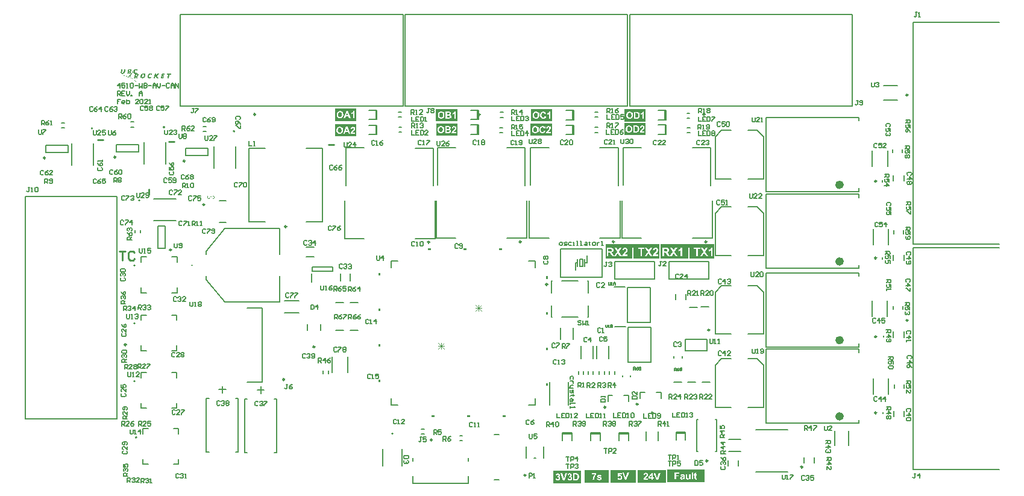
<source format=gto>
G04*
G04 #@! TF.GenerationSoftware,Altium Limited,Altium Designer,21.6.4 (81)*
G04*
G04 Layer_Color=65535*
%FSLAX25Y25*%
%MOIN*%
G70*
G04*
G04 #@! TF.SameCoordinates,21ADAE42-517F-4329-814C-ACF1F8BA2FEA*
G04*
G04*
G04 #@! TF.FilePolarity,Positive*
G04*
G01*
G75*
%ADD10C,0.00984*%
%ADD11C,0.00787*%
%ADD12C,0.02362*%
%ADD13C,0.00500*%
%ADD14C,0.01000*%
%ADD15C,0.00600*%
%ADD16C,0.00300*%
%ADD17R,0.05118X0.00803*%
%ADD18R,0.00803X0.05118*%
%ADD19R,0.05118X0.00803*%
%ADD20R,0.05118X0.00803*%
G36*
X44514Y212604D02*
X44546D01*
Y212573D01*
X44577D01*
Y212604D01*
X44609D01*
Y212573D01*
X44641D01*
Y212541D01*
X44673D01*
Y212573D01*
X44705D01*
Y212541D01*
X44736D01*
Y212509D01*
X44832D01*
Y212477D01*
X44864D01*
Y212445D01*
X44896D01*
Y212414D01*
X44927D01*
Y212382D01*
X45023D01*
Y212350D01*
X44991D01*
Y212318D01*
X45023D01*
Y212286D01*
X45055D01*
Y212254D01*
X45087D01*
Y212223D01*
X45118D01*
Y212191D01*
Y212159D01*
Y212127D01*
X45150D01*
Y212095D01*
Y212063D01*
Y212032D01*
X45182D01*
Y212000D01*
Y211968D01*
Y211936D01*
X45150D01*
Y211968D01*
X45118D01*
Y211936D01*
X45087D01*
Y211904D01*
X45055D01*
Y211936D01*
X45023D01*
Y211904D01*
X44927D01*
Y211873D01*
X44896D01*
Y211904D01*
X44864D01*
Y211873D01*
X44832D01*
Y211841D01*
X44673D01*
Y211809D01*
X44577D01*
Y211777D01*
X44482D01*
Y211809D01*
Y211841D01*
Y211873D01*
X44450D01*
Y211904D01*
X44418D01*
Y211936D01*
X44450D01*
Y211968D01*
X44355D01*
Y212000D01*
X44323D01*
Y212032D01*
X44291D01*
Y212063D01*
X44259D01*
Y212032D01*
X44227D01*
Y212063D01*
X44196D01*
Y212032D01*
X44164D01*
Y212063D01*
X44132D01*
Y212032D01*
X44036D01*
Y212000D01*
X44005D01*
Y211968D01*
X43909D01*
Y211936D01*
X43941D01*
Y211904D01*
X43845D01*
Y211873D01*
X43877D01*
Y211841D01*
X43814D01*
Y211809D01*
Y211777D01*
X43782D01*
Y211745D01*
X43750D01*
Y211713D01*
X43718D01*
Y211682D01*
Y211650D01*
Y211618D01*
X43686D01*
Y211586D01*
X43655D01*
Y211554D01*
X43686D01*
Y211522D01*
X43655D01*
Y211491D01*
X43623D01*
Y211459D01*
Y211427D01*
Y211395D01*
X43591D01*
Y211363D01*
X43623D01*
Y211331D01*
X43591D01*
Y211300D01*
X43559D01*
Y211268D01*
X43591D01*
Y211236D01*
X43559D01*
Y211204D01*
X43527D01*
Y211172D01*
X43559D01*
Y211140D01*
X43527D01*
Y211109D01*
X43559D01*
Y211077D01*
X43527D01*
Y211045D01*
X43559D01*
Y211013D01*
X43527D01*
Y210981D01*
X43559D01*
Y210949D01*
X43527D01*
Y210918D01*
X43559D01*
Y210886D01*
X43527D01*
Y210854D01*
X43559D01*
Y210822D01*
X43527D01*
Y210790D01*
X43559D01*
Y210759D01*
X43527D01*
Y210727D01*
X43559D01*
Y210695D01*
X43527D01*
Y210663D01*
X43559D01*
Y210631D01*
X43591D01*
Y210599D01*
X43623D01*
Y210568D01*
X43655D01*
Y210536D01*
X43750D01*
Y210504D01*
X43782D01*
Y210472D01*
X43814D01*
Y210504D01*
X43782D01*
Y210536D01*
X43814D01*
Y210504D01*
X43845D01*
Y210472D01*
X43877D01*
Y210504D01*
X43909D01*
Y210536D01*
X44005D01*
Y210568D01*
X44036D01*
Y210536D01*
X44068D01*
Y210568D01*
X44036D01*
Y210599D01*
X44132D01*
Y210631D01*
X44100D01*
Y210663D01*
X44196D01*
Y210695D01*
X44164D01*
Y210727D01*
X44196D01*
Y210695D01*
X44227D01*
Y210663D01*
X44259D01*
Y210695D01*
X44227D01*
Y210727D01*
X44259D01*
Y210695D01*
X44291D01*
Y210663D01*
X44323D01*
Y210631D01*
X44355D01*
Y210599D01*
X44387D01*
Y210631D01*
X44355D01*
Y210663D01*
X44387D01*
Y210631D01*
X44418D01*
Y210599D01*
X44450D01*
Y210568D01*
X44482D01*
Y210599D01*
X44514D01*
Y210568D01*
X44546D01*
Y210536D01*
X44641D01*
Y210504D01*
X44673D01*
Y210472D01*
X44705D01*
Y210504D01*
X44736D01*
Y210472D01*
X44768D01*
Y210440D01*
X44736D01*
Y210408D01*
X44705D01*
Y210377D01*
X44673D01*
Y210345D01*
X44641D01*
Y210313D01*
X44609D01*
Y210281D01*
X44577D01*
Y210249D01*
X44482D01*
Y210217D01*
X44514D01*
Y210186D01*
X44418D01*
Y210179D01*
X44453D01*
Y210147D01*
X44485D01*
Y210179D01*
X44708D01*
Y210147D01*
X44740D01*
Y210179D01*
X44835D01*
Y210147D01*
X44867D01*
Y210179D01*
X44962D01*
Y210147D01*
X44994D01*
Y210179D01*
X45026D01*
Y210147D01*
X45058D01*
Y210115D01*
X45090D01*
Y210147D01*
X45122D01*
Y210115D01*
X45217D01*
Y210083D01*
X45249D01*
Y210051D01*
X45344D01*
Y210019D01*
X45376D01*
Y209988D01*
X45408D01*
Y209956D01*
X45440D01*
Y209924D01*
X45472D01*
Y209892D01*
X45504D01*
Y209860D01*
X45535D01*
Y209829D01*
Y209797D01*
X45567D01*
Y209765D01*
Y209733D01*
X45599D01*
Y209701D01*
X45631D01*
Y209669D01*
Y209638D01*
Y209606D01*
Y209574D01*
Y209542D01*
X45663D01*
Y209510D01*
X45631D01*
Y209478D01*
X45663D01*
Y209447D01*
X45631D01*
Y209415D01*
X45663D01*
Y209383D01*
X45631D01*
Y209351D01*
Y209319D01*
Y209288D01*
Y209256D01*
Y209224D01*
X45599D01*
Y209192D01*
Y209160D01*
Y209128D01*
X45567D01*
Y209097D01*
Y209065D01*
X45535D01*
Y209033D01*
Y209001D01*
X45504D01*
Y208969D01*
Y208938D01*
X45472D01*
Y208906D01*
Y208874D01*
X45440D01*
Y208842D01*
X45408D01*
Y208810D01*
X45376D01*
Y208778D01*
X45408D01*
Y208747D01*
X45376D01*
Y208778D01*
X45344D01*
Y208747D01*
X45313D01*
Y208715D01*
X45281D01*
Y208683D01*
X45249D01*
Y208651D01*
X45281D01*
Y208619D01*
X45249D01*
Y208651D01*
X45217D01*
Y208619D01*
X45185D01*
Y208587D01*
X45153D01*
Y208556D01*
X45058D01*
Y208524D01*
X45026D01*
Y208492D01*
X44931D01*
Y208460D01*
X44835D01*
Y208428D01*
X44803D01*
Y208396D01*
X44835D01*
Y208365D01*
X44803D01*
Y208333D01*
X44835D01*
Y208301D01*
X44867D01*
Y208269D01*
X44899D01*
Y208237D01*
X44867D01*
Y208206D01*
X44899D01*
Y208174D01*
X44867D01*
Y208142D01*
X44931D01*
Y208110D01*
Y208078D01*
X44962D01*
Y208046D01*
Y208014D01*
X44994D01*
Y207983D01*
Y207951D01*
X45026D01*
Y207919D01*
X44994D01*
Y207887D01*
X45058D01*
Y207855D01*
Y207824D01*
X45090D01*
Y207792D01*
Y207760D01*
Y207728D01*
X45122D01*
Y207696D01*
X45153D01*
Y207664D01*
X45122D01*
Y207633D01*
X45153D01*
Y207601D01*
X45185D01*
Y207569D01*
X45153D01*
Y207537D01*
X45122D01*
Y207569D01*
X45090D01*
Y207537D01*
X45058D01*
Y207569D01*
X45026D01*
Y207537D01*
X44994D01*
Y207569D01*
X44962D01*
Y207537D01*
X44931D01*
Y207569D01*
X44899D01*
Y207537D01*
X44867D01*
Y207569D01*
X44835D01*
Y207537D01*
X44803D01*
Y207569D01*
X44772D01*
Y207537D01*
X44740D01*
Y207569D01*
X44708D01*
Y207537D01*
X44676D01*
Y207569D01*
X44644D01*
Y207537D01*
X44613D01*
Y207569D01*
X44581D01*
Y207537D01*
X44549D01*
Y207569D01*
X44517D01*
Y207537D01*
X44485D01*
Y207569D01*
X44453D01*
Y207601D01*
X44421D01*
Y207569D01*
X44453D01*
Y207537D01*
X44421D01*
Y207569D01*
X44390D01*
Y207601D01*
X44358D01*
Y207633D01*
X44390D01*
Y207664D01*
X44358D01*
Y207696D01*
Y207728D01*
Y207760D01*
X44326D01*
Y207792D01*
X44294D01*
Y207824D01*
X44326D01*
Y207855D01*
X44294D01*
Y207887D01*
X44262D01*
Y207919D01*
X44231D01*
Y207951D01*
X44262D01*
Y207983D01*
X44231D01*
Y208014D01*
X44199D01*
Y208046D01*
X44167D01*
Y208078D01*
X44199D01*
Y208110D01*
X44167D01*
Y208142D01*
Y208174D01*
Y208206D01*
X44135D01*
Y208237D01*
X44103D01*
Y208269D01*
X44135D01*
Y208301D01*
X44040D01*
Y208269D01*
X44008D01*
Y208237D01*
Y208206D01*
Y208174D01*
X43976D01*
Y208142D01*
X44008D01*
Y208110D01*
X43976D01*
Y208078D01*
Y208046D01*
Y208014D01*
X43944D01*
Y207983D01*
Y207951D01*
Y207919D01*
X43912D01*
Y207887D01*
X43944D01*
Y207855D01*
X43912D01*
Y207824D01*
X43944D01*
Y207792D01*
X43912D01*
Y207760D01*
X43881D01*
Y207728D01*
X43912D01*
Y207696D01*
X43881D01*
Y207664D01*
X43849D01*
Y207633D01*
X43881D01*
Y207601D01*
X43849D01*
Y207569D01*
X43817D01*
Y207537D01*
X43785D01*
Y207569D01*
X43753D01*
Y207537D01*
X43721D01*
Y207569D01*
X43690D01*
Y207537D01*
X43658D01*
Y207569D01*
X43626D01*
Y207537D01*
X43594D01*
Y207569D01*
X43562D01*
Y207537D01*
X43530D01*
Y207569D01*
X43499D01*
Y207537D01*
X43467D01*
Y207569D01*
X43435D01*
Y207537D01*
X43403D01*
Y207569D01*
X43371D01*
Y207537D01*
X43339D01*
Y207569D01*
X43308D01*
Y207537D01*
X43276D01*
Y207569D01*
X43244D01*
Y207537D01*
X43212D01*
Y207569D01*
X43180D01*
Y207537D01*
X43148D01*
Y207569D01*
X43117D01*
Y207601D01*
X43148D01*
Y207633D01*
Y207664D01*
Y207696D01*
X43180D01*
Y207728D01*
X43148D01*
Y207760D01*
X43180D01*
Y207792D01*
X43148D01*
Y207824D01*
X43180D01*
Y207855D01*
X43212D01*
Y207887D01*
X43244D01*
Y207919D01*
X43212D01*
Y207951D01*
X43244D01*
Y207983D01*
X43212D01*
Y208014D01*
X43244D01*
Y208046D01*
Y208078D01*
Y208110D01*
X43212D01*
Y208142D01*
X43244D01*
Y208110D01*
X43276D01*
Y208142D01*
X43308D01*
Y208174D01*
X43276D01*
Y208206D01*
X43308D01*
Y208237D01*
X43276D01*
Y208269D01*
X43308D01*
Y208301D01*
X43276D01*
Y208333D01*
X43308D01*
Y208365D01*
X43339D01*
Y208396D01*
X43371D01*
Y208428D01*
X43339D01*
Y208460D01*
X43371D01*
Y208492D01*
X43339D01*
Y208524D01*
X43371D01*
Y208556D01*
Y208587D01*
Y208619D01*
Y208651D01*
X43403D01*
Y208683D01*
Y208715D01*
X43435D01*
Y208747D01*
X43403D01*
Y208778D01*
X43435D01*
Y208810D01*
X43403D01*
Y208842D01*
X43435D01*
Y208874D01*
X43467D01*
Y208906D01*
X43499D01*
Y208938D01*
X43467D01*
Y208969D01*
X43499D01*
Y209001D01*
X43467D01*
Y209033D01*
X43499D01*
Y209065D01*
Y209097D01*
Y209128D01*
Y209160D01*
X43530D01*
Y209192D01*
Y209224D01*
X43562D01*
Y209256D01*
X43530D01*
Y209288D01*
X43562D01*
Y209319D01*
X43530D01*
Y209351D01*
X43562D01*
Y209383D01*
X43594D01*
Y209415D01*
Y209447D01*
Y209478D01*
X43626D01*
Y209510D01*
X43594D01*
Y209542D01*
X43626D01*
Y209574D01*
Y209606D01*
Y209638D01*
X43594D01*
Y209669D01*
X43626D01*
Y209638D01*
X43658D01*
Y209669D01*
Y209701D01*
Y209733D01*
X43690D01*
Y209765D01*
X43658D01*
Y209797D01*
X43690D01*
Y209829D01*
X43658D01*
Y209860D01*
X43690D01*
Y209892D01*
X43721D01*
Y209924D01*
X43690D01*
Y209956D01*
X43718D01*
Y209963D01*
X43686D01*
Y209931D01*
X43591D01*
Y209963D01*
X43559D01*
Y209931D01*
X43527D01*
Y209963D01*
X43495D01*
Y209931D01*
X43464D01*
Y209963D01*
X43432D01*
Y209995D01*
X43273D01*
Y210027D01*
X43241D01*
Y210058D01*
X43145D01*
Y210090D01*
X43113D01*
Y210122D01*
X43082D01*
Y210154D01*
X43050D01*
Y210186D01*
X43018D01*
Y210217D01*
X42986D01*
Y210249D01*
X42954D01*
Y210281D01*
Y210313D01*
Y210345D01*
X42922D01*
Y210377D01*
X42891D01*
Y210408D01*
Y210440D01*
Y210472D01*
X42859D01*
Y210504D01*
Y210536D01*
Y210568D01*
X42827D01*
Y210599D01*
X42859D01*
Y210631D01*
X42827D01*
Y210663D01*
Y210695D01*
Y210727D01*
Y210759D01*
Y210790D01*
Y210822D01*
Y210854D01*
Y210886D01*
Y210918D01*
Y210949D01*
Y210981D01*
X42859D01*
Y211013D01*
X42827D01*
Y211045D01*
X42859D01*
Y211077D01*
X42827D01*
Y211109D01*
X42859D01*
Y211140D01*
X42827D01*
Y211172D01*
X42859D01*
Y211204D01*
X42827D01*
Y211236D01*
X42891D01*
Y211268D01*
Y211300D01*
X42922D01*
Y211331D01*
X42891D01*
Y211363D01*
X42922D01*
Y211395D01*
X42891D01*
Y211427D01*
X42922D01*
Y211459D01*
X42954D01*
Y211491D01*
X42986D01*
Y211522D01*
X42954D01*
Y211554D01*
X42986D01*
Y211586D01*
X42954D01*
Y211618D01*
X42986D01*
Y211650D01*
X43018D01*
Y211682D01*
X43050D01*
Y211713D01*
X43018D01*
Y211745D01*
X43050D01*
Y211777D01*
X43082D01*
Y211809D01*
X43113D01*
Y211841D01*
X43082D01*
Y211873D01*
X43113D01*
Y211904D01*
X43145D01*
Y211936D01*
X43177D01*
Y211968D01*
Y212000D01*
X43241D01*
Y212032D01*
X43209D01*
Y212063D01*
X43241D01*
Y212095D01*
X43273D01*
Y212127D01*
X43304D01*
Y212159D01*
X43336D01*
Y212191D01*
X43368D01*
Y212223D01*
X43400D01*
Y212254D01*
X43432D01*
Y212286D01*
X43464D01*
Y212254D01*
X43495D01*
Y212286D01*
X43464D01*
Y212318D01*
X43495D01*
Y212350D01*
X43527D01*
Y212318D01*
X43559D01*
Y212350D01*
X43527D01*
Y212382D01*
X43623D01*
Y212414D01*
X43655D01*
Y212445D01*
X43750D01*
Y212477D01*
X43782D01*
Y212509D01*
X43877D01*
Y212541D01*
X43909D01*
Y212509D01*
X43941D01*
Y212541D01*
X43909D01*
Y212573D01*
X43941D01*
Y212541D01*
X43973D01*
Y212573D01*
X44068D01*
Y212604D01*
X44100D01*
Y212573D01*
X44132D01*
Y212604D01*
X44164D01*
Y212573D01*
X44196D01*
Y212604D01*
X44227D01*
Y212636D01*
X44259D01*
Y212604D01*
X44291D01*
Y212573D01*
X44323D01*
Y212604D01*
X44291D01*
Y212636D01*
X44323D01*
Y212604D01*
X44355D01*
Y212636D01*
X44387D01*
Y212604D01*
X44418D01*
Y212573D01*
X44450D01*
Y212604D01*
X44418D01*
Y212636D01*
X44450D01*
Y212604D01*
X44482D01*
Y212573D01*
X44514D01*
Y212604D01*
X44482D01*
Y212636D01*
X44514D01*
Y212604D01*
D02*
G37*
G36*
X38467Y212541D02*
X38499D01*
Y212509D01*
X38531D01*
Y212477D01*
X38499D01*
Y212445D01*
X38467D01*
Y212414D01*
Y212382D01*
Y212350D01*
X38435D01*
Y212318D01*
X38467D01*
Y212286D01*
X38435D01*
Y212254D01*
X38467D01*
Y212223D01*
X38435D01*
Y212191D01*
X38403D01*
Y212159D01*
X38372D01*
Y212127D01*
X38403D01*
Y212095D01*
X38372D01*
Y212063D01*
X38403D01*
Y212032D01*
X38372D01*
Y212000D01*
X38403D01*
Y211968D01*
X38372D01*
Y211936D01*
X38340D01*
Y211904D01*
X38372D01*
Y211873D01*
X38340D01*
Y211841D01*
X38308D01*
Y211809D01*
X38340D01*
Y211777D01*
X38308D01*
Y211745D01*
X38340D01*
Y211713D01*
X38308D01*
Y211682D01*
X38276D01*
Y211650D01*
X38308D01*
Y211618D01*
X38276D01*
Y211650D01*
X38244D01*
Y211618D01*
X38276D01*
Y211586D01*
X38244D01*
Y211554D01*
X38276D01*
Y211522D01*
X38244D01*
Y211491D01*
X38276D01*
Y211459D01*
X38244D01*
Y211427D01*
Y211395D01*
Y211363D01*
X38212D01*
Y211331D01*
X38181D01*
Y211300D01*
X38212D01*
Y211268D01*
X38181D01*
Y211236D01*
X38212D01*
Y211204D01*
X38181D01*
Y211172D01*
X38149D01*
Y211140D01*
Y211109D01*
Y211077D01*
Y211045D01*
Y211013D01*
X38117D01*
Y210981D01*
Y210949D01*
Y210918D01*
X38085D01*
Y210886D01*
X38053D01*
Y210854D01*
X38085D01*
Y210822D01*
X38053D01*
Y210790D01*
X38021D01*
Y210759D01*
X37990D01*
Y210727D01*
X38021D01*
Y210695D01*
X37990D01*
Y210663D01*
X37958D01*
Y210631D01*
X37926D01*
Y210599D01*
X37958D01*
Y210568D01*
X37894D01*
Y210536D01*
Y210504D01*
X37862D01*
Y210472D01*
X37830D01*
Y210440D01*
X37799D01*
Y210408D01*
X37767D01*
Y210377D01*
X37735D01*
Y210345D01*
X37703D01*
Y210313D01*
X37671D01*
Y210281D01*
X37639D01*
Y210249D01*
X37608D01*
Y210217D01*
X37576D01*
Y210186D01*
X37480D01*
Y210154D01*
X37449D01*
Y210122D01*
X37417D01*
Y210090D01*
X37385D01*
Y210122D01*
X37353D01*
Y210090D01*
X37385D01*
Y210058D01*
X37353D01*
Y210090D01*
X37321D01*
Y210058D01*
X37289D01*
Y210027D01*
X37258D01*
Y210058D01*
X37226D01*
Y210027D01*
X37194D01*
Y209995D01*
X37162D01*
Y210027D01*
X37130D01*
Y209995D01*
X37035D01*
Y209963D01*
X37003D01*
Y209995D01*
X36971D01*
Y209963D01*
X37003D01*
Y209931D01*
X36971D01*
Y209963D01*
X36939D01*
Y209931D01*
X36908D01*
Y209963D01*
X36876D01*
Y209931D01*
X36844D01*
Y209963D01*
X36812D01*
Y209931D01*
X36717D01*
Y209963D01*
X36685D01*
Y209931D01*
X36589D01*
Y209963D01*
X36557D01*
Y209931D01*
X36526D01*
Y209963D01*
X36494D01*
Y209995D01*
X36462D01*
Y209963D01*
X36494D01*
Y209931D01*
X36462D01*
Y209963D01*
X36430D01*
Y209995D01*
X36271D01*
Y210027D01*
X36239D01*
Y210058D01*
X36144D01*
Y210090D01*
X36112D01*
Y210122D01*
X36080D01*
Y210154D01*
X36048D01*
Y210186D01*
X36016D01*
Y210217D01*
X35985D01*
Y210249D01*
X35953D01*
Y210281D01*
X35921D01*
Y210313D01*
X35889D01*
Y210345D01*
X35921D01*
Y210377D01*
X35889D01*
Y210408D01*
X35857D01*
Y210440D01*
X35825D01*
Y210472D01*
X35857D01*
Y210504D01*
X35825D01*
Y210536D01*
X35857D01*
Y210568D01*
X35825D01*
Y210599D01*
X35857D01*
Y210631D01*
X35825D01*
Y210663D01*
X35794D01*
Y210695D01*
X35825D01*
Y210727D01*
X35794D01*
Y210759D01*
X35825D01*
Y210790D01*
X35794D01*
Y210822D01*
X35825D01*
Y210854D01*
X35794D01*
Y210886D01*
X35825D01*
Y210918D01*
X35794D01*
Y210949D01*
X35825D01*
Y210981D01*
X35857D01*
Y211013D01*
X35825D01*
Y211045D01*
X35857D01*
Y211077D01*
X35825D01*
Y211109D01*
X35857D01*
Y211140D01*
X35825D01*
Y211172D01*
X35857D01*
Y211204D01*
X35825D01*
Y211236D01*
X35857D01*
Y211268D01*
X35889D01*
Y211300D01*
X35921D01*
Y211331D01*
X35889D01*
Y211363D01*
X35921D01*
Y211395D01*
X35889D01*
Y211427D01*
X35921D01*
Y211459D01*
Y211491D01*
Y211522D01*
X35953D01*
Y211491D01*
X35985D01*
Y211522D01*
X35953D01*
Y211554D01*
Y211586D01*
Y211618D01*
X35985D01*
Y211650D01*
X35953D01*
Y211682D01*
X35985D01*
Y211713D01*
X35953D01*
Y211745D01*
X35985D01*
Y211777D01*
X36016D01*
Y211809D01*
Y211841D01*
Y211873D01*
X36048D01*
Y211904D01*
X36016D01*
Y211936D01*
X36048D01*
Y211968D01*
Y212000D01*
Y212032D01*
X36080D01*
Y212063D01*
Y212095D01*
Y212127D01*
X36112D01*
Y212159D01*
X36080D01*
Y212191D01*
X36112D01*
Y212223D01*
Y212254D01*
Y212286D01*
X36144D01*
Y212318D01*
Y212350D01*
Y212382D01*
X36176D01*
Y212414D01*
X36144D01*
Y212445D01*
X36176D01*
Y212477D01*
Y212509D01*
Y212541D01*
X36207D01*
Y212509D01*
X36239D01*
Y212541D01*
X36207D01*
Y212573D01*
X36239D01*
Y212541D01*
X36271D01*
Y212509D01*
X36303D01*
Y212541D01*
X36271D01*
Y212573D01*
X36303D01*
Y212541D01*
X36335D01*
Y212509D01*
X36367D01*
Y212541D01*
X36335D01*
Y212573D01*
X36367D01*
Y212541D01*
X36398D01*
Y212573D01*
X36430D01*
Y212541D01*
X36462D01*
Y212509D01*
X36494D01*
Y212541D01*
X36462D01*
Y212573D01*
X36494D01*
Y212541D01*
X36526D01*
Y212509D01*
X36557D01*
Y212541D01*
X36526D01*
Y212573D01*
X36557D01*
Y212541D01*
X36589D01*
Y212509D01*
X36621D01*
Y212541D01*
X36589D01*
Y212573D01*
X36621D01*
Y212541D01*
X36653D01*
Y212573D01*
X36685D01*
Y212541D01*
X36717D01*
Y212509D01*
X36748D01*
Y212541D01*
X36717D01*
Y212573D01*
X36748D01*
Y212541D01*
X36780D01*
Y212509D01*
X36812D01*
Y212541D01*
X36780D01*
Y212573D01*
X36812D01*
Y212541D01*
X36844D01*
Y212509D01*
X36876D01*
Y212477D01*
X36844D01*
Y212445D01*
X36876D01*
Y212414D01*
X36844D01*
Y212382D01*
X36876D01*
Y212350D01*
X36844D01*
Y212318D01*
X36812D01*
Y212286D01*
X36844D01*
Y212254D01*
X36812D01*
Y212223D01*
X36780D01*
Y212191D01*
X36812D01*
Y212159D01*
X36780D01*
Y212127D01*
X36812D01*
Y212095D01*
X36780D01*
Y212063D01*
X36748D01*
Y212032D01*
X36717D01*
Y212000D01*
X36748D01*
Y211968D01*
X36717D01*
Y211936D01*
X36748D01*
Y211904D01*
X36717D01*
Y211873D01*
X36748D01*
Y211841D01*
X36717D01*
Y211809D01*
Y211777D01*
Y211745D01*
X36685D01*
Y211713D01*
X36653D01*
Y211682D01*
X36685D01*
Y211650D01*
X36653D01*
Y211618D01*
X36685D01*
Y211586D01*
X36653D01*
Y211554D01*
X36621D01*
Y211522D01*
Y211491D01*
Y211459D01*
Y211427D01*
Y211395D01*
X36589D01*
Y211363D01*
X36621D01*
Y211331D01*
X36589D01*
Y211300D01*
Y211268D01*
Y211236D01*
X36557D01*
Y211204D01*
X36526D01*
Y211172D01*
X36557D01*
Y211140D01*
X36526D01*
Y211109D01*
X36557D01*
Y211077D01*
X36526D01*
Y211045D01*
Y211013D01*
Y210981D01*
Y210949D01*
Y210918D01*
X36494D01*
Y210886D01*
Y210854D01*
Y210822D01*
X36526D01*
Y210790D01*
X36494D01*
Y210759D01*
X36526D01*
Y210727D01*
Y210695D01*
Y210663D01*
X36557D01*
Y210631D01*
X36526D01*
Y210599D01*
X36557D01*
Y210568D01*
X36589D01*
Y210536D01*
X36621D01*
Y210568D01*
X36589D01*
Y210599D01*
X36621D01*
Y210568D01*
X36653D01*
Y210536D01*
X36685D01*
Y210504D01*
X36717D01*
Y210472D01*
X36748D01*
Y210504D01*
X36717D01*
Y210536D01*
X36748D01*
Y210504D01*
X36780D01*
Y210472D01*
X36812D01*
Y210504D01*
X36780D01*
Y210536D01*
X36812D01*
Y210504D01*
X36844D01*
Y210472D01*
X36876D01*
Y210504D01*
X36908D01*
Y210536D01*
X36939D01*
Y210504D01*
X36971D01*
Y210472D01*
X37003D01*
Y210504D01*
X36971D01*
Y210536D01*
X37003D01*
Y210504D01*
X37035D01*
Y210536D01*
X37130D01*
Y210568D01*
X37099D01*
Y210599D01*
X37130D01*
Y210568D01*
X37162D01*
Y210599D01*
X37194D01*
Y210631D01*
X37226D01*
Y210663D01*
X37258D01*
Y210695D01*
X37226D01*
Y210727D01*
X37258D01*
Y210695D01*
X37289D01*
Y210727D01*
X37321D01*
Y210759D01*
X37289D01*
Y210790D01*
X37321D01*
Y210822D01*
X37353D01*
Y210854D01*
X37385D01*
Y210886D01*
X37353D01*
Y210918D01*
X37385D01*
Y210949D01*
X37417D01*
Y210981D01*
X37449D01*
Y211013D01*
X37417D01*
Y211045D01*
X37449D01*
Y211077D01*
Y211109D01*
Y211140D01*
X37480D01*
Y211109D01*
X37512D01*
Y211140D01*
X37480D01*
Y211172D01*
Y211204D01*
Y211236D01*
X37512D01*
Y211268D01*
X37480D01*
Y211300D01*
X37512D01*
Y211331D01*
X37480D01*
Y211363D01*
X37512D01*
Y211395D01*
X37544D01*
Y211427D01*
Y211459D01*
Y211491D01*
X37576D01*
Y211522D01*
X37544D01*
Y211554D01*
X37576D01*
Y211586D01*
Y211618D01*
Y211650D01*
X37608D01*
Y211682D01*
Y211713D01*
Y211745D01*
X37639D01*
Y211777D01*
X37608D01*
Y211809D01*
X37639D01*
Y211841D01*
X37608D01*
Y211873D01*
X37639D01*
Y211904D01*
X37671D01*
Y211936D01*
Y211968D01*
Y212000D01*
X37703D01*
Y212032D01*
X37671D01*
Y212063D01*
X37703D01*
Y212095D01*
Y212127D01*
Y212159D01*
X37735D01*
Y212191D01*
Y212223D01*
Y212254D01*
X37767D01*
Y212286D01*
X37735D01*
Y212318D01*
X37767D01*
Y212350D01*
X37735D01*
Y212382D01*
X37767D01*
Y212414D01*
X37799D01*
Y212445D01*
X37767D01*
Y212477D01*
X37799D01*
Y212509D01*
X37830D01*
Y212541D01*
X37799D01*
Y212573D01*
X37830D01*
Y212541D01*
X37862D01*
Y212509D01*
X37894D01*
Y212541D01*
X37862D01*
Y212573D01*
X37894D01*
Y212541D01*
X37926D01*
Y212573D01*
X37958D01*
Y212541D01*
X37990D01*
Y212509D01*
X38021D01*
Y212541D01*
X37990D01*
Y212573D01*
X38021D01*
Y212541D01*
X38053D01*
Y212509D01*
X38085D01*
Y212541D01*
X38053D01*
Y212573D01*
X38085D01*
Y212541D01*
X38117D01*
Y212509D01*
X38149D01*
Y212541D01*
X38117D01*
Y212573D01*
X38149D01*
Y212541D01*
X38181D01*
Y212573D01*
X38212D01*
Y212541D01*
X38244D01*
Y212509D01*
X38276D01*
Y212541D01*
X38244D01*
Y212573D01*
X38276D01*
Y212541D01*
X38308D01*
Y212509D01*
X38340D01*
Y212541D01*
X38308D01*
Y212573D01*
X38340D01*
Y212541D01*
X38372D01*
Y212509D01*
X38403D01*
Y212541D01*
X38372D01*
Y212573D01*
X38403D01*
Y212541D01*
X38435D01*
Y212573D01*
X38467D01*
Y212541D01*
D02*
G37*
G36*
X41140D02*
X41172D01*
Y212509D01*
X41204D01*
Y212541D01*
X41236D01*
Y212509D01*
X41395D01*
Y212477D01*
X41427D01*
Y212445D01*
X41522D01*
Y212414D01*
X41554D01*
Y212382D01*
X41586D01*
Y212350D01*
X41618D01*
Y212318D01*
X41649D01*
Y212286D01*
Y212254D01*
X41713D01*
Y212223D01*
X41681D01*
Y212191D01*
X41713D01*
Y212159D01*
X41681D01*
Y212127D01*
X41745D01*
Y212095D01*
Y212063D01*
Y212032D01*
Y212000D01*
Y211968D01*
Y211936D01*
Y211904D01*
Y211873D01*
Y211841D01*
Y211809D01*
X41713D01*
Y211777D01*
X41681D01*
Y211745D01*
X41713D01*
Y211713D01*
X41681D01*
Y211682D01*
X41649D01*
Y211650D01*
X41618D01*
Y211618D01*
X41649D01*
Y211586D01*
X41618D01*
Y211554D01*
X41586D01*
Y211522D01*
X41554D01*
Y211491D01*
X41522D01*
Y211459D01*
X41427D01*
Y211427D01*
X41395D01*
Y211395D01*
X41299D01*
Y211363D01*
X41268D01*
Y211331D01*
X41236D01*
Y211300D01*
X41331D01*
Y211268D01*
X41363D01*
Y211236D01*
X41395D01*
Y211204D01*
X41427D01*
Y211172D01*
X41458D01*
Y211140D01*
X41490D01*
Y211109D01*
X41522D01*
Y211077D01*
X41490D01*
Y211045D01*
X41522D01*
Y211013D01*
X41554D01*
Y210981D01*
X41586D01*
Y210949D01*
X41554D01*
Y210981D01*
X41522D01*
Y210949D01*
X41554D01*
Y210918D01*
X41522D01*
Y210886D01*
X41554D01*
Y210854D01*
X41522D01*
Y210822D01*
X41490D01*
Y210790D01*
X41522D01*
Y210759D01*
X41490D01*
Y210727D01*
X41522D01*
Y210695D01*
X41490D01*
Y210663D01*
X41458D01*
Y210631D01*
X41427D01*
Y210599D01*
X41458D01*
Y210568D01*
X41427D01*
Y210536D01*
X41395D01*
Y210504D01*
X41363D01*
Y210472D01*
X41395D01*
Y210440D01*
X41363D01*
Y210408D01*
X41331D01*
Y210377D01*
X41299D01*
Y210345D01*
X41268D01*
Y210313D01*
X41236D01*
Y210281D01*
X41204D01*
Y210249D01*
X41108D01*
Y210217D01*
X41077D01*
Y210186D01*
X41045D01*
Y210154D01*
X41013D01*
Y210186D01*
X40981D01*
Y210154D01*
X41013D01*
Y210122D01*
X40981D01*
Y210154D01*
X40949D01*
Y210122D01*
X40918D01*
Y210090D01*
X40886D01*
Y210122D01*
X40854D01*
Y210090D01*
X40886D01*
Y210058D01*
X40854D01*
Y210090D01*
X40822D01*
Y210058D01*
X40727D01*
Y210027D01*
X40695D01*
Y210058D01*
X40663D01*
Y210027D01*
X40631D01*
Y210058D01*
X40599D01*
Y210027D01*
X40631D01*
Y209995D01*
X40599D01*
Y210027D01*
X40567D01*
Y209995D01*
X40536D01*
Y210027D01*
X40504D01*
Y209995D01*
X40472D01*
Y210027D01*
X40440D01*
Y209995D01*
X40408D01*
Y210027D01*
X40376D01*
Y209995D01*
X40345D01*
Y210027D01*
X40313D01*
Y209995D01*
X40217D01*
Y210027D01*
X40185D01*
Y209995D01*
X40090D01*
Y210027D01*
X40058D01*
Y209995D01*
X39963D01*
Y210027D01*
X39931D01*
Y209995D01*
X39899D01*
Y210027D01*
X39867D01*
Y209995D01*
X39835D01*
Y210027D01*
X39804D01*
Y209995D01*
X39708D01*
Y210027D01*
X39676D01*
Y209995D01*
X39581D01*
Y210027D01*
X39549D01*
Y209995D01*
X39454D01*
Y210027D01*
X39422D01*
Y210058D01*
X39390D01*
Y210090D01*
X39422D01*
Y210122D01*
X39454D01*
Y210154D01*
X39422D01*
Y210186D01*
X39454D01*
Y210217D01*
X39485D01*
Y210249D01*
X39454D01*
Y210281D01*
X39485D01*
Y210313D01*
X39454D01*
Y210345D01*
X39485D01*
Y210377D01*
Y210408D01*
Y210440D01*
X39517D01*
Y210472D01*
X39549D01*
Y210504D01*
X39517D01*
Y210536D01*
X39549D01*
Y210568D01*
X39517D01*
Y210599D01*
X39549D01*
Y210631D01*
Y210663D01*
Y210695D01*
X39581D01*
Y210727D01*
Y210759D01*
Y210790D01*
X39613D01*
Y210822D01*
X39581D01*
Y210854D01*
X39613D01*
Y210886D01*
Y210918D01*
Y210949D01*
X39645D01*
Y210981D01*
Y211013D01*
Y211045D01*
X39676D01*
Y211077D01*
X39645D01*
Y211109D01*
X39676D01*
Y211140D01*
Y211172D01*
Y211204D01*
X39708D01*
Y211236D01*
Y211268D01*
Y211300D01*
X39740D01*
Y211331D01*
X39708D01*
Y211363D01*
X39740D01*
Y211395D01*
Y211427D01*
Y211459D01*
X39772D01*
Y211491D01*
X39804D01*
Y211522D01*
X39772D01*
Y211554D01*
X39804D01*
Y211586D01*
X39772D01*
Y211618D01*
X39804D01*
Y211650D01*
Y211682D01*
Y211713D01*
X39772D01*
Y211745D01*
X39804D01*
Y211713D01*
X39835D01*
Y211745D01*
Y211777D01*
Y211809D01*
X39867D01*
Y211841D01*
X39835D01*
Y211873D01*
X39867D01*
Y211904D01*
X39835D01*
Y211936D01*
X39867D01*
Y211968D01*
X39899D01*
Y212000D01*
X39867D01*
Y212032D01*
X39899D01*
Y212063D01*
X39931D01*
Y212095D01*
X39899D01*
Y212127D01*
X39931D01*
Y212159D01*
X39899D01*
Y212191D01*
X39931D01*
Y212223D01*
X39899D01*
Y212254D01*
X39931D01*
Y212286D01*
X39963D01*
Y212318D01*
X39995D01*
Y212350D01*
X39963D01*
Y212382D01*
X39995D01*
Y212414D01*
X39963D01*
Y212445D01*
X39995D01*
Y212477D01*
Y212509D01*
Y212541D01*
X40026D01*
Y212509D01*
X40058D01*
Y212541D01*
X40026D01*
Y212573D01*
X40058D01*
Y212541D01*
X40090D01*
Y212509D01*
X40122D01*
Y212541D01*
X40090D01*
Y212573D01*
X40122D01*
Y212541D01*
X40154D01*
Y212509D01*
X40185D01*
Y212541D01*
X40154D01*
Y212573D01*
X40185D01*
Y212541D01*
X40217D01*
Y212573D01*
X40249D01*
Y212541D01*
X40281D01*
Y212509D01*
X40313D01*
Y212541D01*
X40281D01*
Y212573D01*
X40313D01*
Y212541D01*
X40345D01*
Y212509D01*
X40376D01*
Y212541D01*
X40345D01*
Y212573D01*
X40376D01*
Y212541D01*
X40408D01*
Y212509D01*
X40440D01*
Y212541D01*
X40408D01*
Y212573D01*
X40440D01*
Y212541D01*
X40472D01*
Y212573D01*
X40504D01*
Y212541D01*
X40536D01*
Y212509D01*
X40567D01*
Y212541D01*
X40536D01*
Y212573D01*
X40567D01*
Y212541D01*
X40599D01*
Y212509D01*
X40631D01*
Y212541D01*
X40599D01*
Y212573D01*
X40631D01*
Y212541D01*
X40663D01*
Y212509D01*
X40695D01*
Y212541D01*
X40663D01*
Y212573D01*
X40695D01*
Y212541D01*
X40727D01*
Y212573D01*
X40758D01*
Y212541D01*
X40790D01*
Y212509D01*
X40822D01*
Y212541D01*
X40790D01*
Y212573D01*
X40822D01*
Y212541D01*
X40854D01*
Y212509D01*
X40886D01*
Y212541D01*
X40854D01*
Y212573D01*
X40886D01*
Y212541D01*
X40918D01*
Y212509D01*
X40949D01*
Y212541D01*
X40918D01*
Y212573D01*
X40949D01*
Y212541D01*
X40981D01*
Y212573D01*
X41013D01*
Y212541D01*
X41045D01*
Y212509D01*
X41077D01*
Y212541D01*
X41045D01*
Y212573D01*
X41077D01*
Y212541D01*
X41108D01*
Y212509D01*
X41140D01*
Y212541D01*
X41108D01*
Y212573D01*
X41140D01*
Y212541D01*
D02*
G37*
G36*
X43085Y212088D02*
X43117D01*
Y212056D01*
X43085D01*
Y212024D01*
X43117D01*
Y211993D01*
X43085D01*
Y211961D01*
X43053D01*
Y211929D01*
X43021D01*
Y211897D01*
X43053D01*
Y211865D01*
X43021D01*
Y211834D01*
X42989D01*
Y211802D01*
X42958D01*
Y211770D01*
Y211738D01*
Y211706D01*
X42926D01*
Y211674D01*
X42894D01*
Y211643D01*
X42926D01*
Y211611D01*
X42830D01*
Y211579D01*
X42862D01*
Y211547D01*
X42830D01*
Y211515D01*
X42798D01*
Y211484D01*
Y211452D01*
Y211420D01*
X42767D01*
Y211388D01*
X42735D01*
Y211356D01*
X42703D01*
Y211324D01*
X42735D01*
Y211293D01*
X42703D01*
Y211261D01*
X42671D01*
Y211229D01*
X42639D01*
Y211197D01*
X42671D01*
Y211165D01*
X42639D01*
Y211133D01*
X42608D01*
Y211102D01*
X42576D01*
Y211070D01*
X42608D01*
Y211038D01*
X42544D01*
Y211006D01*
Y210974D01*
X42512D01*
Y210943D01*
Y210911D01*
X42480D01*
Y210879D01*
Y210847D01*
X42448D01*
Y210815D01*
X42417D01*
Y210783D01*
X42385D01*
Y210752D01*
X42417D01*
Y210720D01*
X42385D01*
Y210688D01*
X42353D01*
Y210656D01*
X42321D01*
Y210624D01*
Y210592D01*
X42289D01*
Y210560D01*
Y210529D01*
X42257D01*
Y210497D01*
X42226D01*
Y210465D01*
X42194D01*
Y210433D01*
X42226D01*
Y210401D01*
X42194D01*
Y210370D01*
X42162D01*
Y210338D01*
X42130D01*
Y210306D01*
Y210274D01*
X42098D01*
Y210242D01*
Y210210D01*
X42066D01*
Y210179D01*
X42035D01*
Y210147D01*
X42003D01*
Y210115D01*
X42035D01*
Y210083D01*
X41971D01*
Y210051D01*
Y210019D01*
X41939D01*
Y209988D01*
X41907D01*
Y209956D01*
X41875D01*
Y209924D01*
X41907D01*
Y209892D01*
X41875D01*
Y209860D01*
X41844D01*
Y209829D01*
X41812D01*
Y209797D01*
X41844D01*
Y209765D01*
X41812D01*
Y209797D01*
X41780D01*
Y209765D01*
X41748D01*
Y209733D01*
X41780D01*
Y209701D01*
X41748D01*
Y209669D01*
X41716D01*
Y209701D01*
X41685D01*
Y209669D01*
X41716D01*
Y209638D01*
X41685D01*
Y209606D01*
X41653D01*
Y209574D01*
X41621D01*
Y209542D01*
X41653D01*
Y209510D01*
X41621D01*
Y209478D01*
X41589D01*
Y209447D01*
X41557D01*
Y209415D01*
Y209383D01*
X41494D01*
Y209351D01*
X41525D01*
Y209319D01*
X41494D01*
Y209288D01*
X41462D01*
Y209256D01*
X41430D01*
Y209224D01*
X41398D01*
Y209192D01*
X41366D01*
Y209160D01*
X41398D01*
Y209128D01*
X41366D01*
Y209097D01*
X41335D01*
Y209065D01*
X41303D01*
Y209033D01*
X41335D01*
Y209001D01*
X41303D01*
Y209033D01*
X41271D01*
Y209001D01*
X41239D01*
Y208969D01*
X41271D01*
Y208938D01*
X41239D01*
Y208906D01*
X41271D01*
Y208874D01*
X41239D01*
Y208842D01*
X41271D01*
Y208810D01*
X41239D01*
Y208778D01*
X41271D01*
Y208747D01*
X41239D01*
Y208715D01*
X41271D01*
Y208683D01*
X41239D01*
Y208651D01*
X41271D01*
Y208619D01*
X41239D01*
Y208587D01*
X41271D01*
Y208556D01*
X41239D01*
Y208587D01*
X41207D01*
Y208556D01*
X41239D01*
Y208524D01*
X41207D01*
Y208492D01*
X41175D01*
Y208460D01*
X41207D01*
Y208428D01*
X41175D01*
Y208396D01*
X41144D01*
Y208365D01*
X41112D01*
Y208333D01*
X41144D01*
Y208301D01*
X41112D01*
Y208269D01*
X41080D01*
Y208301D01*
X41048D01*
Y208333D01*
X41016D01*
Y208365D01*
X40984D01*
Y208396D01*
X41016D01*
Y208428D01*
X40984D01*
Y208460D01*
X40953D01*
Y208492D01*
X40857D01*
Y208460D01*
X40889D01*
Y208428D01*
X40793D01*
Y208396D01*
X40762D01*
Y208365D01*
X40730D01*
Y208333D01*
X40762D01*
Y208301D01*
X40730D01*
Y208269D01*
X40698D01*
Y208237D01*
X40666D01*
Y208206D01*
X40698D01*
Y208174D01*
X40666D01*
Y208142D01*
X40698D01*
Y208110D01*
X40730D01*
Y208078D01*
X40825D01*
Y208046D01*
X40857D01*
Y208014D01*
X40953D01*
Y207983D01*
X40984D01*
Y207951D01*
X41080D01*
Y207919D01*
X41112D01*
Y207887D01*
X41207D01*
Y207855D01*
X41239D01*
Y207824D01*
X41335D01*
Y207792D01*
X41366D01*
Y207760D01*
X41494D01*
Y207728D01*
Y207696D01*
X41589D01*
Y207664D01*
X41621D01*
Y207633D01*
X41653D01*
Y207601D01*
X41685D01*
Y207633D01*
X41716D01*
Y207601D01*
X41748D01*
Y207569D01*
X41780D01*
Y207537D01*
X41812D01*
Y207505D01*
X41907D01*
Y207473D01*
X41939D01*
Y207442D01*
X42035D01*
Y207410D01*
X42066D01*
Y207378D01*
X42098D01*
Y207346D01*
X42130D01*
Y207314D01*
X42226D01*
Y207282D01*
X42257D01*
Y207251D01*
X42289D01*
Y207219D01*
X42321D01*
Y207187D01*
X42353D01*
Y207219D01*
X42321D01*
Y207251D01*
X42353D01*
Y207219D01*
X42385D01*
Y207187D01*
X42417D01*
Y207155D01*
X42448D01*
Y207123D01*
X42544D01*
Y207092D01*
X42576D01*
Y207060D01*
X42608D01*
Y207028D01*
X42639D01*
Y206996D01*
X42671D01*
Y206964D01*
X42703D01*
Y206932D01*
X42798D01*
Y206901D01*
X42830D01*
Y206869D01*
X42862D01*
Y206837D01*
X42894D01*
Y206805D01*
X42926D01*
Y206773D01*
X42958D01*
Y206741D01*
X43053D01*
Y206710D01*
X43085D01*
Y206678D01*
X43117D01*
Y206646D01*
X43148D01*
Y206614D01*
X43180D01*
Y206582D01*
X43212D01*
Y206551D01*
X43244D01*
Y206519D01*
X43276D01*
Y206487D01*
X43371D01*
Y206455D01*
X43403D01*
Y206423D01*
X43435D01*
Y206391D01*
X43467D01*
Y206360D01*
X43499D01*
Y206328D01*
X43530D01*
Y206296D01*
X43562D01*
Y206264D01*
X43594D01*
Y206232D01*
X43626D01*
Y206201D01*
X43658D01*
Y206169D01*
X43690D01*
Y206137D01*
X43721D01*
Y206105D01*
X43753D01*
Y206073D01*
X43785D01*
Y206041D01*
X43817D01*
Y206010D01*
X43849D01*
Y205978D01*
X43881D01*
Y205946D01*
X43912D01*
Y205914D01*
X43944D01*
Y205882D01*
X43976D01*
Y205850D01*
X44008D01*
Y205819D01*
X44040D01*
Y205787D01*
X44071D01*
Y205755D01*
X44103D01*
Y205723D01*
X44135D01*
Y205691D01*
X44167D01*
Y205660D01*
X44199D01*
Y205628D01*
X44231D01*
Y205596D01*
X44262D01*
Y205564D01*
X44294D01*
Y205532D01*
X44326D01*
Y205500D01*
X44294D01*
Y205532D01*
X44262D01*
Y205564D01*
X44231D01*
Y205596D01*
X44199D01*
Y205628D01*
X44167D01*
Y205660D01*
X44135D01*
Y205691D01*
X44040D01*
Y205723D01*
X44071D01*
Y205755D01*
X43976D01*
Y205787D01*
Y205819D01*
X43912D01*
Y205850D01*
Y205882D01*
X43849D01*
Y205914D01*
X43817D01*
Y205946D01*
X43785D01*
Y205978D01*
X43753D01*
Y206010D01*
X43721D01*
Y206041D01*
X43690D01*
Y206073D01*
X43658D01*
Y206105D01*
X43626D01*
Y206137D01*
X43594D01*
Y206169D01*
X43562D01*
Y206201D01*
X43467D01*
Y206232D01*
X43499D01*
Y206264D01*
X43403D01*
Y206296D01*
X43371D01*
Y206328D01*
X43339D01*
Y206360D01*
X43308D01*
Y206391D01*
X43276D01*
Y206423D01*
X43244D01*
Y206455D01*
X43212D01*
Y206487D01*
X43180D01*
Y206519D01*
X43085D01*
Y206551D01*
X43053D01*
Y206582D01*
X43021D01*
Y206614D01*
X42989D01*
Y206646D01*
X42958D01*
Y206678D01*
X42926D01*
Y206710D01*
X42894D01*
Y206678D01*
X42926D01*
Y206646D01*
X42894D01*
Y206678D01*
X42862D01*
Y206710D01*
X42830D01*
Y206741D01*
X42798D01*
Y206773D01*
X42767D01*
Y206805D01*
X42735D01*
Y206837D01*
X42639D01*
Y206869D01*
X42608D01*
Y206901D01*
X42576D01*
Y206932D01*
X42544D01*
Y206964D01*
X42448D01*
Y206996D01*
X42417D01*
Y207028D01*
X42385D01*
Y207060D01*
X42353D01*
Y207092D01*
X42257D01*
Y207123D01*
X42226D01*
Y207155D01*
X42194D01*
Y207187D01*
X42162D01*
Y207219D01*
X42130D01*
Y207187D01*
X42162D01*
Y207155D01*
X42130D01*
Y207187D01*
X42098D01*
Y207219D01*
X42066D01*
Y207251D01*
X42035D01*
Y207282D01*
X41939D01*
Y207314D01*
X41907D01*
Y207346D01*
X41875D01*
Y207378D01*
X41844D01*
Y207410D01*
X41748D01*
Y207442D01*
X41716D01*
Y207473D01*
X41621D01*
Y207442D01*
X41653D01*
Y207410D01*
X41685D01*
Y207378D01*
X41716D01*
Y207346D01*
X41685D01*
Y207378D01*
X41653D01*
Y207410D01*
X41621D01*
Y207442D01*
X41589D01*
Y207473D01*
X41557D01*
Y207505D01*
X41589D01*
Y207537D01*
X41494D01*
Y207569D01*
X41462D01*
Y207601D01*
X41430D01*
Y207633D01*
X41398D01*
Y207601D01*
X41366D01*
Y207633D01*
X41335D01*
Y207664D01*
X41303D01*
Y207696D01*
X41271D01*
Y207728D01*
X41239D01*
Y207696D01*
X41271D01*
Y207664D01*
X41239D01*
Y207696D01*
X41207D01*
Y207728D01*
X41175D01*
Y207760D01*
X41144D01*
Y207728D01*
X41112D01*
Y207760D01*
X41080D01*
Y207792D01*
X40984D01*
Y207824D01*
X40953D01*
Y207855D01*
X40857D01*
Y207887D01*
X40825D01*
Y207919D01*
X40730D01*
Y207951D01*
X40698D01*
Y207983D01*
X40539D01*
Y207951D01*
X40571D01*
Y207919D01*
X40539D01*
Y207887D01*
X40507D01*
Y207855D01*
X40475D01*
Y207824D01*
X40507D01*
Y207792D01*
X40475D01*
Y207760D01*
X40443D01*
Y207728D01*
X40411D01*
Y207696D01*
Y207664D01*
Y207633D01*
X40380D01*
Y207601D01*
X40348D01*
Y207569D01*
X40380D01*
Y207537D01*
X40348D01*
Y207505D01*
X40316D01*
Y207537D01*
X40284D01*
Y207569D01*
X40316D01*
Y207601D01*
Y207633D01*
X40348D01*
Y207664D01*
Y207696D01*
X40380D01*
Y207728D01*
X40348D01*
Y207760D01*
X40380D01*
Y207792D01*
X40411D01*
Y207824D01*
Y207855D01*
Y207887D01*
X40443D01*
Y207919D01*
Y207951D01*
Y207983D01*
X40475D01*
Y208014D01*
X40507D01*
Y208046D01*
X40475D01*
Y208078D01*
X40443D01*
Y208046D01*
X40411D01*
Y208078D01*
X40380D01*
Y208110D01*
X40284D01*
Y208142D01*
X40252D01*
Y208174D01*
X40221D01*
Y208142D01*
X40252D01*
Y208110D01*
X40221D01*
Y208142D01*
X40189D01*
Y208174D01*
X40157D01*
Y208142D01*
X40189D01*
Y208110D01*
X40093D01*
Y208078D01*
X40125D01*
Y208046D01*
X40093D01*
Y208078D01*
X40062D01*
Y208046D01*
X40030D01*
Y208014D01*
X39998D01*
Y207983D01*
X39902D01*
Y207951D01*
X39871D01*
Y207919D01*
X39839D01*
Y207887D01*
X39807D01*
Y207855D01*
X39711D01*
Y207824D01*
X39680D01*
Y207792D01*
X39648D01*
Y207760D01*
X39616D01*
Y207792D01*
X39584D01*
Y207824D01*
X39616D01*
Y207855D01*
X39648D01*
Y207887D01*
X39680D01*
Y207919D01*
X39711D01*
Y207951D01*
X39807D01*
Y207983D01*
X39775D01*
Y208014D01*
X39871D01*
Y208046D01*
X39902D01*
Y208078D01*
X39934D01*
Y208110D01*
X39966D01*
Y208078D01*
X39998D01*
Y208110D01*
X39966D01*
Y208142D01*
X40062D01*
Y208174D01*
X40093D01*
Y208206D01*
X40062D01*
Y208237D01*
X39966D01*
Y208269D01*
X39934D01*
Y208301D01*
X39902D01*
Y208269D01*
X39934D01*
Y208237D01*
X39902D01*
Y208269D01*
X39871D01*
Y208301D01*
X39839D01*
Y208333D01*
X39807D01*
Y208301D01*
X39775D01*
Y208333D01*
X39743D01*
Y208365D01*
X39711D01*
Y208333D01*
X39680D01*
Y208365D01*
X39648D01*
Y208396D01*
X39616D01*
Y208365D01*
X39584D01*
Y208396D01*
X39552D01*
Y208428D01*
X39457D01*
Y208460D01*
X39361D01*
Y208492D01*
X39266D01*
Y208524D01*
X39234D01*
Y208492D01*
X39202D01*
Y208524D01*
X39170D01*
Y208556D01*
X39075D01*
Y208587D01*
X39043D01*
Y208556D01*
X39011D01*
Y208587D01*
X38979D01*
Y208619D01*
X38948D01*
Y208587D01*
X38979D01*
Y208556D01*
X38948D01*
Y208587D01*
X38916D01*
Y208619D01*
X38757D01*
Y208651D01*
X38725D01*
Y208683D01*
X38693D01*
Y208651D01*
X38725D01*
Y208619D01*
X38693D01*
Y208651D01*
X38661D01*
Y208683D01*
X38629D01*
Y208651D01*
X38661D01*
Y208619D01*
X38629D01*
Y208651D01*
X38598D01*
Y208683D01*
X38566D01*
Y208715D01*
X38534D01*
Y208683D01*
X38566D01*
Y208651D01*
X38598D01*
Y208619D01*
X38566D01*
Y208651D01*
X38534D01*
Y208683D01*
X38502D01*
Y208715D01*
X38470D01*
Y208747D01*
X38438D01*
Y208715D01*
X38470D01*
Y208683D01*
X38502D01*
Y208651D01*
X38534D01*
Y208619D01*
X38502D01*
Y208651D01*
X38470D01*
Y208683D01*
X38438D01*
Y208715D01*
X38407D01*
Y208747D01*
X38311D01*
Y208778D01*
X38279D01*
Y208810D01*
X38247D01*
Y208778D01*
X38279D01*
Y208747D01*
X38247D01*
Y208778D01*
X38216D01*
Y208810D01*
X38184D01*
Y208778D01*
X38152D01*
Y208810D01*
X38120D01*
Y208778D01*
X38088D01*
Y208810D01*
X38056D01*
Y208778D01*
X38025D01*
Y208810D01*
X37993D01*
Y208778D01*
X38025D01*
Y208747D01*
X38056D01*
Y208715D01*
X38279D01*
Y208683D01*
X38311D01*
Y208651D01*
X38279D01*
Y208683D01*
X38247D01*
Y208651D01*
X38279D01*
Y208619D01*
X38247D01*
Y208651D01*
X38216D01*
Y208683D01*
X38184D01*
Y208651D01*
X38152D01*
Y208683D01*
X38120D01*
Y208651D01*
X38088D01*
Y208683D01*
X37802D01*
Y208715D01*
X37770D01*
Y208683D01*
X37738D01*
Y208715D01*
X37706D01*
Y208683D01*
X37675D01*
Y208715D01*
X37643D01*
Y208683D01*
X37611D01*
Y208715D01*
X37579D01*
Y208683D01*
X37547D01*
Y208715D01*
X37515D01*
Y208683D01*
X37484D01*
Y208715D01*
X37452D01*
Y208747D01*
X37420D01*
Y208715D01*
X37452D01*
Y208683D01*
X37420D01*
Y208715D01*
X37388D01*
Y208747D01*
X37356D01*
Y208715D01*
X37388D01*
Y208683D01*
X37356D01*
Y208715D01*
X37325D01*
Y208747D01*
X37293D01*
Y208715D01*
X37325D01*
Y208683D01*
X37293D01*
Y208715D01*
X37261D01*
Y208747D01*
X37229D01*
Y208715D01*
X37197D01*
Y208747D01*
X37165D01*
Y208715D01*
X37133D01*
Y208747D01*
X37102D01*
Y208715D01*
X37070D01*
Y208747D01*
X37038D01*
Y208715D01*
X37006D01*
Y208747D01*
X36911D01*
Y208715D01*
X36879D01*
Y208747D01*
X36720D01*
Y208778D01*
X36815D01*
Y208810D01*
X36847D01*
Y208778D01*
X36943D01*
Y208810D01*
X36974D01*
Y208778D01*
X37006D01*
Y208810D01*
X37038D01*
Y208778D01*
X37070D01*
Y208810D01*
X37038D01*
Y208842D01*
X37070D01*
Y208810D01*
X37102D01*
Y208778D01*
X37133D01*
Y208810D01*
X37165D01*
Y208778D01*
X37197D01*
Y208810D01*
X37165D01*
Y208842D01*
X37197D01*
Y208810D01*
X37229D01*
Y208778D01*
X37261D01*
Y208810D01*
X37293D01*
Y208842D01*
X37325D01*
Y208810D01*
X37356D01*
Y208778D01*
X37388D01*
Y208810D01*
X37356D01*
Y208842D01*
X37388D01*
Y208810D01*
X37420D01*
Y208842D01*
X37452D01*
Y208810D01*
X37484D01*
Y208842D01*
X37515D01*
Y208810D01*
X37547D01*
Y208842D01*
X37579D01*
Y208810D01*
X37611D01*
Y208842D01*
X37643D01*
Y208810D01*
X37675D01*
Y208842D01*
X37706D01*
Y208810D01*
X37738D01*
Y208778D01*
X37770D01*
Y208747D01*
X37802D01*
Y208778D01*
X37770D01*
Y208810D01*
X37738D01*
Y208842D01*
X37770D01*
Y208810D01*
X37802D01*
Y208778D01*
X37834D01*
Y208747D01*
X37865D01*
Y208715D01*
X37897D01*
Y208747D01*
X37865D01*
Y208778D01*
X37834D01*
Y208810D01*
X37802D01*
Y208842D01*
X37834D01*
Y208874D01*
X37675D01*
Y208906D01*
X37643D01*
Y208938D01*
X37611D01*
Y208906D01*
X37643D01*
Y208874D01*
X37611D01*
Y208906D01*
X37515D01*
Y208938D01*
X37293D01*
Y208969D01*
X37261D01*
Y208938D01*
X37229D01*
Y208969D01*
X37133D01*
Y209001D01*
X37102D01*
Y208969D01*
X37070D01*
Y209001D01*
X37038D01*
Y208969D01*
X37006D01*
Y209001D01*
X36783D01*
Y209033D01*
X36752D01*
Y209001D01*
X36720D01*
Y209033D01*
X36688D01*
Y209001D01*
X36656D01*
Y209033D01*
X36624D01*
Y209001D01*
X36593D01*
Y209033D01*
X36561D01*
Y209065D01*
X36529D01*
Y209033D01*
X36497D01*
Y209065D01*
X36465D01*
Y209033D01*
X36497D01*
Y209001D01*
X36465D01*
Y209033D01*
X36433D01*
Y209065D01*
X36402D01*
Y209033D01*
X36370D01*
Y209065D01*
X36338D01*
Y209033D01*
X36306D01*
Y209065D01*
X36020D01*
Y209097D01*
X36752D01*
Y209065D01*
X36783D01*
Y209097D01*
X36815D01*
Y209065D01*
X36847D01*
Y209033D01*
X36879D01*
Y209065D01*
X36847D01*
Y209097D01*
X36879D01*
Y209065D01*
X36911D01*
Y209097D01*
X36943D01*
Y209065D01*
X36974D01*
Y209033D01*
X37006D01*
Y209065D01*
X36974D01*
Y209097D01*
X37006D01*
Y209065D01*
X37038D01*
Y209033D01*
X37070D01*
Y209065D01*
X37038D01*
Y209097D01*
X37070D01*
Y209065D01*
X37102D01*
Y209033D01*
X37133D01*
Y209065D01*
X37165D01*
Y209033D01*
X37197D01*
Y209065D01*
X37229D01*
Y209033D01*
X37452D01*
Y209001D01*
X37484D01*
Y209033D01*
X37515D01*
Y209001D01*
X37547D01*
Y209033D01*
X37579D01*
Y209001D01*
X37611D01*
Y209033D01*
X37643D01*
Y209001D01*
X37675D01*
Y208969D01*
X37706D01*
Y209001D01*
X37738D01*
Y208969D01*
X37897D01*
Y208938D01*
X37929D01*
Y208969D01*
X37961D01*
Y208938D01*
X38056D01*
Y208906D01*
X38088D01*
Y208938D01*
X38120D01*
Y208906D01*
X38279D01*
Y208874D01*
X38375D01*
Y208842D01*
X38407D01*
Y208874D01*
X38375D01*
Y208906D01*
X38407D01*
Y208874D01*
X38438D01*
Y208842D01*
X38470D01*
Y208874D01*
X38502D01*
Y208842D01*
X38534D01*
Y208874D01*
X38502D01*
Y208906D01*
X38534D01*
Y208874D01*
X38566D01*
Y208842D01*
X38598D01*
Y208810D01*
X38629D01*
Y208778D01*
X38661D01*
Y208810D01*
X38629D01*
Y208842D01*
X38598D01*
Y208874D01*
X38629D01*
Y208842D01*
X38661D01*
Y208810D01*
X38693D01*
Y208778D01*
X38852D01*
Y208747D01*
X38884D01*
Y208715D01*
X38916D01*
Y208747D01*
X38884D01*
Y208778D01*
X38916D01*
Y208747D01*
X38948D01*
Y208715D01*
X39043D01*
Y208683D01*
X39075D01*
Y208715D01*
X39107D01*
Y208683D01*
X39138D01*
Y208651D01*
X39298D01*
Y208619D01*
X39329D01*
Y208587D01*
X39361D01*
Y208619D01*
X39393D01*
Y208587D01*
X39489D01*
Y208556D01*
X39520D01*
Y208524D01*
X39552D01*
Y208556D01*
X39584D01*
Y208524D01*
X39680D01*
Y208492D01*
X39711D01*
Y208460D01*
X39743D01*
Y208492D01*
X39775D01*
Y208460D01*
X39871D01*
Y208428D01*
X39902D01*
Y208396D01*
X40062D01*
Y208365D01*
X40093D01*
Y208333D01*
X40189D01*
Y208301D01*
X40221D01*
Y208333D01*
X40316D01*
Y208365D01*
X40284D01*
Y208396D01*
X40316D01*
Y208365D01*
X40348D01*
Y208396D01*
X40380D01*
Y208428D01*
X40411D01*
Y208396D01*
X40443D01*
Y208428D01*
X40411D01*
Y208460D01*
X40443D01*
Y208492D01*
X40475D01*
Y208460D01*
X40507D01*
Y208492D01*
X40475D01*
Y208524D01*
X40571D01*
Y208556D01*
X40602D01*
Y208587D01*
X40571D01*
Y208619D01*
X40539D01*
Y208651D01*
X40571D01*
Y208619D01*
X40602D01*
Y208651D01*
X40634D01*
Y208683D01*
X40602D01*
Y208715D01*
X40571D01*
Y208747D01*
X40539D01*
Y208778D01*
X40507D01*
Y208747D01*
X40475D01*
Y208778D01*
X40443D01*
Y208810D01*
X40411D01*
Y208778D01*
X40443D01*
Y208747D01*
X40411D01*
Y208778D01*
X40380D01*
Y208810D01*
X40348D01*
Y208842D01*
X40380D01*
Y208874D01*
X40411D01*
Y208906D01*
X40443D01*
Y208938D01*
X40475D01*
Y208969D01*
X40507D01*
Y209001D01*
X40539D01*
Y209033D01*
X40571D01*
Y209065D01*
X40602D01*
Y209097D01*
X40634D01*
Y209128D01*
X40666D01*
Y209097D01*
X40698D01*
Y209128D01*
X40666D01*
Y209160D01*
X40698D01*
Y209128D01*
X40730D01*
Y209160D01*
X40825D01*
Y209192D01*
X40857D01*
Y209160D01*
X40889D01*
Y209192D01*
X40857D01*
Y209224D01*
X40889D01*
Y209192D01*
X40921D01*
Y209160D01*
X40953D01*
Y209192D01*
X40921D01*
Y209224D01*
X40953D01*
Y209256D01*
X40984D01*
Y209288D01*
X41016D01*
Y209319D01*
X40984D01*
Y209351D01*
X41016D01*
Y209383D01*
X41048D01*
Y209415D01*
X41080D01*
Y209447D01*
X41112D01*
Y209478D01*
X41144D01*
Y209510D01*
X41112D01*
Y209542D01*
X41144D01*
Y209574D01*
X41175D01*
Y209606D01*
X41207D01*
Y209638D01*
X41175D01*
Y209669D01*
X41271D01*
Y209701D01*
X41239D01*
Y209733D01*
X41271D01*
Y209765D01*
X41303D01*
Y209797D01*
X41335D01*
Y209829D01*
X41366D01*
Y209860D01*
X41398D01*
Y209892D01*
X41366D01*
Y209924D01*
X41398D01*
Y209956D01*
X41430D01*
Y209924D01*
X41462D01*
Y209956D01*
X41430D01*
Y209988D01*
X41462D01*
Y210019D01*
X41494D01*
Y210051D01*
X41525D01*
Y210083D01*
X41494D01*
Y210115D01*
X41557D01*
Y210147D01*
Y210179D01*
X41589D01*
Y210210D01*
X41621D01*
Y210242D01*
X41653D01*
Y210274D01*
X41621D01*
Y210306D01*
X41716D01*
Y210338D01*
X41685D01*
Y210370D01*
X41716D01*
Y210401D01*
X41748D01*
Y210433D01*
X41780D01*
Y210465D01*
X41812D01*
Y210497D01*
X41844D01*
Y210529D01*
X41812D01*
Y210560D01*
X41875D01*
Y210592D01*
Y210624D01*
X41907D01*
Y210656D01*
X41939D01*
Y210688D01*
X41971D01*
Y210720D01*
X42003D01*
Y210752D01*
X42035D01*
Y210783D01*
X42003D01*
Y210815D01*
X42035D01*
Y210847D01*
X42066D01*
Y210815D01*
X42098D01*
Y210847D01*
X42066D01*
Y210879D01*
X42098D01*
Y210911D01*
X42130D01*
Y210943D01*
X42162D01*
Y210974D01*
X42130D01*
Y211006D01*
X42162D01*
Y210974D01*
X42194D01*
Y211006D01*
X42226D01*
Y211038D01*
X42194D01*
Y211070D01*
X42257D01*
Y211102D01*
Y211133D01*
X42289D01*
Y211165D01*
X42321D01*
Y211197D01*
X42353D01*
Y211229D01*
X42385D01*
Y211261D01*
X42417D01*
Y211293D01*
X42385D01*
Y211324D01*
X42480D01*
Y211356D01*
X42448D01*
Y211388D01*
X42480D01*
Y211420D01*
X42512D01*
Y211452D01*
X42544D01*
Y211484D01*
X42576D01*
Y211515D01*
X42608D01*
Y211547D01*
X42576D01*
Y211579D01*
X42671D01*
Y211611D01*
X42639D01*
Y211643D01*
X42703D01*
Y211674D01*
Y211706D01*
X42735D01*
Y211738D01*
X42767D01*
Y211770D01*
X42798D01*
Y211802D01*
X42830D01*
Y211834D01*
X42862D01*
Y211865D01*
X42894D01*
Y211897D01*
X42926D01*
Y211929D01*
X42958D01*
Y211961D01*
X42989D01*
Y211993D01*
Y212024D01*
X43053D01*
Y212056D01*
X43021D01*
Y212088D01*
X43053D01*
Y212120D01*
X43085D01*
Y212088D01*
D02*
G37*
G36*
X52601Y210210D02*
X52632D01*
Y210179D01*
X52728D01*
Y210147D01*
X52760D01*
Y210115D01*
X52855D01*
Y210083D01*
X52887D01*
Y210051D01*
X52919D01*
Y210019D01*
X52951D01*
Y209988D01*
X52982D01*
Y209956D01*
X53014D01*
Y209924D01*
X53046D01*
Y209892D01*
X53078D01*
Y209860D01*
X53110D01*
Y209829D01*
X53078D01*
Y209797D01*
X53110D01*
Y209765D01*
Y209733D01*
X53142D01*
Y209701D01*
Y209669D01*
X53174D01*
Y209638D01*
X53142D01*
Y209606D01*
X53174D01*
Y209574D01*
X53142D01*
Y209542D01*
X53110D01*
Y209574D01*
X53078D01*
Y209542D01*
X53046D01*
Y209510D01*
X53014D01*
Y209542D01*
X52982D01*
Y209510D01*
X52887D01*
Y209478D01*
X52792D01*
Y209447D01*
X52632D01*
Y209415D01*
X52537D01*
Y209383D01*
X52442D01*
Y209415D01*
Y209447D01*
Y209478D01*
X52410D01*
Y209510D01*
X52378D01*
Y209542D01*
X52410D01*
Y209574D01*
X52314D01*
Y209606D01*
X52282D01*
Y209638D01*
X52250D01*
Y209669D01*
X52219D01*
Y209638D01*
X52187D01*
Y209669D01*
X52155D01*
Y209701D01*
X52123D01*
Y209669D01*
X52155D01*
Y209638D01*
X52123D01*
Y209669D01*
X52091D01*
Y209638D01*
X52060D01*
Y209669D01*
X52028D01*
Y209638D01*
X51932D01*
Y209606D01*
X51964D01*
Y209574D01*
X51932D01*
Y209606D01*
X51900D01*
Y209574D01*
X51869D01*
Y209542D01*
X51837D01*
Y209510D01*
X51805D01*
Y209478D01*
X51773D01*
Y209447D01*
X51741D01*
Y209415D01*
X51710D01*
Y209383D01*
X51678D01*
Y209351D01*
X51710D01*
Y209319D01*
X51646D01*
Y209288D01*
Y209256D01*
X51614D01*
Y209224D01*
Y209192D01*
Y209160D01*
X51582D01*
Y209128D01*
X51550D01*
Y209097D01*
X51582D01*
Y209065D01*
X51550D01*
Y209033D01*
X51518D01*
Y209001D01*
X51550D01*
Y208969D01*
X51518D01*
Y208938D01*
X51487D01*
Y208906D01*
X51518D01*
Y208874D01*
X51487D01*
Y208842D01*
Y208810D01*
Y208778D01*
X51455D01*
Y208747D01*
X51423D01*
Y208715D01*
X51455D01*
Y208683D01*
X51423D01*
Y208651D01*
X51455D01*
Y208619D01*
X51423D01*
Y208587D01*
X51455D01*
Y208556D01*
X51423D01*
Y208524D01*
X51455D01*
Y208492D01*
X51423D01*
Y208460D01*
X51455D01*
Y208428D01*
X51423D01*
Y208396D01*
X51455D01*
Y208365D01*
X51423D01*
Y208333D01*
X51455D01*
Y208301D01*
X51487D01*
Y208269D01*
X51518D01*
Y208237D01*
X51487D01*
Y208269D01*
X51455D01*
Y208237D01*
X51487D01*
Y208206D01*
X51518D01*
Y208174D01*
X51550D01*
Y208142D01*
X51582D01*
Y208110D01*
X51614D01*
Y208078D01*
X51646D01*
Y208110D01*
X51614D01*
Y208142D01*
X51646D01*
Y208110D01*
X51678D01*
Y208078D01*
X51900D01*
Y208110D01*
X51869D01*
Y208142D01*
X51900D01*
Y208110D01*
X51932D01*
Y208142D01*
X52028D01*
Y208174D01*
X52060D01*
Y208206D01*
X52091D01*
Y208237D01*
X52123D01*
Y208269D01*
X52219D01*
Y208237D01*
X52250D01*
Y208206D01*
X52282D01*
Y208237D01*
X52250D01*
Y208269D01*
X52282D01*
Y208237D01*
X52314D01*
Y208206D01*
X52346D01*
Y208174D01*
X52378D01*
Y208142D01*
X52410D01*
Y208174D01*
X52442D01*
Y208142D01*
X52537D01*
Y208110D01*
X52569D01*
Y208078D01*
X52664D01*
Y208046D01*
X52696D01*
Y208014D01*
Y207983D01*
X52664D01*
Y207951D01*
X52632D01*
Y207919D01*
X52601D01*
Y207887D01*
Y207855D01*
X52505D01*
Y207824D01*
Y207792D01*
X52442D01*
Y207760D01*
X52410D01*
Y207728D01*
X52378D01*
Y207696D01*
X52346D01*
Y207728D01*
X52314D01*
Y207696D01*
X52346D01*
Y207664D01*
X52314D01*
Y207696D01*
X52282D01*
Y207664D01*
X52250D01*
Y207633D01*
X52219D01*
Y207601D01*
X52123D01*
Y207569D01*
X52091D01*
Y207601D01*
X52060D01*
Y207569D01*
X52091D01*
Y207537D01*
X52060D01*
Y207569D01*
X52028D01*
Y207537D01*
X51869D01*
Y207505D01*
X51837D01*
Y207537D01*
X51805D01*
Y207505D01*
X51773D01*
Y207537D01*
X51741D01*
Y207505D01*
X51773D01*
Y207473D01*
X51741D01*
Y207505D01*
X51710D01*
Y207473D01*
X51678D01*
Y207505D01*
X51646D01*
Y207473D01*
X51614D01*
Y207505D01*
X51582D01*
Y207473D01*
X51550D01*
Y207505D01*
X51518D01*
Y207473D01*
X51487D01*
Y207505D01*
X51391D01*
Y207537D01*
X51359D01*
Y207505D01*
X51391D01*
Y207473D01*
X51359D01*
Y207505D01*
X51328D01*
Y207537D01*
X51232D01*
Y207569D01*
X51200D01*
Y207601D01*
X51169D01*
Y207569D01*
X51200D01*
Y207537D01*
X51169D01*
Y207569D01*
X51137D01*
Y207601D01*
X51105D01*
Y207633D01*
X51073D01*
Y207664D01*
X50977D01*
Y207696D01*
X50946D01*
Y207728D01*
X50914D01*
Y207760D01*
X50882D01*
Y207792D01*
X50850D01*
Y207824D01*
Y207855D01*
Y207887D01*
X50818D01*
Y207919D01*
X50787D01*
Y207951D01*
X50755D01*
Y207983D01*
X50723D01*
Y208014D01*
X50755D01*
Y208046D01*
X50723D01*
Y208078D01*
X50755D01*
Y208110D01*
X50723D01*
Y208142D01*
Y208174D01*
Y208206D01*
X50691D01*
Y208237D01*
X50723D01*
Y208269D01*
X50691D01*
Y208301D01*
Y208333D01*
Y208365D01*
Y208396D01*
Y208428D01*
Y208460D01*
Y208492D01*
X50723D01*
Y208524D01*
X50691D01*
Y208556D01*
X50723D01*
Y208587D01*
Y208619D01*
Y208651D01*
Y208683D01*
Y208715D01*
X50755D01*
Y208747D01*
X50723D01*
Y208778D01*
X50755D01*
Y208810D01*
Y208842D01*
Y208874D01*
X50723D01*
Y208906D01*
X50755D01*
Y208874D01*
X50787D01*
Y208906D01*
Y208938D01*
Y208969D01*
X50818D01*
Y209001D01*
X50787D01*
Y209033D01*
X50818D01*
Y209065D01*
X50787D01*
Y209097D01*
X50818D01*
Y209128D01*
X50850D01*
Y209160D01*
X50882D01*
Y209192D01*
X50850D01*
Y209224D01*
X50882D01*
Y209256D01*
X50914D01*
Y209288D01*
X50946D01*
Y209319D01*
X50914D01*
Y209351D01*
X50946D01*
Y209383D01*
X50977D01*
Y209415D01*
X51009D01*
Y209447D01*
X50977D01*
Y209478D01*
X51009D01*
Y209510D01*
X51041D01*
Y209542D01*
X51073D01*
Y209574D01*
X51041D01*
Y209606D01*
X51105D01*
Y209638D01*
Y209669D01*
X51137D01*
Y209701D01*
X51169D01*
Y209733D01*
X51200D01*
Y209765D01*
X51232D01*
Y209797D01*
X51264D01*
Y209829D01*
X51296D01*
Y209860D01*
X51328D01*
Y209892D01*
X51359D01*
Y209924D01*
X51423D01*
Y209956D01*
Y209988D01*
X51518D01*
Y210019D01*
X51550D01*
Y210051D01*
X51582D01*
Y210083D01*
X51614D01*
Y210051D01*
X51646D01*
Y210083D01*
X51678D01*
Y210115D01*
X51710D01*
Y210147D01*
X51741D01*
Y210115D01*
X51773D01*
Y210147D01*
X51741D01*
Y210179D01*
X51773D01*
Y210147D01*
X51805D01*
Y210179D01*
X51964D01*
Y210210D01*
X51996D01*
Y210179D01*
X52028D01*
Y210210D01*
X51996D01*
Y210242D01*
X52028D01*
Y210210D01*
X52060D01*
Y210242D01*
X52091D01*
Y210210D01*
X52123D01*
Y210242D01*
X52155D01*
Y210210D01*
X52187D01*
Y210242D01*
X52282D01*
Y210210D01*
X52314D01*
Y210242D01*
X52410D01*
Y210210D01*
X52442D01*
Y210242D01*
X52473D01*
Y210210D01*
X52505D01*
Y210179D01*
X52537D01*
Y210210D01*
X52505D01*
Y210242D01*
X52537D01*
Y210210D01*
X52569D01*
Y210179D01*
X52601D01*
Y210210D01*
X52569D01*
Y210242D01*
X52601D01*
Y210210D01*
D02*
G37*
G36*
X48782D02*
X48813D01*
Y210179D01*
X48909D01*
Y210147D01*
X48941D01*
Y210179D01*
X48972D01*
Y210147D01*
X49004D01*
Y210115D01*
X49100D01*
Y210083D01*
X49132D01*
Y210051D01*
X49163D01*
Y210019D01*
X49195D01*
Y209988D01*
X49227D01*
Y209956D01*
X49259D01*
Y209924D01*
X49291D01*
Y209892D01*
X49323D01*
Y209860D01*
X49354D01*
Y209829D01*
X49386D01*
Y209797D01*
X49418D01*
Y209765D01*
X49386D01*
Y209733D01*
X49418D01*
Y209701D01*
X49450D01*
Y209669D01*
X49482D01*
Y209638D01*
X49450D01*
Y209606D01*
X49482D01*
Y209574D01*
X49450D01*
Y209542D01*
X49482D01*
Y209510D01*
Y209478D01*
Y209447D01*
Y209415D01*
Y209383D01*
X49514D01*
Y209351D01*
X49482D01*
Y209319D01*
Y209288D01*
Y209256D01*
X49514D01*
Y209224D01*
X49482D01*
Y209192D01*
X49450D01*
Y209160D01*
X49482D01*
Y209128D01*
Y209097D01*
Y209065D01*
X49450D01*
Y209033D01*
X49482D01*
Y209001D01*
X49450D01*
Y208969D01*
X49482D01*
Y208938D01*
X49450D01*
Y208906D01*
X49482D01*
Y208874D01*
X49450D01*
Y208906D01*
X49418D01*
Y208874D01*
X49450D01*
Y208842D01*
X49418D01*
Y208810D01*
X49386D01*
Y208778D01*
X49418D01*
Y208747D01*
X49386D01*
Y208715D01*
X49418D01*
Y208683D01*
X49386D01*
Y208651D01*
X49354D01*
Y208683D01*
X49323D01*
Y208651D01*
X49354D01*
Y208619D01*
Y208587D01*
Y208556D01*
X49323D01*
Y208524D01*
X49354D01*
Y208492D01*
X49323D01*
Y208460D01*
X49291D01*
Y208428D01*
X49259D01*
Y208396D01*
Y208365D01*
Y208333D01*
X49227D01*
Y208301D01*
X49195D01*
Y208269D01*
X49227D01*
Y208237D01*
X49195D01*
Y208269D01*
X49163D01*
Y208237D01*
X49132D01*
Y208206D01*
X49163D01*
Y208174D01*
X49132D01*
Y208142D01*
X49100D01*
Y208110D01*
X49068D01*
Y208078D01*
X49036D01*
Y208046D01*
X49004D01*
Y208014D01*
X48972D01*
Y207983D01*
X48941D01*
Y207951D01*
X48909D01*
Y207919D01*
X48877D01*
Y207887D01*
X48845D01*
Y207855D01*
X48813D01*
Y207824D01*
X48782D01*
Y207792D01*
X48750D01*
Y207760D01*
X48718D01*
Y207792D01*
X48686D01*
Y207760D01*
X48718D01*
Y207728D01*
X48622D01*
Y207696D01*
X48591D01*
Y207664D01*
X48495D01*
Y207633D01*
X48463D01*
Y207664D01*
X48432D01*
Y207633D01*
X48463D01*
Y207601D01*
X48368D01*
Y207569D01*
X48336D01*
Y207601D01*
X48304D01*
Y207569D01*
X48272D01*
Y207537D01*
X48241D01*
Y207569D01*
X48209D01*
Y207537D01*
X48113D01*
Y207505D01*
X48081D01*
Y207537D01*
X48050D01*
Y207505D01*
X48081D01*
Y207473D01*
X48050D01*
Y207505D01*
X47954D01*
Y207473D01*
X47922D01*
Y207505D01*
X47890D01*
Y207473D01*
X47859D01*
Y207505D01*
X47827D01*
Y207473D01*
X47795D01*
Y207505D01*
X47763D01*
Y207473D01*
X47731D01*
Y207505D01*
X47699D01*
Y207473D01*
X47668D01*
Y207505D01*
X47572D01*
Y207537D01*
X47540D01*
Y207505D01*
X47572D01*
Y207473D01*
X47540D01*
Y207505D01*
X47509D01*
Y207537D01*
X47349D01*
Y207569D01*
X47318D01*
Y207601D01*
X47222D01*
Y207633D01*
X47190D01*
Y207664D01*
X47095D01*
Y207696D01*
X47063D01*
Y207728D01*
X47031D01*
Y207760D01*
X46999D01*
Y207792D01*
X46968D01*
Y207824D01*
X46936D01*
Y207855D01*
X46904D01*
Y207887D01*
X46936D01*
Y207919D01*
X46904D01*
Y207951D01*
X46872D01*
Y207983D01*
X46840D01*
Y208014D01*
X46872D01*
Y208046D01*
X46840D01*
Y208078D01*
X46808D01*
Y208110D01*
X46777D01*
Y208142D01*
X46808D01*
Y208174D01*
X46777D01*
Y208206D01*
X46808D01*
Y208237D01*
X46777D01*
Y208269D01*
X46808D01*
Y208301D01*
X46777D01*
Y208333D01*
X46808D01*
Y208365D01*
X46777D01*
Y208396D01*
X46808D01*
Y208428D01*
X46777D01*
Y208460D01*
X46808D01*
Y208492D01*
X46777D01*
Y208524D01*
X46808D01*
Y208556D01*
X46777D01*
Y208587D01*
X46808D01*
Y208619D01*
X46777D01*
Y208651D01*
X46808D01*
Y208683D01*
Y208715D01*
Y208747D01*
X46777D01*
Y208778D01*
X46808D01*
Y208810D01*
X46840D01*
Y208842D01*
X46872D01*
Y208874D01*
X46840D01*
Y208906D01*
X46872D01*
Y208938D01*
X46840D01*
Y208969D01*
X46872D01*
Y209001D01*
X46904D01*
Y209033D01*
X46872D01*
Y209065D01*
X46904D01*
Y209033D01*
X46936D01*
Y209065D01*
X46904D01*
Y209097D01*
X46936D01*
Y209128D01*
X46904D01*
Y209160D01*
X46936D01*
Y209192D01*
X46968D01*
Y209224D01*
X46999D01*
Y209256D01*
X46968D01*
Y209288D01*
X46999D01*
Y209319D01*
X47031D01*
Y209351D01*
Y209383D01*
Y209415D01*
X47063D01*
Y209447D01*
X47095D01*
Y209478D01*
X47127D01*
Y209510D01*
Y209542D01*
Y209574D01*
X47159D01*
Y209542D01*
X47190D01*
Y209574D01*
X47159D01*
Y209606D01*
X47190D01*
Y209638D01*
X47222D01*
Y209669D01*
X47254D01*
Y209701D01*
X47286D01*
Y209733D01*
X47318D01*
Y209765D01*
X47286D01*
Y209797D01*
X47318D01*
Y209765D01*
X47349D01*
Y209797D01*
X47381D01*
Y209829D01*
X47413D01*
Y209860D01*
X47445D01*
Y209892D01*
X47477D01*
Y209924D01*
X47509D01*
Y209956D01*
X47540D01*
Y209924D01*
X47572D01*
Y209956D01*
Y209988D01*
X47636D01*
Y210019D01*
X47668D01*
Y210051D01*
X47763D01*
Y210083D01*
X47795D01*
Y210115D01*
X47890D01*
Y210147D01*
X47922D01*
Y210179D01*
X47954D01*
Y210147D01*
X47986D01*
Y210179D01*
X48081D01*
Y210210D01*
X48113D01*
Y210179D01*
X48145D01*
Y210210D01*
X48177D01*
Y210179D01*
X48209D01*
Y210210D01*
X48177D01*
Y210242D01*
X48209D01*
Y210210D01*
X48241D01*
Y210242D01*
X48272D01*
Y210210D01*
X48304D01*
Y210179D01*
X48336D01*
Y210210D01*
X48304D01*
Y210242D01*
X48336D01*
Y210210D01*
X48368D01*
Y210242D01*
X48400D01*
Y210210D01*
X48432D01*
Y210242D01*
X48463D01*
Y210210D01*
X48495D01*
Y210242D01*
X48591D01*
Y210210D01*
X48622D01*
Y210242D01*
X48654D01*
Y210210D01*
X48686D01*
Y210179D01*
X48718D01*
Y210210D01*
X48686D01*
Y210242D01*
X48718D01*
Y210210D01*
X48750D01*
Y210179D01*
X48782D01*
Y210210D01*
X48750D01*
Y210242D01*
X48782D01*
Y210210D01*
D02*
G37*
G36*
X63739Y210147D02*
X63708D01*
Y210115D01*
X63739D01*
Y210083D01*
X63708D01*
Y210051D01*
X63739D01*
Y210019D01*
X63708D01*
Y210051D01*
X63676D01*
Y210019D01*
X63644D01*
Y209988D01*
X63676D01*
Y209956D01*
X63644D01*
Y209924D01*
X63676D01*
Y209892D01*
X63644D01*
Y209860D01*
X63676D01*
Y209829D01*
X63644D01*
Y209797D01*
Y209765D01*
Y209733D01*
X63612D01*
Y209701D01*
X63580D01*
Y209669D01*
X63612D01*
Y209638D01*
X63580D01*
Y209606D01*
X63548D01*
Y209574D01*
X63517D01*
Y209606D01*
X63485D01*
Y209574D01*
X63453D01*
Y209606D01*
X63421D01*
Y209574D01*
X63389D01*
Y209606D01*
X63358D01*
Y209574D01*
X63326D01*
Y209606D01*
X63294D01*
Y209574D01*
X63262D01*
Y209606D01*
X63230D01*
Y209574D01*
X63198D01*
Y209606D01*
X63167D01*
Y209574D01*
X63135D01*
Y209606D01*
X63103D01*
Y209574D01*
X63071D01*
Y209606D01*
X63039D01*
Y209574D01*
X63007D01*
Y209606D01*
X62976D01*
Y209574D01*
X62944D01*
Y209606D01*
X62912D01*
Y209574D01*
X62880D01*
Y209606D01*
X62848D01*
Y209574D01*
X62817D01*
Y209542D01*
X62848D01*
Y209510D01*
X62817D01*
Y209478D01*
X62785D01*
Y209447D01*
Y209415D01*
Y209383D01*
X62753D01*
Y209351D01*
X62785D01*
Y209319D01*
X62753D01*
Y209288D01*
X62785D01*
Y209256D01*
X62753D01*
Y209224D01*
X62721D01*
Y209192D01*
X62689D01*
Y209160D01*
X62721D01*
Y209128D01*
X62689D01*
Y209097D01*
X62721D01*
Y209065D01*
X62689D01*
Y209033D01*
X62721D01*
Y209001D01*
X62689D01*
Y208969D01*
X62657D01*
Y208938D01*
X62689D01*
Y208906D01*
X62657D01*
Y208874D01*
X62625D01*
Y208842D01*
X62657D01*
Y208810D01*
X62625D01*
Y208778D01*
X62657D01*
Y208747D01*
X62625D01*
Y208715D01*
X62594D01*
Y208683D01*
X62562D01*
Y208651D01*
X62594D01*
Y208619D01*
X62562D01*
Y208587D01*
X62594D01*
Y208556D01*
X62562D01*
Y208524D01*
X62594D01*
Y208492D01*
X62562D01*
Y208460D01*
Y208428D01*
Y208396D01*
X62530D01*
Y208365D01*
X62498D01*
Y208333D01*
X62530D01*
Y208301D01*
X62498D01*
Y208269D01*
X62530D01*
Y208237D01*
X62498D01*
Y208206D01*
X62466D01*
Y208174D01*
X62498D01*
Y208142D01*
X62466D01*
Y208110D01*
Y208078D01*
Y208046D01*
X62435D01*
Y208014D01*
X62466D01*
Y207983D01*
X62435D01*
Y207951D01*
Y207919D01*
Y207887D01*
X62403D01*
Y207855D01*
Y207824D01*
Y207792D01*
X62371D01*
Y207760D01*
X62403D01*
Y207728D01*
X62371D01*
Y207696D01*
X62339D01*
Y207664D01*
Y207633D01*
Y207601D01*
Y207569D01*
Y207537D01*
X62307D01*
Y207569D01*
X62275D01*
Y207537D01*
X62244D01*
Y207569D01*
X62212D01*
Y207537D01*
X62180D01*
Y207569D01*
X62148D01*
Y207537D01*
X62116D01*
Y207569D01*
X62085D01*
Y207537D01*
X62053D01*
Y207569D01*
X62021D01*
Y207537D01*
X61989D01*
Y207569D01*
X61957D01*
Y207537D01*
X61925D01*
Y207569D01*
X61894D01*
Y207537D01*
X61862D01*
Y207569D01*
X61830D01*
Y207537D01*
X61798D01*
Y207569D01*
X61766D01*
Y207537D01*
X61734D01*
Y207569D01*
X61703D01*
Y207537D01*
X61671D01*
Y207569D01*
X61639D01*
Y207601D01*
X61607D01*
Y207633D01*
X61639D01*
Y207664D01*
X61607D01*
Y207696D01*
X61639D01*
Y207728D01*
X61671D01*
Y207760D01*
X61639D01*
Y207792D01*
X61671D01*
Y207824D01*
Y207855D01*
Y207887D01*
X61703D01*
Y207919D01*
X61671D01*
Y207951D01*
X61703D01*
Y207983D01*
X61671D01*
Y208014D01*
X61703D01*
Y208046D01*
X61734D01*
Y208078D01*
X61703D01*
Y208110D01*
X61734D01*
Y208078D01*
X61766D01*
Y208110D01*
X61734D01*
Y208142D01*
X61766D01*
Y208174D01*
X61734D01*
Y208206D01*
X61766D01*
Y208237D01*
Y208269D01*
Y208301D01*
X61798D01*
Y208333D01*
Y208365D01*
Y208396D01*
X61830D01*
Y208428D01*
X61798D01*
Y208460D01*
X61830D01*
Y208492D01*
X61798D01*
Y208524D01*
X61830D01*
Y208556D01*
X61862D01*
Y208587D01*
Y208619D01*
Y208651D01*
X61894D01*
Y208683D01*
X61862D01*
Y208715D01*
X61894D01*
Y208747D01*
Y208778D01*
Y208810D01*
X61925D01*
Y208842D01*
Y208874D01*
Y208906D01*
X61957D01*
Y208938D01*
X61925D01*
Y208969D01*
X61957D01*
Y209001D01*
X61925D01*
Y209033D01*
X61957D01*
Y209065D01*
X61989D01*
Y209097D01*
Y209128D01*
Y209160D01*
X62021D01*
Y209192D01*
X61989D01*
Y209224D01*
X62021D01*
Y209256D01*
Y209288D01*
Y209319D01*
X62053D01*
Y209351D01*
Y209383D01*
Y209415D01*
X62085D01*
Y209447D01*
X62053D01*
Y209478D01*
X62085D01*
Y209510D01*
X62053D01*
Y209542D01*
X62085D01*
Y209574D01*
X62053D01*
Y209606D01*
X62021D01*
Y209574D01*
X61989D01*
Y209606D01*
X61957D01*
Y209574D01*
X61925D01*
Y209606D01*
X61894D01*
Y209574D01*
X61862D01*
Y209606D01*
X61830D01*
Y209574D01*
X61798D01*
Y209606D01*
X61766D01*
Y209574D01*
X61734D01*
Y209606D01*
X61703D01*
Y209574D01*
X61671D01*
Y209606D01*
X61639D01*
Y209574D01*
X61607D01*
Y209606D01*
X61575D01*
Y209574D01*
X61544D01*
Y209606D01*
X61512D01*
Y209574D01*
X61480D01*
Y209606D01*
X61448D01*
Y209574D01*
X61416D01*
Y209606D01*
X61384D01*
Y209638D01*
X61352D01*
Y209669D01*
X61384D01*
Y209701D01*
X61352D01*
Y209733D01*
X61384D01*
Y209765D01*
X61416D01*
Y209797D01*
X61384D01*
Y209829D01*
X61416D01*
Y209860D01*
Y209892D01*
Y209924D01*
X61448D01*
Y209956D01*
Y209988D01*
Y210019D01*
X61416D01*
Y210051D01*
X61480D01*
Y210083D01*
Y210115D01*
X61512D01*
Y210147D01*
X61480D01*
Y210179D01*
X61512D01*
Y210147D01*
X61544D01*
Y210179D01*
X61766D01*
Y210147D01*
X61798D01*
Y210179D01*
X62021D01*
Y210147D01*
X62053D01*
Y210179D01*
X62275D01*
Y210147D01*
X62307D01*
Y210179D01*
X62530D01*
Y210147D01*
X62562D01*
Y210179D01*
X62785D01*
Y210147D01*
X62817D01*
Y210179D01*
X63039D01*
Y210147D01*
X63071D01*
Y210179D01*
X63294D01*
Y210147D01*
X63326D01*
Y210179D01*
X63548D01*
Y210147D01*
X63580D01*
Y210179D01*
X63739D01*
Y210147D01*
D02*
G37*
G36*
X60111D02*
X60143D01*
Y210115D01*
Y210083D01*
Y210051D01*
X60111D01*
Y210019D01*
X60079D01*
Y209988D01*
X60111D01*
Y209956D01*
X60079D01*
Y209924D01*
X60111D01*
Y209892D01*
X60079D01*
Y209860D01*
X60111D01*
Y209829D01*
X60079D01*
Y209797D01*
X60048D01*
Y209765D01*
X60079D01*
Y209733D01*
X60048D01*
Y209701D01*
X60016D01*
Y209669D01*
X60048D01*
Y209638D01*
X60016D01*
Y209606D01*
X59984D01*
Y209574D01*
X59952D01*
Y209606D01*
X59920D01*
Y209574D01*
X59889D01*
Y209606D01*
X59857D01*
Y209574D01*
X59825D01*
Y209606D01*
X59793D01*
Y209574D01*
X59761D01*
Y209606D01*
X59729D01*
Y209574D01*
X59698D01*
Y209606D01*
X59666D01*
Y209574D01*
X59634D01*
Y209606D01*
X59602D01*
Y209574D01*
X59570D01*
Y209606D01*
X59539D01*
Y209574D01*
X59507D01*
Y209606D01*
X59475D01*
Y209574D01*
X59443D01*
Y209606D01*
X59411D01*
Y209574D01*
X59379D01*
Y209606D01*
X59348D01*
Y209574D01*
X59316D01*
Y209606D01*
X59284D01*
Y209574D01*
X59252D01*
Y209606D01*
X59220D01*
Y209574D01*
X59188D01*
Y209542D01*
X59157D01*
Y209510D01*
X59188D01*
Y209478D01*
X59157D01*
Y209447D01*
X59125D01*
Y209415D01*
X59157D01*
Y209383D01*
X59125D01*
Y209351D01*
X59157D01*
Y209319D01*
X59125D01*
Y209288D01*
X59157D01*
Y209256D01*
X59125D01*
Y209288D01*
X59093D01*
Y209256D01*
X59125D01*
Y209224D01*
X59093D01*
Y209192D01*
X59061D01*
Y209160D01*
X59093D01*
Y209128D01*
X59125D01*
Y209160D01*
X59157D01*
Y209128D01*
X59188D01*
Y209097D01*
X59220D01*
Y209128D01*
X59188D01*
Y209160D01*
X59220D01*
Y209128D01*
X59252D01*
Y209160D01*
X59284D01*
Y209128D01*
X59316D01*
Y209097D01*
X59348D01*
Y209128D01*
X59316D01*
Y209160D01*
X59348D01*
Y209128D01*
X59379D01*
Y209160D01*
X59411D01*
Y209128D01*
X59443D01*
Y209097D01*
X59475D01*
Y209128D01*
X59443D01*
Y209160D01*
X59475D01*
Y209128D01*
X59507D01*
Y209160D01*
X59539D01*
Y209128D01*
X59570D01*
Y209097D01*
X59602D01*
Y209128D01*
X59570D01*
Y209160D01*
X59602D01*
Y209128D01*
X59634D01*
Y209160D01*
X59666D01*
Y209128D01*
X59698D01*
Y209097D01*
X59729D01*
Y209128D01*
X59698D01*
Y209160D01*
X59729D01*
Y209128D01*
X59761D01*
Y209160D01*
X59793D01*
Y209128D01*
X59825D01*
Y209097D01*
X59857D01*
Y209065D01*
Y209033D01*
Y209001D01*
X59825D01*
Y208969D01*
X59857D01*
Y208938D01*
X59825D01*
Y208906D01*
Y208874D01*
Y208842D01*
X59793D01*
Y208810D01*
X59761D01*
Y208778D01*
X59793D01*
Y208747D01*
X59761D01*
Y208715D01*
X59793D01*
Y208683D01*
X59761D01*
Y208651D01*
X59793D01*
Y208619D01*
X59698D01*
Y208587D01*
X59729D01*
Y208556D01*
X59698D01*
Y208587D01*
X59666D01*
Y208619D01*
X59634D01*
Y208587D01*
X59602D01*
Y208619D01*
X59570D01*
Y208587D01*
X59602D01*
Y208556D01*
X59570D01*
Y208587D01*
X59539D01*
Y208619D01*
X59507D01*
Y208587D01*
X59475D01*
Y208619D01*
X59443D01*
Y208587D01*
X59411D01*
Y208619D01*
X59379D01*
Y208587D01*
X59348D01*
Y208619D01*
X59316D01*
Y208587D01*
X59348D01*
Y208556D01*
X59316D01*
Y208587D01*
X59284D01*
Y208619D01*
X59252D01*
Y208587D01*
X59220D01*
Y208619D01*
X59188D01*
Y208587D01*
X59220D01*
Y208556D01*
X59188D01*
Y208587D01*
X59157D01*
Y208619D01*
X59125D01*
Y208587D01*
X59093D01*
Y208619D01*
X59061D01*
Y208587D01*
X59093D01*
Y208556D01*
X59061D01*
Y208587D01*
X59029D01*
Y208619D01*
X58997D01*
Y208587D01*
X58966D01*
Y208619D01*
X58934D01*
Y208587D01*
X58966D01*
Y208556D01*
X58934D01*
Y208524D01*
Y208492D01*
Y208460D01*
X58902D01*
Y208428D01*
X58870D01*
Y208396D01*
X58902D01*
Y208365D01*
X58870D01*
Y208333D01*
X58902D01*
Y208301D01*
X58870D01*
Y208269D01*
Y208237D01*
Y208206D01*
X58838D01*
Y208174D01*
Y208142D01*
Y208110D01*
X58870D01*
Y208142D01*
X58966D01*
Y208110D01*
X58997D01*
Y208142D01*
X59093D01*
Y208110D01*
X59125D01*
Y208142D01*
X59220D01*
Y208110D01*
X59252D01*
Y208142D01*
X59348D01*
Y208110D01*
X59379D01*
Y208142D01*
X59475D01*
Y208110D01*
X59507D01*
Y208142D01*
X59602D01*
Y208110D01*
X59634D01*
Y208078D01*
X59666D01*
Y208046D01*
X59634D01*
Y208014D01*
X59666D01*
Y207983D01*
X59634D01*
Y208014D01*
X59602D01*
Y207983D01*
Y207951D01*
Y207919D01*
X59570D01*
Y207887D01*
X59602D01*
Y207855D01*
X59570D01*
Y207824D01*
X59602D01*
Y207792D01*
X59570D01*
Y207760D01*
Y207728D01*
Y207696D01*
X59539D01*
Y207664D01*
X59507D01*
Y207633D01*
X59539D01*
Y207601D01*
X59507D01*
Y207569D01*
X59475D01*
Y207537D01*
X59443D01*
Y207569D01*
X59411D01*
Y207537D01*
X59379D01*
Y207569D01*
X59348D01*
Y207537D01*
X59316D01*
Y207569D01*
X59284D01*
Y207537D01*
X59252D01*
Y207569D01*
X59220D01*
Y207537D01*
X59188D01*
Y207569D01*
X59157D01*
Y207537D01*
X59125D01*
Y207569D01*
X59093D01*
Y207537D01*
X59061D01*
Y207569D01*
X59029D01*
Y207537D01*
X58997D01*
Y207569D01*
X58966D01*
Y207537D01*
X58934D01*
Y207569D01*
X58902D01*
Y207537D01*
X58870D01*
Y207569D01*
X58838D01*
Y207537D01*
X58807D01*
Y207569D01*
X58775D01*
Y207537D01*
X58743D01*
Y207569D01*
X58711D01*
Y207537D01*
X58679D01*
Y207569D01*
X58647D01*
Y207537D01*
X58616D01*
Y207569D01*
X58584D01*
Y207537D01*
X58552D01*
Y207569D01*
X58520D01*
Y207537D01*
X58488D01*
Y207569D01*
X58456D01*
Y207537D01*
X58425D01*
Y207569D01*
X58393D01*
Y207537D01*
X58361D01*
Y207569D01*
X58329D01*
Y207537D01*
X58297D01*
Y207569D01*
X58266D01*
Y207537D01*
X58234D01*
Y207569D01*
X58202D01*
Y207537D01*
X58170D01*
Y207569D01*
X58138D01*
Y207537D01*
X58106D01*
Y207569D01*
X58074D01*
Y207537D01*
X58043D01*
Y207569D01*
X58011D01*
Y207537D01*
X57979D01*
Y207569D01*
Y207601D01*
Y207633D01*
X58011D01*
Y207664D01*
X57979D01*
Y207696D01*
X58011D01*
Y207728D01*
X57979D01*
Y207760D01*
X58011D01*
Y207792D01*
X58043D01*
Y207824D01*
X58011D01*
Y207855D01*
X58043D01*
Y207887D01*
X58074D01*
Y207919D01*
X58043D01*
Y207951D01*
X58074D01*
Y207983D01*
X58043D01*
Y208014D01*
X58074D01*
Y208046D01*
X58043D01*
Y208078D01*
X58074D01*
Y208110D01*
X58106D01*
Y208142D01*
X58138D01*
Y208174D01*
X58106D01*
Y208206D01*
X58138D01*
Y208237D01*
X58106D01*
Y208269D01*
X58138D01*
Y208301D01*
X58170D01*
Y208333D01*
X58138D01*
Y208365D01*
X58170D01*
Y208396D01*
X58202D01*
Y208428D01*
X58170D01*
Y208460D01*
X58202D01*
Y208492D01*
X58170D01*
Y208524D01*
X58202D01*
Y208556D01*
Y208587D01*
Y208619D01*
X58234D01*
Y208651D01*
X58266D01*
Y208683D01*
X58234D01*
Y208715D01*
X58266D01*
Y208747D01*
X58234D01*
Y208778D01*
X58266D01*
Y208810D01*
Y208842D01*
Y208874D01*
X58297D01*
Y208906D01*
Y208938D01*
Y208969D01*
X58329D01*
Y209001D01*
X58297D01*
Y209033D01*
X58329D01*
Y209065D01*
Y209097D01*
Y209128D01*
X58361D01*
Y209160D01*
Y209192D01*
Y209224D01*
X58393D01*
Y209256D01*
X58361D01*
Y209288D01*
X58393D01*
Y209319D01*
Y209351D01*
Y209383D01*
X58425D01*
Y209415D01*
Y209447D01*
Y209478D01*
X58456D01*
Y209510D01*
X58425D01*
Y209542D01*
X58456D01*
Y209574D01*
X58425D01*
Y209606D01*
X58456D01*
Y209638D01*
X58488D01*
Y209669D01*
X58520D01*
Y209701D01*
X58488D01*
Y209733D01*
X58520D01*
Y209765D01*
X58488D01*
Y209797D01*
X58520D01*
Y209829D01*
Y209860D01*
Y209892D01*
X58488D01*
Y209924D01*
X58520D01*
Y209892D01*
X58552D01*
Y209924D01*
Y209956D01*
Y209988D01*
X58584D01*
Y210019D01*
X58552D01*
Y210051D01*
X58584D01*
Y210083D01*
X58552D01*
Y210115D01*
X58584D01*
Y210147D01*
X58616D01*
Y210179D01*
X58711D01*
Y210147D01*
X58743D01*
Y210179D01*
X58966D01*
Y210147D01*
X58997D01*
Y210179D01*
X59220D01*
Y210147D01*
X59252D01*
Y210179D01*
X59475D01*
Y210147D01*
X59507D01*
Y210179D01*
X59729D01*
Y210147D01*
X59761D01*
Y210179D01*
X59984D01*
Y210147D01*
X60016D01*
Y210179D01*
X60111D01*
Y210147D01*
D02*
G37*
G36*
X57311D02*
X57279D01*
Y210115D01*
X57247D01*
Y210083D01*
X57152D01*
Y210051D01*
X57183D01*
Y210019D01*
X57088D01*
Y209988D01*
X57056D01*
Y209956D01*
X57024D01*
Y209924D01*
X56993D01*
Y209892D01*
X56961D01*
Y209860D01*
X56929D01*
Y209829D01*
X56897D01*
Y209797D01*
X56865D01*
Y209829D01*
X56833D01*
Y209797D01*
X56865D01*
Y209765D01*
X56833D01*
Y209733D01*
X56801D01*
Y209765D01*
X56770D01*
Y209733D01*
X56801D01*
Y209701D01*
X56706D01*
Y209669D01*
X56738D01*
Y209638D01*
X56706D01*
Y209669D01*
X56674D01*
Y209638D01*
X56642D01*
Y209606D01*
X56611D01*
Y209574D01*
X56579D01*
Y209542D01*
X56611D01*
Y209510D01*
X56579D01*
Y209542D01*
X56547D01*
Y209510D01*
X56515D01*
Y209478D01*
X56483D01*
Y209447D01*
X56451D01*
Y209415D01*
X56420D01*
Y209383D01*
X56388D01*
Y209351D01*
X56356D01*
Y209319D01*
X56261D01*
Y209288D01*
Y209256D01*
X56197D01*
Y209224D01*
X56165D01*
Y209192D01*
X56133D01*
Y209160D01*
X56101D01*
Y209128D01*
X56070D01*
Y209097D01*
X56038D01*
Y209065D01*
X56006D01*
Y209033D01*
X55974D01*
Y209065D01*
X55942D01*
Y209033D01*
X55974D01*
Y209001D01*
X55879D01*
Y208969D01*
X55910D01*
Y208938D01*
X55815D01*
Y208906D01*
X55847D01*
Y208874D01*
X55815D01*
Y208906D01*
X55783D01*
Y208874D01*
X55751D01*
Y208842D01*
X55783D01*
Y208810D01*
X55815D01*
Y208778D01*
X55847D01*
Y208747D01*
X55879D01*
Y208715D01*
X55910D01*
Y208683D01*
X55879D01*
Y208651D01*
X55910D01*
Y208619D01*
X55942D01*
Y208587D01*
X55974D01*
Y208556D01*
X56006D01*
Y208524D01*
X56038D01*
Y208492D01*
X56006D01*
Y208460D01*
X56038D01*
Y208428D01*
X56070D01*
Y208396D01*
X56101D01*
Y208365D01*
X56133D01*
Y208333D01*
X56165D01*
Y208301D01*
X56133D01*
Y208269D01*
X56165D01*
Y208237D01*
X56197D01*
Y208206D01*
X56229D01*
Y208174D01*
X56261D01*
Y208142D01*
X56292D01*
Y208110D01*
X56261D01*
Y208078D01*
X56324D01*
Y208046D01*
Y208014D01*
X56356D01*
Y207983D01*
X56388D01*
Y207951D01*
X56420D01*
Y207919D01*
Y207887D01*
X56483D01*
Y207855D01*
X56451D01*
Y207824D01*
X56483D01*
Y207792D01*
X56515D01*
Y207760D01*
X56547D01*
Y207728D01*
X56515D01*
Y207696D01*
X56579D01*
Y207664D01*
Y207633D01*
X56611D01*
Y207601D01*
X56642D01*
Y207569D01*
X56611D01*
Y207537D01*
X56579D01*
Y207569D01*
X56547D01*
Y207537D01*
X56515D01*
Y207569D01*
X56483D01*
Y207537D01*
X56451D01*
Y207569D01*
X56420D01*
Y207537D01*
X56388D01*
Y207569D01*
X56356D01*
Y207537D01*
X56324D01*
Y207569D01*
X56292D01*
Y207537D01*
X56261D01*
Y207569D01*
X56229D01*
Y207537D01*
X56197D01*
Y207569D01*
X56165D01*
Y207537D01*
X56133D01*
Y207569D01*
X56101D01*
Y207537D01*
X56070D01*
Y207569D01*
X56038D01*
Y207537D01*
X56006D01*
Y207569D01*
X55974D01*
Y207537D01*
X55942D01*
Y207569D01*
X55910D01*
Y207537D01*
X55879D01*
Y207569D01*
X55847D01*
Y207537D01*
X55815D01*
Y207569D01*
X55783D01*
Y207601D01*
X55751D01*
Y207633D01*
X55720D01*
Y207664D01*
X55688D01*
Y207696D01*
X55656D01*
Y207728D01*
X55624D01*
Y207760D01*
X55656D01*
Y207792D01*
X55624D01*
Y207824D01*
X55592D01*
Y207855D01*
X55560D01*
Y207887D01*
X55528D01*
Y207919D01*
X55497D01*
Y207951D01*
X55528D01*
Y207983D01*
X55497D01*
Y208014D01*
X55465D01*
Y208046D01*
X55433D01*
Y208078D01*
X55401D01*
Y208110D01*
X55369D01*
Y208142D01*
X55401D01*
Y208174D01*
X55369D01*
Y208206D01*
X55338D01*
Y208237D01*
X55306D01*
Y208269D01*
X55274D01*
Y208301D01*
X55242D01*
Y208333D01*
Y208365D01*
X55178D01*
Y208396D01*
X55210D01*
Y208428D01*
X55178D01*
Y208460D01*
X55147D01*
Y208492D01*
X55115D01*
Y208524D01*
X55147D01*
Y208556D01*
X55115D01*
Y208587D01*
X55083D01*
Y208556D01*
X55051D01*
Y208524D01*
X55083D01*
Y208492D01*
X55051D01*
Y208524D01*
X55019D01*
Y208492D01*
X54988D01*
Y208460D01*
X55019D01*
Y208428D01*
X54988D01*
Y208396D01*
X55019D01*
Y208365D01*
X54988D01*
Y208333D01*
X55019D01*
Y208301D01*
X54988D01*
Y208269D01*
X54956D01*
Y208237D01*
X54988D01*
Y208206D01*
X54956D01*
Y208174D01*
X54924D01*
Y208142D01*
X54956D01*
Y208110D01*
X54924D01*
Y208078D01*
X54956D01*
Y208046D01*
X54924D01*
Y208014D01*
X54892D01*
Y207983D01*
X54924D01*
Y207951D01*
X54892D01*
Y207983D01*
X54860D01*
Y207951D01*
X54892D01*
Y207919D01*
X54860D01*
Y207887D01*
X54892D01*
Y207855D01*
X54860D01*
Y207824D01*
X54892D01*
Y207792D01*
X54860D01*
Y207760D01*
Y207728D01*
Y207696D01*
X54828D01*
Y207664D01*
X54797D01*
Y207633D01*
X54828D01*
Y207601D01*
X54797D01*
Y207569D01*
X54765D01*
Y207537D01*
X54733D01*
Y207569D01*
X54701D01*
Y207537D01*
X54669D01*
Y207569D01*
X54637D01*
Y207537D01*
X54606D01*
Y207569D01*
X54574D01*
Y207537D01*
X54542D01*
Y207569D01*
X54510D01*
Y207537D01*
X54478D01*
Y207569D01*
X54447D01*
Y207537D01*
X54415D01*
Y207569D01*
X54383D01*
Y207537D01*
X54351D01*
Y207569D01*
X54319D01*
Y207537D01*
X54287D01*
Y207569D01*
X54255D01*
Y207537D01*
X54224D01*
Y207569D01*
X54192D01*
Y207537D01*
X54160D01*
Y207569D01*
X54128D01*
Y207537D01*
X54096D01*
Y207569D01*
X54065D01*
Y207601D01*
X54096D01*
Y207633D01*
Y207664D01*
Y207696D01*
X54128D01*
Y207728D01*
X54096D01*
Y207760D01*
X54128D01*
Y207792D01*
X54096D01*
Y207824D01*
X54128D01*
Y207855D01*
X54160D01*
Y207887D01*
X54192D01*
Y207919D01*
X54160D01*
Y207951D01*
X54192D01*
Y207983D01*
X54160D01*
Y208014D01*
X54192D01*
Y208046D01*
Y208078D01*
Y208110D01*
X54224D01*
Y208142D01*
Y208174D01*
Y208206D01*
X54255D01*
Y208237D01*
X54224D01*
Y208269D01*
X54255D01*
Y208301D01*
Y208333D01*
Y208365D01*
X54287D01*
Y208396D01*
Y208428D01*
Y208460D01*
X54319D01*
Y208492D01*
X54287D01*
Y208524D01*
X54319D01*
Y208556D01*
Y208587D01*
Y208619D01*
X54351D01*
Y208651D01*
Y208683D01*
Y208715D01*
X54383D01*
Y208747D01*
X54351D01*
Y208778D01*
X54383D01*
Y208810D01*
X54351D01*
Y208842D01*
X54383D01*
Y208874D01*
X54415D01*
Y208906D01*
X54447D01*
Y208938D01*
X54415D01*
Y208969D01*
X54447D01*
Y209001D01*
X54415D01*
Y209033D01*
X54447D01*
Y209065D01*
X54415D01*
Y209097D01*
X54447D01*
Y209128D01*
X54415D01*
Y209160D01*
X54447D01*
Y209128D01*
X54478D01*
Y209160D01*
Y209192D01*
Y209224D01*
X54510D01*
Y209256D01*
X54478D01*
Y209288D01*
X54510D01*
Y209319D01*
X54478D01*
Y209351D01*
X54510D01*
Y209383D01*
X54542D01*
Y209415D01*
X54510D01*
Y209447D01*
X54542D01*
Y209415D01*
X54574D01*
Y209447D01*
X54542D01*
Y209478D01*
X54574D01*
Y209510D01*
X54542D01*
Y209542D01*
X54574D01*
Y209574D01*
X54542D01*
Y209606D01*
X54574D01*
Y209638D01*
Y209669D01*
X54606D01*
Y209701D01*
Y209733D01*
X54637D01*
Y209765D01*
X54606D01*
Y209797D01*
X54637D01*
Y209829D01*
X54606D01*
Y209860D01*
X54637D01*
Y209892D01*
X54669D01*
Y209924D01*
X54637D01*
Y209956D01*
X54669D01*
Y209924D01*
X54701D01*
Y209956D01*
X54669D01*
Y209988D01*
Y210019D01*
Y210051D01*
X54701D01*
Y210083D01*
X54669D01*
Y210115D01*
X54701D01*
Y210147D01*
X54733D01*
Y210179D01*
X54892D01*
Y210147D01*
X54924D01*
Y210179D01*
X55147D01*
Y210147D01*
X55178D01*
Y210179D01*
X55401D01*
Y210147D01*
X55433D01*
Y210115D01*
Y210083D01*
Y210051D01*
X55401D01*
Y210019D01*
X55369D01*
Y209988D01*
X55401D01*
Y209956D01*
X55369D01*
Y209924D01*
X55401D01*
Y209892D01*
X55369D01*
Y209860D01*
Y209829D01*
Y209797D01*
X55338D01*
Y209765D01*
Y209733D01*
Y209701D01*
X55306D01*
Y209669D01*
X55338D01*
Y209638D01*
X55306D01*
Y209606D01*
Y209574D01*
Y209542D01*
X55274D01*
Y209510D01*
Y209478D01*
Y209447D01*
X55242D01*
Y209415D01*
X55274D01*
Y209383D01*
X55242D01*
Y209351D01*
Y209319D01*
Y209288D01*
X55210D01*
Y209256D01*
Y209224D01*
Y209192D01*
X55178D01*
Y209160D01*
X55274D01*
Y209192D01*
X55306D01*
Y209224D01*
X55338D01*
Y209256D01*
X55306D01*
Y209288D01*
X55338D01*
Y209256D01*
X55369D01*
Y209288D01*
X55401D01*
Y209319D01*
X55433D01*
Y209351D01*
X55465D01*
Y209383D01*
X55497D01*
Y209415D01*
X55592D01*
Y209447D01*
X55560D01*
Y209478D01*
X55656D01*
Y209510D01*
X55688D01*
Y209542D01*
X55720D01*
Y209574D01*
X55751D01*
Y209606D01*
X55783D01*
Y209638D01*
X55815D01*
Y209669D01*
X55847D01*
Y209701D01*
X55879D01*
Y209733D01*
X55910D01*
Y209765D01*
X55942D01*
Y209797D01*
X56038D01*
Y209829D01*
X56006D01*
Y209860D01*
X56101D01*
Y209892D01*
X56070D01*
Y209924D01*
X56101D01*
Y209892D01*
X56133D01*
Y209924D01*
X56165D01*
Y209956D01*
X56197D01*
Y209988D01*
X56229D01*
Y210019D01*
X56261D01*
Y210051D01*
X56292D01*
Y210083D01*
X56324D01*
Y210051D01*
X56356D01*
Y210083D01*
X56324D01*
Y210115D01*
X56356D01*
Y210147D01*
X56388D01*
Y210115D01*
X56420D01*
Y210147D01*
X56388D01*
Y210179D01*
X56420D01*
Y210147D01*
X56451D01*
Y210179D01*
X56674D01*
Y210147D01*
X56706D01*
Y210179D01*
X56929D01*
Y210147D01*
X56961D01*
Y210179D01*
X57183D01*
Y210147D01*
X57215D01*
Y210179D01*
X57311D01*
Y210147D01*
D02*
G37*
G36*
X246644Y112413D02*
X245144D01*
Y113412D01*
X246644D01*
Y112413D01*
D02*
G37*
G36*
X226959D02*
X225459D01*
Y113412D01*
X226959D01*
Y112413D01*
D02*
G37*
G36*
X207274D02*
X205774D01*
Y113412D01*
X207274D01*
Y112413D01*
D02*
G37*
G36*
X179525Y98443D02*
X178525D01*
Y99943D01*
X179525D01*
Y98443D01*
D02*
G37*
G36*
X271925Y96474D02*
X270925D01*
Y97974D01*
X271925D01*
Y96474D01*
D02*
G37*
G36*
X179525Y78758D02*
X178525D01*
Y80258D01*
X179525D01*
Y78758D01*
D02*
G37*
G36*
X271925Y76789D02*
X270925D01*
Y78289D01*
X271925D01*
Y76789D01*
D02*
G37*
G36*
X179525Y59073D02*
X178525D01*
Y60573D01*
X179525D01*
Y59073D01*
D02*
G37*
G36*
X271925Y57104D02*
X270925D01*
Y58604D01*
X271925D01*
Y57104D01*
D02*
G37*
G36*
X179525Y39388D02*
X178525D01*
Y40888D01*
X179525D01*
Y39388D01*
D02*
G37*
G36*
X271925Y37419D02*
X270925D01*
Y38919D01*
X271925D01*
Y37419D01*
D02*
G37*
G36*
X248613Y20012D02*
X247113D01*
Y21012D01*
X248613D01*
Y20012D01*
D02*
G37*
G36*
X228928D02*
X227428D01*
Y21012D01*
X228928D01*
Y20012D01*
D02*
G37*
G36*
X209243D02*
X207743D01*
Y21012D01*
X209243D01*
Y20012D01*
D02*
G37*
G36*
X221997Y183723D02*
X210186D01*
Y190613D01*
X221997D01*
Y183723D01*
D02*
G37*
G36*
X305555Y-16332D02*
X292533D01*
Y-9332D01*
X305555D01*
Y-16332D01*
D02*
G37*
G36*
X274398Y183645D02*
X262587D01*
Y190534D01*
X274398D01*
Y183645D01*
D02*
G37*
G36*
X222115Y175653D02*
X210304D01*
Y182542D01*
X222115D01*
Y175653D01*
D02*
G37*
G36*
X166170Y182188D02*
Y175298D01*
X154359D01*
Y182188D01*
X166170D01*
D02*
G37*
G36*
X320619Y-16135D02*
X306839D01*
Y-9135D01*
X320619D01*
Y-16135D01*
D02*
G37*
G36*
X337404D02*
X321707D01*
Y-9135D01*
X337404D01*
Y-16135D01*
D02*
G37*
G36*
X290428Y-16450D02*
X275140D01*
Y-9450D01*
X290428D01*
Y-16450D01*
D02*
G37*
G36*
X333611Y107877D02*
X319476D01*
Y113824D01*
X318791D01*
Y107877D01*
X304083D01*
Y115751D01*
X333611D01*
Y107877D01*
D02*
G37*
G36*
X358605Y-15938D02*
X337987D01*
Y-8938D01*
X358605D01*
Y-15938D01*
D02*
G37*
G36*
X326209Y183605D02*
X314398D01*
Y190495D01*
X326209D01*
Y183605D01*
D02*
G37*
G36*
Y176007D02*
X314398D01*
Y182897D01*
X326209D01*
Y176007D01*
D02*
G37*
G36*
X166052Y183960D02*
X154241D01*
Y190849D01*
X166052D01*
Y183960D01*
D02*
G37*
G36*
X274320Y175653D02*
X262509D01*
Y182542D01*
X274320D01*
Y175653D01*
D02*
G37*
G36*
X364044Y107877D02*
X350266D01*
Y113824D01*
X349581D01*
Y107877D01*
X334516D01*
Y115751D01*
X364044D01*
Y107877D01*
D02*
G37*
G36*
X85091Y141507D02*
Y141505D01*
Y141497D01*
Y141484D01*
Y141468D01*
X85089Y141447D01*
Y141424D01*
X85087Y141397D01*
X85085Y141370D01*
X85076Y141308D01*
X85068Y141243D01*
X85054Y141181D01*
X85045Y141152D01*
X85035Y141125D01*
Y141122D01*
X85033Y141118D01*
X85029Y141110D01*
X85024Y141102D01*
X85018Y141089D01*
X85010Y141075D01*
X84989Y141043D01*
X84962Y141006D01*
X84929Y140969D01*
X84887Y140929D01*
X84862Y140910D01*
X84837Y140894D01*
X84835D01*
X84831Y140890D01*
X84823Y140885D01*
X84812Y140879D01*
X84798Y140873D01*
X84781Y140867D01*
X84760Y140858D01*
X84737Y140850D01*
X84712Y140842D01*
X84683Y140833D01*
X84654Y140827D01*
X84621Y140821D01*
X84586Y140815D01*
X84548Y140811D01*
X84507Y140808D01*
X84465Y140806D01*
X84444D01*
X84428Y140808D01*
X84409D01*
X84386Y140811D01*
X84361Y140813D01*
X84334Y140817D01*
X84276Y140825D01*
X84215Y140840D01*
X84153Y140858D01*
X84097Y140883D01*
X84095D01*
X84091Y140887D01*
X84082Y140892D01*
X84074Y140898D01*
X84049Y140914D01*
X84018Y140939D01*
X83985Y140971D01*
X83951Y141010D01*
X83920Y141054D01*
X83893Y141106D01*
Y141108D01*
X83891Y141112D01*
X83887Y141120D01*
X83885Y141133D01*
X83878Y141147D01*
X83874Y141166D01*
X83868Y141187D01*
X83864Y141212D01*
X83858Y141239D01*
X83851Y141268D01*
X83847Y141301D01*
X83843Y141337D01*
X83839Y141376D01*
X83835Y141418D01*
X83833Y141462D01*
Y141507D01*
Y142433D01*
X84045D01*
Y141509D01*
Y141507D01*
Y141501D01*
Y141489D01*
Y141476D01*
X84047Y141457D01*
Y141439D01*
X84049Y141416D01*
Y141393D01*
X84053Y141343D01*
X84061Y141291D01*
X84070Y141243D01*
X84076Y141222D01*
X84082Y141201D01*
Y141200D01*
X84084Y141197D01*
X84091Y141185D01*
X84099Y141168D01*
X84114Y141145D01*
X84132Y141122D01*
X84155Y141095D01*
X84182Y141073D01*
X84215Y141050D01*
X84218D01*
X84220Y141048D01*
X84232Y141041D01*
X84253Y141033D01*
X84280Y141025D01*
X84313Y141014D01*
X84353Y141006D01*
X84396Y141000D01*
X84446Y140998D01*
X84469D01*
X84484Y141000D01*
X84503Y141002D01*
X84525Y141004D01*
X84550Y141006D01*
X84575Y141010D01*
X84629Y141023D01*
X84685Y141041D01*
X84711Y141054D01*
X84735Y141068D01*
X84758Y141083D01*
X84779Y141102D01*
X84781Y141104D01*
X84783Y141108D01*
X84787Y141114D01*
X84796Y141122D01*
X84802Y141135D01*
X84810Y141152D01*
X84821Y141170D01*
X84829Y141193D01*
X84839Y141218D01*
X84848Y141247D01*
X84856Y141281D01*
X84864Y141318D01*
X84871Y141360D01*
X84875Y141405D01*
X84877Y141455D01*
X84879Y141509D01*
Y142433D01*
X85091D01*
Y141507D01*
D02*
G37*
G36*
X86104Y140833D02*
X85909D01*
Y142084D01*
X85904Y142081D01*
X85896Y142073D01*
X85879Y142059D01*
X85859Y142042D01*
X85832Y142021D01*
X85798Y141998D01*
X85763Y141973D01*
X85721Y141948D01*
X85719D01*
X85717Y141946D01*
X85711Y141942D01*
X85703Y141938D01*
X85680Y141925D01*
X85653Y141911D01*
X85622Y141894D01*
X85586Y141877D01*
X85551Y141861D01*
X85515Y141846D01*
Y142038D01*
X85518D01*
X85524Y142042D01*
X85532Y142046D01*
X85543Y142052D01*
X85557Y142059D01*
X85574Y142069D01*
X85613Y142090D01*
X85657Y142117D01*
X85707Y142150D01*
X85755Y142185D01*
X85803Y142225D01*
X85804Y142227D01*
X85809Y142229D01*
X85815Y142235D01*
X85823Y142244D01*
X85844Y142264D01*
X85871Y142294D01*
X85898Y142325D01*
X85927Y142362D01*
X85954Y142400D01*
X85977Y142439D01*
X86104D01*
Y140833D01*
D02*
G37*
G36*
X87161Y142437D02*
X87173D01*
X87204Y142433D01*
X87240Y142427D01*
X87277Y142416D01*
X87317Y142404D01*
X87354Y142387D01*
X87356D01*
X87358Y142385D01*
X87371Y142377D01*
X87387Y142366D01*
X87410Y142350D01*
X87435Y142327D01*
X87462Y142302D01*
X87489Y142273D01*
X87514Y142237D01*
Y142235D01*
X87516Y142233D01*
X87520Y142227D01*
X87525Y142221D01*
X87535Y142200D01*
X87550Y142171D01*
X87566Y142136D01*
X87583Y142096D01*
X87598Y142048D01*
X87612Y141998D01*
Y141996D01*
X87614Y141992D01*
X87616Y141984D01*
X87618Y141973D01*
X87620Y141959D01*
X87625Y141942D01*
X87627Y141921D01*
X87631Y141898D01*
X87635Y141873D01*
X87637Y141844D01*
X87641Y141815D01*
X87643Y141780D01*
X87645Y141744D01*
X87647Y141707D01*
X87650Y141665D01*
Y141622D01*
Y141618D01*
Y141609D01*
Y141595D01*
Y141574D01*
X87647Y141551D01*
Y141524D01*
X87645Y141493D01*
X87643Y141460D01*
X87635Y141387D01*
X87625Y141310D01*
X87610Y141235D01*
X87602Y141200D01*
X87591Y141166D01*
Y141164D01*
X87589Y141158D01*
X87585Y141149D01*
X87581Y141137D01*
X87575Y141122D01*
X87566Y141106D01*
X87548Y141068D01*
X87523Y141025D01*
X87493Y140981D01*
X87458Y140937D01*
X87416Y140900D01*
X87414D01*
X87412Y140896D01*
X87404Y140892D01*
X87396Y140885D01*
X87385Y140879D01*
X87371Y140871D01*
X87356Y140863D01*
X87337Y140854D01*
X87296Y140835D01*
X87246Y140821D01*
X87190Y140811D01*
X87159Y140808D01*
X87127Y140806D01*
X87117D01*
X87104Y140808D01*
X87090D01*
X87069Y140811D01*
X87048Y140815D01*
X87023Y140821D01*
X86996Y140827D01*
X86967Y140835D01*
X86938Y140846D01*
X86907Y140860D01*
X86876Y140875D01*
X86847Y140894D01*
X86818Y140917D01*
X86791Y140942D01*
X86763Y140971D01*
X86761Y140973D01*
X86757Y140981D01*
X86749Y140991D01*
X86739Y141008D01*
X86728Y141031D01*
X86713Y141058D01*
X86701Y141089D01*
X86686Y141127D01*
X86672Y141170D01*
X86657Y141218D01*
X86643Y141270D01*
X86632Y141331D01*
X86622Y141395D01*
X86614Y141464D01*
X86610Y141541D01*
X86607Y141622D01*
Y141626D01*
Y141634D01*
Y141649D01*
Y141669D01*
X86610Y141692D01*
X86612Y141719D01*
Y141751D01*
X86616Y141784D01*
X86622Y141857D01*
X86632Y141934D01*
X86647Y142009D01*
X86655Y142044D01*
X86666Y142077D01*
Y142079D01*
X86668Y142086D01*
X86672Y142094D01*
X86676Y142106D01*
X86682Y142121D01*
X86691Y142138D01*
X86709Y142177D01*
X86734Y142219D01*
X86763Y142264D01*
X86799Y142308D01*
X86838Y142345D01*
X86840Y142348D01*
X86844Y142350D01*
X86851Y142354D01*
X86859Y142360D01*
X86870Y142366D01*
X86884Y142375D01*
X86899Y142383D01*
X86917Y142393D01*
X86959Y142410D01*
X87009Y142425D01*
X87065Y142435D01*
X87096Y142439D01*
X87148D01*
X87161Y142437D01*
D02*
G37*
%LPC*%
G36*
X44387Y212032D02*
X44355D01*
Y212000D01*
X44387D01*
Y212032D01*
D02*
G37*
G36*
X44641Y210504D02*
X44609D01*
Y210472D01*
X44641D01*
Y210504D01*
D02*
G37*
G36*
X43750D02*
X43718D01*
Y210472D01*
X43750D01*
Y210504D01*
D02*
G37*
G36*
X43753Y209931D02*
X43721D01*
Y209924D01*
X43753D01*
Y209931D01*
D02*
G37*
G36*
X44772Y209638D02*
X44549D01*
Y209606D01*
X44517D01*
Y209638D01*
X44421D01*
Y209606D01*
X44390D01*
Y209638D01*
X44358D01*
Y209606D01*
Y209574D01*
Y209542D01*
X44390D01*
Y209510D01*
X44358D01*
Y209542D01*
X44326D01*
Y209510D01*
X44294D01*
Y209478D01*
X44326D01*
Y209447D01*
X44294D01*
Y209415D01*
X44326D01*
Y209383D01*
X44294D01*
Y209351D01*
X44326D01*
Y209319D01*
X44294D01*
Y209288D01*
X44262D01*
Y209256D01*
X44294D01*
Y209224D01*
X44262D01*
Y209192D01*
X44231D01*
Y209160D01*
X44262D01*
Y209128D01*
X44231D01*
Y209097D01*
X44262D01*
Y209065D01*
X44231D01*
Y209033D01*
X44199D01*
Y209001D01*
X44167D01*
Y208969D01*
X44199D01*
Y208938D01*
X44167D01*
Y208906D01*
X44199D01*
Y208874D01*
X44231D01*
Y208906D01*
X44262D01*
Y208874D01*
X44294D01*
Y208906D01*
X44326D01*
Y208874D01*
X44358D01*
Y208906D01*
X44390D01*
Y208874D01*
X44485D01*
Y208906D01*
X44517D01*
Y208874D01*
X44549D01*
Y208906D01*
X44581D01*
Y208874D01*
X44613D01*
Y208906D01*
X44708D01*
Y208938D01*
X44740D01*
Y208969D01*
X44772D01*
Y209001D01*
X44803D01*
Y209033D01*
X44835D01*
Y209065D01*
X44803D01*
Y209097D01*
X44867D01*
Y209128D01*
Y209160D01*
X44899D01*
Y209192D01*
X44867D01*
Y209224D01*
X44899D01*
Y209256D01*
Y209288D01*
Y209319D01*
X44931D01*
Y209351D01*
X44899D01*
Y209383D01*
X44931D01*
Y209351D01*
X44962D01*
Y209383D01*
X44931D01*
Y209415D01*
Y209447D01*
Y209478D01*
X44899D01*
Y209510D01*
X44867D01*
Y209542D01*
X44899D01*
Y209574D01*
X44803D01*
Y209606D01*
X44772D01*
Y209638D01*
D02*
G37*
G36*
Y208428D02*
X44740D01*
Y208396D01*
X44772D01*
Y208428D01*
D02*
G37*
G36*
X44071Y208365D02*
X44040D01*
Y208333D01*
X44071D01*
Y208365D01*
D02*
G37*
G36*
X40854Y212063D02*
X40822D01*
Y212032D01*
X40727D01*
Y212063D01*
X40695D01*
Y212032D01*
X40536D01*
Y212000D01*
X40567D01*
Y211968D01*
X40536D01*
Y211936D01*
X40567D01*
Y211904D01*
X40536D01*
Y211873D01*
X40567D01*
Y211841D01*
X40536D01*
Y211809D01*
X40504D01*
Y211777D01*
X40472D01*
Y211745D01*
X40504D01*
Y211713D01*
X40472D01*
Y211682D01*
X40504D01*
Y211650D01*
X40472D01*
Y211618D01*
X40504D01*
Y211586D01*
X40536D01*
Y211554D01*
X40567D01*
Y211586D01*
X40599D01*
Y211554D01*
X40695D01*
Y211586D01*
X40727D01*
Y211554D01*
X40758D01*
Y211586D01*
X40790D01*
Y211554D01*
X40822D01*
Y211586D01*
X40790D01*
Y211618D01*
X40822D01*
Y211586D01*
X40854D01*
Y211618D01*
X40886D01*
Y211650D01*
X40918D01*
Y211618D01*
X40949D01*
Y211650D01*
X40918D01*
Y211682D01*
X40949D01*
Y211713D01*
X40981D01*
Y211745D01*
X41013D01*
Y211777D01*
X40981D01*
Y211809D01*
X41013D01*
Y211841D01*
X40981D01*
Y211873D01*
X41013D01*
Y211904D01*
X40981D01*
Y211936D01*
X41013D01*
Y211968D01*
X40981D01*
Y212000D01*
X40949D01*
Y212032D01*
X40854D01*
Y212063D01*
D02*
G37*
G36*
X40504Y211586D02*
X40472D01*
Y211554D01*
X40504D01*
Y211586D01*
D02*
G37*
G36*
X41331Y211268D02*
X41299D01*
Y211236D01*
X41331D01*
Y211268D01*
D02*
G37*
G36*
X40695Y211140D02*
X40663D01*
Y211109D01*
X40695D01*
Y211077D01*
X40663D01*
Y211109D01*
X40631D01*
Y211140D01*
X40599D01*
Y211109D01*
X40631D01*
Y211077D01*
X40599D01*
Y211109D01*
X40567D01*
Y211140D01*
X40536D01*
Y211109D01*
X40567D01*
Y211077D01*
X40536D01*
Y211109D01*
X40504D01*
Y211140D01*
X40472D01*
Y211109D01*
X40504D01*
Y211077D01*
X40472D01*
Y211109D01*
X40440D01*
Y211140D01*
X40408D01*
Y211109D01*
X40440D01*
Y211077D01*
X40408D01*
Y211109D01*
X40376D01*
Y211077D01*
X40345D01*
Y211045D01*
X40313D01*
Y211013D01*
X40281D01*
Y210981D01*
X40313D01*
Y210949D01*
X40281D01*
Y210918D01*
X40313D01*
Y210886D01*
X40281D01*
Y210854D01*
X40313D01*
Y210822D01*
X40281D01*
Y210790D01*
Y210759D01*
Y210727D01*
X40249D01*
Y210695D01*
X40217D01*
Y210663D01*
X40249D01*
Y210631D01*
X40217D01*
Y210599D01*
Y210568D01*
Y210536D01*
X40249D01*
Y210504D01*
X40281D01*
Y210472D01*
X40313D01*
Y210504D01*
X40281D01*
Y210536D01*
X40313D01*
Y210504D01*
X40345D01*
Y210536D01*
X40376D01*
Y210504D01*
X40408D01*
Y210472D01*
X40440D01*
Y210504D01*
X40408D01*
Y210536D01*
X40440D01*
Y210504D01*
X40472D01*
Y210536D01*
X40504D01*
Y210504D01*
X40536D01*
Y210472D01*
X40567D01*
Y210504D01*
X40536D01*
Y210536D01*
X40567D01*
Y210504D01*
X40599D01*
Y210536D01*
X40631D01*
Y210568D01*
X40663D01*
Y210599D01*
X40727D01*
Y210631D01*
Y210663D01*
X40758D01*
Y210695D01*
X40790D01*
Y210727D01*
X40822D01*
Y210759D01*
X40790D01*
Y210790D01*
X40822D01*
Y210822D01*
X40790D01*
Y210854D01*
X40822D01*
Y210886D01*
Y210918D01*
Y210949D01*
X40790D01*
Y210981D01*
X40822D01*
Y211013D01*
X40790D01*
Y211045D01*
X40758D01*
Y211077D01*
X40727D01*
Y211109D01*
X40695D01*
Y211140D01*
D02*
G37*
G36*
X37961Y208810D02*
X37929D01*
Y208778D01*
X37897D01*
Y208810D01*
X37865D01*
Y208778D01*
X37897D01*
Y208747D01*
X37929D01*
Y208715D01*
X37961D01*
Y208747D01*
X37993D01*
Y208715D01*
X38025D01*
Y208747D01*
X37993D01*
Y208778D01*
X37961D01*
Y208810D01*
D02*
G37*
G36*
X40634Y208747D02*
X40602D01*
Y208715D01*
X40634D01*
Y208747D01*
D02*
G37*
G36*
X40443Y208237D02*
X40411D01*
Y208206D01*
X40443D01*
Y208237D01*
D02*
G37*
G36*
X40634Y208365D02*
X40539D01*
Y208333D01*
X40507D01*
Y208301D01*
X40411D01*
Y208269D01*
X40443D01*
Y208237D01*
X40475D01*
Y208206D01*
X40507D01*
Y208174D01*
X40539D01*
Y208206D01*
X40571D01*
Y208237D01*
X40539D01*
Y208269D01*
X40571D01*
Y208301D01*
X40602D01*
Y208333D01*
X40634D01*
Y208365D01*
D02*
G37*
G36*
X40825Y208046D02*
X40793D01*
Y208014D01*
X40825D01*
Y208046D01*
D02*
G37*
G36*
X41589Y207664D02*
X41557D01*
Y207633D01*
X41589D01*
Y207664D01*
D02*
G37*
G36*
X42098Y207282D02*
X42066D01*
Y207251D01*
X42098D01*
Y207282D01*
D02*
G37*
G36*
X42544Y207092D02*
X42512D01*
Y207060D01*
X42544D01*
Y207092D01*
D02*
G37*
G36*
X42608Y207028D02*
X42576D01*
Y206996D01*
X42608D01*
Y207028D01*
D02*
G37*
G36*
X42480D02*
X42448D01*
Y206996D01*
X42480D01*
Y207028D01*
D02*
G37*
G36*
X42862Y206773D02*
X42830D01*
Y206741D01*
X42862D01*
Y206773D01*
D02*
G37*
G36*
X43053Y206710D02*
X43021D01*
Y206678D01*
X43053D01*
Y206710D01*
D02*
G37*
G36*
X43117Y206646D02*
X43085D01*
Y206614D01*
X43117D01*
Y206646D01*
D02*
G37*
G36*
X43435Y206328D02*
X43403D01*
Y206296D01*
X43435D01*
Y206328D01*
D02*
G37*
G36*
X52346Y209638D02*
X52314D01*
Y209606D01*
X52346D01*
Y209638D01*
D02*
G37*
G36*
X51518Y208174D02*
X51487D01*
Y208142D01*
X51518D01*
Y208174D01*
D02*
G37*
G36*
X49100Y210083D02*
X49068D01*
Y210051D01*
X49100D01*
Y210083D01*
D02*
G37*
G36*
X48336Y209701D02*
X48304D01*
Y209669D01*
X48336D01*
Y209638D01*
X48304D01*
Y209669D01*
X48272D01*
Y209638D01*
X48241D01*
Y209669D01*
X48209D01*
Y209638D01*
X48113D01*
Y209606D01*
X48081D01*
Y209574D01*
X48050D01*
Y209606D01*
X48018D01*
Y209574D01*
X47986D01*
Y209542D01*
X47954D01*
Y209574D01*
X47922D01*
Y209542D01*
X47954D01*
Y209510D01*
X47859D01*
Y209478D01*
X47890D01*
Y209447D01*
X47795D01*
Y209415D01*
X47827D01*
Y209383D01*
X47795D01*
Y209351D01*
X47763D01*
Y209319D01*
X47731D01*
Y209288D01*
X47763D01*
Y209256D01*
X47731D01*
Y209224D01*
X47699D01*
Y209192D01*
X47668D01*
Y209160D01*
X47699D01*
Y209128D01*
X47668D01*
Y209097D01*
X47636D01*
Y209065D01*
X47604D01*
Y209033D01*
X47636D01*
Y209001D01*
X47604D01*
Y208969D01*
Y208938D01*
Y208906D01*
X47572D01*
Y208874D01*
Y208842D01*
Y208810D01*
X47540D01*
Y208778D01*
X47572D01*
Y208747D01*
X47540D01*
Y208715D01*
Y208683D01*
Y208651D01*
X47572D01*
Y208619D01*
X47540D01*
Y208651D01*
X47509D01*
Y208619D01*
X47540D01*
Y208587D01*
X47509D01*
Y208556D01*
X47540D01*
Y208524D01*
X47509D01*
Y208492D01*
X47540D01*
Y208460D01*
X47509D01*
Y208428D01*
X47540D01*
Y208396D01*
X47572D01*
Y208365D01*
X47540D01*
Y208333D01*
X47572D01*
Y208301D01*
X47540D01*
Y208269D01*
X47572D01*
Y208237D01*
X47604D01*
Y208206D01*
X47636D01*
Y208174D01*
X47668D01*
Y208142D01*
X47699D01*
Y208110D01*
X47731D01*
Y208078D01*
X47763D01*
Y208110D01*
X47795D01*
Y208078D01*
X48081D01*
Y208110D01*
X48113D01*
Y208078D01*
X48145D01*
Y208110D01*
X48177D01*
Y208142D01*
X48272D01*
Y208174D01*
X48304D01*
Y208142D01*
X48336D01*
Y208174D01*
X48304D01*
Y208206D01*
X48336D01*
Y208237D01*
X48368D01*
Y208206D01*
X48400D01*
Y208237D01*
X48368D01*
Y208269D01*
X48400D01*
Y208301D01*
X48432D01*
Y208269D01*
X48463D01*
Y208301D01*
X48432D01*
Y208333D01*
X48463D01*
Y208365D01*
X48495D01*
Y208396D01*
X48527D01*
Y208428D01*
Y208460D01*
X48559D01*
Y208492D01*
Y208524D01*
X48591D01*
Y208556D01*
X48622D01*
Y208587D01*
Y208619D01*
Y208651D01*
X48654D01*
Y208683D01*
Y208715D01*
Y208747D01*
X48686D01*
Y208778D01*
X48718D01*
Y208810D01*
X48686D01*
Y208842D01*
X48718D01*
Y208874D01*
X48686D01*
Y208906D01*
X48718D01*
Y208938D01*
Y208969D01*
Y209001D01*
X48686D01*
Y209033D01*
X48718D01*
Y209001D01*
X48750D01*
Y209033D01*
Y209065D01*
Y209097D01*
X48782D01*
Y209128D01*
X48750D01*
Y209160D01*
X48782D01*
Y209192D01*
X48750D01*
Y209224D01*
X48782D01*
Y209256D01*
X48750D01*
Y209288D01*
Y209319D01*
Y209351D01*
X48718D01*
Y209383D01*
X48686D01*
Y209415D01*
X48718D01*
Y209447D01*
X48686D01*
Y209478D01*
Y209510D01*
Y209542D01*
X48654D01*
Y209574D01*
X48622D01*
Y209606D01*
X48527D01*
Y209638D01*
X48432D01*
Y209669D01*
X48400D01*
Y209638D01*
X48368D01*
Y209669D01*
X48336D01*
Y209701D01*
D02*
G37*
G36*
X46999Y207855D02*
X46968D01*
Y207824D01*
X46999D01*
Y207855D01*
D02*
G37*
G36*
X47127Y207728D02*
X47095D01*
Y207696D01*
X47127D01*
Y207728D01*
D02*
G37*
G36*
X62116Y209606D02*
X62085D01*
Y209574D01*
X62116D01*
Y209606D01*
D02*
G37*
G36*
X55974Y208556D02*
X55942D01*
Y208524D01*
X55974D01*
Y208556D01*
D02*
G37*
G36*
X55592Y207919D02*
X55560D01*
Y207887D01*
X55592D01*
Y207919D01*
D02*
G37*
G36*
X214871Y189129D02*
D01*
Y187161D01*
X214866Y187328D01*
X214851Y187491D01*
X214827Y187638D01*
X214792Y187776D01*
X214753Y187909D01*
X214714Y188027D01*
X214669Y188135D01*
X214620Y188234D01*
X214576Y188317D01*
X214527Y188396D01*
X214487Y188460D01*
X214448Y188514D01*
X214413Y188553D01*
X214389Y188583D01*
X214374Y188603D01*
X214369Y188608D01*
X214271Y188701D01*
X214167Y188780D01*
X214059Y188849D01*
X213951Y188908D01*
X213838Y188962D01*
X213725Y189001D01*
X213616Y189035D01*
X213513Y189065D01*
X213415Y189085D01*
X213321Y189100D01*
X213243Y189114D01*
X213169Y189119D01*
X213110Y189124D01*
X213070Y189129D01*
X213031D01*
X212864Y189124D01*
X212706Y189104D01*
X212568Y189080D01*
X212505Y189065D01*
X212450Y189055D01*
X212396Y189041D01*
X212352Y189026D01*
X212313Y189011D01*
X212278Y189001D01*
X212249Y188991D01*
X212229Y188981D01*
X212219Y188977D01*
X212214D01*
X212116Y188927D01*
X212027Y188873D01*
X211944Y188819D01*
X211870Y188760D01*
X211811Y188711D01*
X211767Y188672D01*
X211737Y188642D01*
X211732Y188637D01*
X211727Y188632D01*
X211649Y188543D01*
X211580Y188455D01*
X211521Y188371D01*
X211471Y188288D01*
X211432Y188219D01*
X211403Y188165D01*
X211393Y188145D01*
X211383Y188130D01*
X211378Y188120D01*
Y188116D01*
X211319Y187963D01*
X211280Y187796D01*
X211250Y187633D01*
X211225Y187481D01*
X211220Y187412D01*
X211215Y187348D01*
X211211Y187289D01*
Y187240D01*
X211206Y187196D01*
Y187141D01*
X211211Y186974D01*
X211225Y186821D01*
X211250Y186674D01*
X211284Y186536D01*
X211319Y186408D01*
X211363Y186295D01*
X211407Y186187D01*
X211457Y186093D01*
X211501Y186005D01*
X211545Y185931D01*
X211589Y185867D01*
X211624Y185813D01*
X211658Y185774D01*
X211683Y185744D01*
X211698Y185724D01*
X211703Y185720D01*
X211801Y185631D01*
X211904Y185552D01*
X212013Y185483D01*
X212121Y185424D01*
X212234Y185375D01*
X212342Y185331D01*
X212455Y185301D01*
X212559Y185272D01*
X212657Y185252D01*
X212751Y185237D01*
X212829Y185222D01*
X212903Y185218D01*
X212962Y185213D01*
X213001Y185208D01*
X211206D01*
D01*
X214871D01*
Y189129D01*
D02*
G37*
G36*
X217134Y189060D02*
X215471D01*
Y185277D01*
X216888D01*
X217006Y185282D01*
X217208D01*
X217292Y185286D01*
X217434D01*
X217489Y185291D01*
X217538D01*
X217577Y185296D01*
X217636D01*
X217656Y185301D01*
X217675D01*
X217784Y185321D01*
X217882Y185345D01*
X217971Y185370D01*
X218044Y185405D01*
X218104Y185429D01*
X218153Y185454D01*
X218177Y185474D01*
X218187Y185478D01*
X218261Y185537D01*
X218330Y185601D01*
X218384Y185665D01*
X218433Y185729D01*
X218468Y185783D01*
X218497Y185828D01*
X218512Y185857D01*
X218517Y185862D01*
Y185867D01*
X218556Y185960D01*
X218586Y186049D01*
X218610Y186133D01*
X218625Y186211D01*
X218635Y186275D01*
X218640Y186325D01*
Y185419D01*
Y186369D01*
X218630Y186487D01*
X218610Y186595D01*
X218581Y186694D01*
X218546Y186777D01*
X218512Y186846D01*
X218482Y186895D01*
X218473Y186915D01*
X218463Y186930D01*
X218453Y186935D01*
Y186940D01*
X218374Y187023D01*
X218290Y187097D01*
X218202Y187156D01*
X218118Y187200D01*
X218040Y187240D01*
X218005Y187255D01*
X217981Y187264D01*
X217956Y187274D01*
X217936Y187279D01*
X217926Y187284D01*
X217921D01*
X218010Y187333D01*
X218084Y187382D01*
X218153Y187442D01*
X218207Y187496D01*
X218251Y187545D01*
X218286Y187584D01*
X218305Y187609D01*
X218310Y187619D01*
X218359Y187702D01*
X218394Y187786D01*
X218418Y187870D01*
X218433Y187943D01*
X218448Y188012D01*
X218453Y188061D01*
Y188081D01*
Y188096D01*
Y188101D01*
Y188106D01*
X218448Y188194D01*
X218433Y188278D01*
X218413Y188352D01*
X218394Y188420D01*
X218374Y188475D01*
X218354Y188514D01*
X218340Y188539D01*
X218335Y188549D01*
X218290Y188617D01*
X218241Y188681D01*
X218192Y188735D01*
X218148Y188780D01*
X218104Y188814D01*
X218074Y188844D01*
X218054Y188858D01*
X218044Y188863D01*
X217981Y188903D01*
X217912Y188937D01*
X217843Y188967D01*
X217784Y188986D01*
X217730Y189001D01*
X217690Y189011D01*
X217661Y189021D01*
X217651D01*
X217607Y189026D01*
X217557Y189035D01*
X217454Y189045D01*
X217341Y189050D01*
X217233Y189055D01*
X217134Y189060D01*
D02*
G37*
G36*
X220977Y189080D02*
X219319D01*
X220386D01*
X220362Y189016D01*
X220332Y188952D01*
X220263Y188839D01*
X220190Y188735D01*
X220111Y188642D01*
X220042Y188573D01*
X220012Y188539D01*
X219983Y188514D01*
X219958Y188494D01*
X219944Y188480D01*
X219934Y188475D01*
X219929Y188470D01*
X219806Y188381D01*
X219693Y188307D01*
X219589Y188243D01*
X219501Y188199D01*
X219427Y188165D01*
X219393Y188150D01*
X219368Y188140D01*
X219348Y188130D01*
X219334Y188125D01*
X219324Y188120D01*
X219319D01*
Y187461D01*
X219511Y187535D01*
X219693Y187624D01*
X219771Y187668D01*
X219850Y187712D01*
X219924Y187756D01*
X219988Y187801D01*
X220047Y187845D01*
X220101Y187879D01*
X220145Y187919D01*
X220185Y187948D01*
X220214Y187973D01*
X220234Y187993D01*
X220249Y188002D01*
X220254Y188007D01*
Y185277D01*
X220977D01*
Y189080D01*
D02*
G37*
%LPD*%
G36*
X213129Y188470D02*
X213208Y188460D01*
X213287Y188445D01*
X213361Y188426D01*
X213425Y188401D01*
X213489Y188371D01*
X213548Y188342D01*
X213597Y188312D01*
X213641Y188283D01*
X213685Y188253D01*
X213720Y188224D01*
X213744Y188199D01*
X213769Y188179D01*
X213784Y188165D01*
X213794Y188155D01*
X213798Y188150D01*
X213848Y188086D01*
X213892Y188017D01*
X213931Y187943D01*
X213966Y187865D01*
X213990Y187786D01*
X214015Y187702D01*
X214049Y187545D01*
X214059Y187471D01*
X214069Y187402D01*
X214074Y187343D01*
X214079Y187289D01*
X214084Y187245D01*
Y187210D01*
Y187190D01*
Y187181D01*
X214079Y187063D01*
X214069Y186950D01*
X214054Y186846D01*
X214040Y186748D01*
X214015Y186659D01*
X213990Y186580D01*
X213966Y186507D01*
X213936Y186438D01*
X213907Y186384D01*
X213882Y186329D01*
X213858Y186290D01*
X213833Y186256D01*
X213818Y186226D01*
X213803Y186206D01*
X213794Y186197D01*
X213789Y186192D01*
X213735Y186133D01*
X213675Y186083D01*
X213612Y186039D01*
X213548Y186000D01*
X213489Y185970D01*
X213425Y185941D01*
X213306Y185901D01*
X213252Y185892D01*
X213203Y185882D01*
X213154Y185872D01*
X213115Y185867D01*
X213085Y185862D01*
X213041D01*
X212957Y185867D01*
X212878Y185877D01*
X212800Y185892D01*
X212731Y185916D01*
X212662Y185941D01*
X212603Y185966D01*
X212544Y185995D01*
X212495Y186029D01*
X212445Y186059D01*
X212406Y186088D01*
X212372Y186113D01*
X212342Y186143D01*
X212318Y186162D01*
X212303Y186177D01*
X212293Y186187D01*
X212288Y186192D01*
X212234Y186256D01*
X212190Y186329D01*
X212150Y186408D01*
X212116Y186487D01*
X212091Y186566D01*
X212067Y186649D01*
X212032Y186807D01*
X212017Y186881D01*
X212008Y186950D01*
X212003Y187013D01*
X211998Y187067D01*
X211993Y187107D01*
Y187141D01*
Y187166D01*
Y187171D01*
X211998Y187289D01*
X212008Y187402D01*
X212017Y187505D01*
X212037Y187599D01*
X212057Y187687D01*
X212081Y187766D01*
X212111Y187840D01*
X212136Y187904D01*
X212160Y187963D01*
X212190Y188012D01*
X212214Y188056D01*
X212234Y188091D01*
X212254Y188116D01*
X212268Y188135D01*
X212273Y188145D01*
X212278Y188150D01*
X212332Y188209D01*
X212396Y188258D01*
X212455Y188302D01*
X212519Y188337D01*
X212583Y188371D01*
X212647Y188396D01*
X212770Y188435D01*
X212824Y188450D01*
X212878Y188460D01*
X212923Y188465D01*
X212962Y188470D01*
X212997Y188475D01*
X213041D01*
X213129Y188470D01*
D02*
G37*
G36*
X214871Y185208D02*
X213041D01*
X213193Y185213D01*
X213336Y185232D01*
X213474Y185257D01*
X213602Y185286D01*
X213720Y185326D01*
X213828Y185370D01*
X213926Y185419D01*
X214015Y185468D01*
X214099Y185513D01*
X214167Y185562D01*
X214227Y185606D01*
X214281Y185646D01*
X214320Y185675D01*
X214345Y185705D01*
X214364Y185720D01*
X214369Y185724D01*
X214458Y185828D01*
X214536Y185936D01*
X214600Y186049D01*
X214660Y186167D01*
X214709Y186285D01*
X214748Y186408D01*
X214783Y186521D01*
X214807Y186635D01*
X214827Y186743D01*
X214846Y186841D01*
X214856Y186930D01*
X214861Y187009D01*
X214866Y187073D01*
X214871Y187122D01*
Y185208D01*
D02*
G37*
G36*
X217060Y188426D02*
X217198D01*
X217233Y188420D01*
X217297D01*
X217316Y188416D01*
X217321D01*
X217390Y188401D01*
X217449Y188386D01*
X217498Y188362D01*
X217538Y188342D01*
X217572Y188317D01*
X217592Y188302D01*
X217607Y188288D01*
X217612Y188283D01*
X217646Y188239D01*
X217671Y188194D01*
X217685Y188145D01*
X217700Y188101D01*
X217705Y188061D01*
X217710Y188027D01*
Y188007D01*
Y187997D01*
X217705Y187933D01*
X217690Y187874D01*
X217675Y187825D01*
X217656Y187781D01*
X217631Y187747D01*
X217616Y187722D01*
X217602Y187707D01*
X217597Y187702D01*
X217552Y187663D01*
X217498Y187633D01*
X217449Y187609D01*
X217400Y187589D01*
X217356Y187579D01*
X217321Y187569D01*
X217297Y187565D01*
X217262D01*
X217233Y187559D01*
X217065D01*
X216967Y187555D01*
X216234D01*
Y188430D01*
X217001D01*
X217060Y188426D01*
D02*
G37*
G36*
X217105Y186920D02*
X217174Y186915D01*
X217238Y186910D01*
X217292D01*
X217341Y186905D01*
X217385Y186900D01*
X217420Y186895D01*
X217449Y186890D01*
X217474Y186885D01*
X217493Y186881D01*
X217518Y186876D01*
X217528Y186871D01*
X217582Y186846D01*
X217631Y186821D01*
X217675Y186792D01*
X217710Y186762D01*
X217735Y186738D01*
X217754Y186713D01*
X217764Y186698D01*
X217769Y186694D01*
X217798Y186649D01*
X217818Y186600D01*
X217833Y186551D01*
X217843Y186507D01*
X217848Y186467D01*
X217853Y186438D01*
Y186418D01*
Y186408D01*
X217848Y186334D01*
X217838Y186270D01*
X217818Y186216D01*
X217798Y186172D01*
X217779Y186133D01*
X217759Y186108D01*
X217749Y186088D01*
X217744Y186083D01*
X217700Y186044D01*
X217656Y186010D01*
X217607Y185985D01*
X217562Y185966D01*
X217523Y185951D01*
X217493Y185941D01*
X217474Y185936D01*
X217464D01*
X217439Y185931D01*
X217410D01*
X217375Y185926D01*
X217336D01*
X217252Y185921D01*
X217164D01*
X217080Y185916D01*
X216234D01*
Y186925D01*
X217026D01*
X217105Y186920D01*
D02*
G37*
%LPC*%
G36*
X300509Y-11847D02*
X300454D01*
D01*
X299184D01*
X300454D01*
X300344Y-11852D01*
X300244Y-11857D01*
X300149Y-11872D01*
X300064Y-11887D01*
X299984Y-11907D01*
X299909Y-11927D01*
X299844Y-11947D01*
X299789Y-11972D01*
X299734Y-11997D01*
X299689Y-12017D01*
X299654Y-12037D01*
X299624Y-12057D01*
X299599Y-12072D01*
X299584Y-12087D01*
X299574Y-12092D01*
X299569Y-12097D01*
X299519Y-12142D01*
X299474Y-12192D01*
X299439Y-12242D01*
X299404Y-12297D01*
X299379Y-12347D01*
X299354Y-12397D01*
X299319Y-12492D01*
X299299Y-12577D01*
X299294Y-12617D01*
X299289Y-12647D01*
X299284Y-12672D01*
Y-12692D01*
Y-12702D01*
Y-12707D01*
X299289Y-12782D01*
X299299Y-12847D01*
X299314Y-12912D01*
X299334Y-12972D01*
X299389Y-13082D01*
X299449Y-13172D01*
X299509Y-13242D01*
X299539Y-13272D01*
X299564Y-13297D01*
X299584Y-13312D01*
X299599Y-13327D01*
X299609Y-13332D01*
X299614Y-13337D01*
X299664Y-13367D01*
X299729Y-13397D01*
X299804Y-13427D01*
X299889Y-13462D01*
X299979Y-13492D01*
X300074Y-13522D01*
X300269Y-13577D01*
X300359Y-13602D01*
X300449Y-13627D01*
X300529Y-13647D01*
X300599Y-13662D01*
X300659Y-13677D01*
X300704Y-13687D01*
X300734Y-13697D01*
X300744D01*
X300809Y-13712D01*
X300864Y-13732D01*
X300904Y-13747D01*
X300939Y-13762D01*
X300964Y-13772D01*
X300979Y-13782D01*
X300984Y-13792D01*
X300989D01*
X301009Y-13812D01*
X301019Y-13837D01*
X301039Y-13882D01*
Y-13902D01*
X301044Y-13917D01*
Y-13927D01*
Y-13932D01*
X301039Y-13977D01*
X301029Y-14017D01*
X301014Y-14047D01*
X300994Y-14077D01*
X300974Y-14097D01*
X300959Y-14112D01*
X300949Y-14122D01*
X300944Y-14127D01*
X300884Y-14162D01*
X300814Y-14187D01*
X300744Y-14207D01*
X300674Y-14217D01*
X300614Y-14227D01*
X300559Y-14232D01*
X300514D01*
X300424Y-14227D01*
X300339Y-14217D01*
X300274Y-14197D01*
X300214Y-14177D01*
X300169Y-14157D01*
X300134Y-14137D01*
X300114Y-14127D01*
X300109Y-14122D01*
X300059Y-14077D01*
X300019Y-14027D01*
X299989Y-13972D01*
X299964Y-13917D01*
X299944Y-13872D01*
X299934Y-13832D01*
X299924Y-13807D01*
Y-13797D01*
X299184Y-13912D01*
X299204Y-13982D01*
X299229Y-14052D01*
X299294Y-14177D01*
X299364Y-14282D01*
X299439Y-14372D01*
X299504Y-14442D01*
X299534Y-14472D01*
X299559Y-14497D01*
X299584Y-14512D01*
X299599Y-14527D01*
X299609Y-14532D01*
X299614Y-14537D01*
X299679Y-14577D01*
X299749Y-14612D01*
X299894Y-14667D01*
X300044Y-14707D01*
X300189Y-14732D01*
X300254Y-14742D01*
X300319Y-14752D01*
X300374Y-14757D01*
X300419D01*
X300459Y-14762D01*
X299184D01*
X301784D01*
Y-13712D01*
Y-13767D01*
X301774Y-13707D01*
X301749Y-13597D01*
X301709Y-13502D01*
X301669Y-13422D01*
X301624Y-13362D01*
X301584Y-13317D01*
X301559Y-13292D01*
X301554Y-13282D01*
X301549D01*
X301504Y-13247D01*
X301449Y-13212D01*
X301389Y-13177D01*
X301324Y-13147D01*
X301189Y-13092D01*
X301054Y-13042D01*
X300989Y-13022D01*
X300929Y-13007D01*
X300874Y-12987D01*
X300824Y-12977D01*
X300784Y-12967D01*
X300754Y-12957D01*
X300734Y-12952D01*
X300729D01*
X300624Y-12927D01*
X300529Y-12902D01*
X300444Y-12882D01*
X300374Y-12862D01*
X300309Y-12842D01*
X300254Y-12827D01*
X300204Y-12812D01*
X300164Y-12797D01*
X300129Y-12787D01*
X300104Y-12777D01*
X300079Y-12767D01*
X300064Y-12762D01*
X300044Y-12752D01*
X300039Y-12747D01*
X300014Y-12727D01*
X299999Y-12702D01*
X299979Y-12657D01*
X299974Y-12642D01*
X299969Y-12627D01*
Y-12617D01*
Y-12612D01*
X299974Y-12577D01*
X299984Y-12547D01*
X300009Y-12502D01*
X300039Y-12472D01*
X300044Y-12462D01*
X300049D01*
X300104Y-12432D01*
X300169Y-12412D01*
X300239Y-12397D01*
X300304Y-12387D01*
X300369Y-12382D01*
X300419Y-12377D01*
X300469D01*
X300549Y-12382D01*
X300624Y-12392D01*
X300684Y-12407D01*
X300734Y-12422D01*
X300774Y-12437D01*
X300799Y-12452D01*
X300819Y-12462D01*
X300824Y-12467D01*
X300869Y-12502D01*
X300904Y-12542D01*
X300934Y-12582D01*
X300954Y-12622D01*
X300974Y-12657D01*
X300984Y-12687D01*
X300994Y-12707D01*
Y-12712D01*
X301689Y-12582D01*
X301644Y-12457D01*
X301584Y-12347D01*
X301519Y-12252D01*
X301459Y-12172D01*
X301399Y-12112D01*
X301349Y-12072D01*
X301329Y-12057D01*
X301314Y-12047D01*
X301309Y-12037D01*
X301304D01*
X301249Y-12002D01*
X301189Y-11972D01*
X301054Y-11927D01*
X300914Y-11892D01*
X300774Y-11872D01*
X300709Y-11862D01*
X300649Y-11857D01*
X300594Y-11852D01*
X300549D01*
X300509Y-11847D01*
D02*
G37*
G36*
X298819Y-10902D02*
X296304D01*
Y-11587D01*
X297969D01*
X297874Y-11712D01*
X297784Y-11837D01*
X297699Y-11967D01*
X297619Y-12097D01*
X297544Y-12222D01*
X297479Y-12347D01*
X297414Y-12462D01*
X297359Y-12577D01*
X297309Y-12677D01*
X297264Y-12777D01*
X297229Y-12857D01*
X297194Y-12932D01*
X297169Y-12992D01*
X297154Y-13037D01*
X297144Y-13062D01*
X297139Y-13072D01*
X297084Y-13227D01*
X297034Y-13382D01*
X296994Y-13532D01*
X296959Y-13677D01*
X296924Y-13817D01*
X296899Y-13952D01*
X296879Y-14077D01*
X296859Y-14197D01*
X296844Y-14302D01*
X296834Y-14402D01*
X296829Y-14487D01*
X296819Y-14562D01*
Y-14617D01*
X296814Y-14662D01*
Y-14687D01*
Y-14697D01*
X298819D01*
X297524D01*
X297529Y-14502D01*
X297549Y-14302D01*
X297574Y-14112D01*
X297589Y-14017D01*
X297604Y-13932D01*
X297619Y-13852D01*
X297634Y-13777D01*
X297649Y-13712D01*
X297664Y-13657D01*
X297674Y-13612D01*
X297684Y-13577D01*
X297689Y-13552D01*
Y-13547D01*
X297759Y-13307D01*
X297839Y-13082D01*
X297879Y-12977D01*
X297919Y-12872D01*
X297959Y-12777D01*
X297999Y-12692D01*
X298034Y-12612D01*
X298069Y-12537D01*
X298099Y-12477D01*
X298129Y-12422D01*
X298149Y-12377D01*
X298164Y-12347D01*
X298174Y-12327D01*
X298179Y-12322D01*
X298239Y-12217D01*
X298299Y-12117D01*
X298359Y-12027D01*
X298414Y-11942D01*
X298474Y-11862D01*
X298524Y-11787D01*
X298574Y-11722D01*
X298619Y-11662D01*
X298664Y-11612D01*
X298704Y-11567D01*
X298734Y-11527D01*
X298764Y-11492D01*
X298789Y-11467D01*
X298804Y-11452D01*
X298814Y-11442D01*
X298819Y-11437D01*
Y-10902D01*
D02*
G37*
%LPD*%
G36*
X301784Y-14762D02*
X300514D01*
X300629Y-14757D01*
X300734Y-14752D01*
X300834Y-14737D01*
X300929Y-14717D01*
X301014Y-14697D01*
X301094Y-14677D01*
X301164Y-14652D01*
X301224Y-14622D01*
X301279Y-14597D01*
X301329Y-14572D01*
X301369Y-14552D01*
X301404Y-14532D01*
X301429Y-14512D01*
X301449Y-14497D01*
X301459Y-14492D01*
X301464Y-14487D01*
X301519Y-14432D01*
X301569Y-14382D01*
X301614Y-14322D01*
X301649Y-14267D01*
X301679Y-14212D01*
X301704Y-14157D01*
X301744Y-14057D01*
X301769Y-13967D01*
X301774Y-13927D01*
X301779Y-13897D01*
X301784Y-13867D01*
Y-14762D01*
D02*
G37*
%LPC*%
G36*
X267273Y189050D02*
D01*
Y187082D01*
X267268Y187250D01*
X267253Y187412D01*
X267228Y187559D01*
X267194Y187697D01*
X267155Y187830D01*
X267115Y187948D01*
X267071Y188056D01*
X267022Y188155D01*
X266978Y188239D01*
X266928Y188317D01*
X266889Y188381D01*
X266849Y188435D01*
X266815Y188475D01*
X266791Y188504D01*
X266776Y188524D01*
X266771Y188529D01*
X266672Y188622D01*
X266569Y188701D01*
X266461Y188770D01*
X266353Y188829D01*
X266240Y188883D01*
X266126Y188922D01*
X266018Y188957D01*
X265915Y188986D01*
X265816Y189006D01*
X265723Y189021D01*
X265644Y189035D01*
X265570Y189040D01*
X265511Y189045D01*
X265472Y189050D01*
X267273D01*
X263607D01*
X265433D01*
X265265Y189045D01*
X265108Y189026D01*
X264970Y189001D01*
X264906Y188986D01*
X264852Y188977D01*
X264798Y188962D01*
X264754Y188947D01*
X264714Y188932D01*
X264680Y188922D01*
X264650Y188912D01*
X264631Y188903D01*
X264621Y188898D01*
X264616D01*
X264517Y188849D01*
X264429Y188794D01*
X264345Y188740D01*
X264271Y188681D01*
X264212Y188632D01*
X264168Y188593D01*
X264139Y188563D01*
X264134Y188558D01*
X264129Y188553D01*
X264050Y188465D01*
X263981Y188376D01*
X263922Y188293D01*
X263873Y188209D01*
X263834Y188140D01*
X263804Y188086D01*
X263794Y188066D01*
X263784Y188051D01*
X263779Y188042D01*
Y188037D01*
X263720Y187884D01*
X263681Y187717D01*
X263651Y187555D01*
X263627Y187402D01*
X263622Y187333D01*
X263617Y187269D01*
X263612Y187210D01*
Y187161D01*
X263607Y187117D01*
Y187063D01*
X263612Y186895D01*
X263627Y186743D01*
X263651Y186595D01*
X263686Y186457D01*
X263720Y186329D01*
X263765Y186216D01*
X263809Y186108D01*
X263858Y186015D01*
X263902Y185926D01*
X263947Y185852D01*
X263991Y185788D01*
X264025Y185734D01*
X264060Y185695D01*
X264085Y185665D01*
X264099Y185646D01*
X264104Y185641D01*
X264203Y185552D01*
X264306Y185473D01*
X264414Y185405D01*
X264522Y185345D01*
X264636Y185296D01*
X264744Y185252D01*
X264857Y185222D01*
X264960Y185193D01*
X265059Y185173D01*
X265152Y185159D01*
X265231Y185144D01*
X265305Y185139D01*
X265364Y185134D01*
X265403Y185129D01*
X263607D01*
X267273D01*
Y189050D01*
D02*
G37*
G36*
X271032D02*
X267735D01*
X269501D01*
X269359Y189045D01*
X269221Y189026D01*
X269088Y189001D01*
X268965Y188967D01*
X268852Y188927D01*
X268749Y188883D01*
X268650Y188839D01*
X268567Y188789D01*
X268488Y188740D01*
X268419Y188691D01*
X268360Y188647D01*
X268311Y188608D01*
X268271Y188573D01*
X268247Y188548D01*
X268227Y188529D01*
X268222Y188524D01*
X268139Y188420D01*
X268060Y188312D01*
X267996Y188194D01*
X267942Y188076D01*
X267893Y187953D01*
X267853Y187830D01*
X267824Y187712D01*
X267794Y187594D01*
X267775Y187486D01*
X267760Y187382D01*
X267750Y187294D01*
X267745Y187215D01*
X267740Y187146D01*
X267735Y187097D01*
Y187058D01*
X267740Y186895D01*
X267755Y186738D01*
X267779Y186595D01*
X267809Y186457D01*
X267848Y186334D01*
X267888Y186216D01*
X267932Y186113D01*
X267976Y186015D01*
X268021Y185931D01*
X268065Y185857D01*
X268104Y185793D01*
X268144Y185739D01*
X268173Y185700D01*
X268198Y185670D01*
X268212Y185651D01*
X268217Y185646D01*
X268311Y185557D01*
X268409Y185478D01*
X268513Y185409D01*
X268616Y185350D01*
X268719Y185301D01*
X268823Y185257D01*
X268926Y185227D01*
X269019Y185198D01*
X269113Y185178D01*
X269192Y185163D01*
X269270Y185149D01*
X269334Y185144D01*
X269383Y185139D01*
X269423Y185134D01*
X269457D01*
X269570Y185139D01*
X269674Y185149D01*
X269777Y185163D01*
X269870Y185183D01*
X269959Y185203D01*
X270043Y185227D01*
X270121Y185257D01*
X270190Y185286D01*
X270249Y185311D01*
X270303Y185341D01*
X270353Y185365D01*
X270392Y185390D01*
X270422Y185405D01*
X270441Y185419D01*
X270456Y185429D01*
X270461Y185434D01*
X270535Y185493D01*
X270599Y185562D01*
X270663Y185631D01*
X270717Y185710D01*
X270771Y185783D01*
X270815Y185862D01*
X270894Y186015D01*
X270928Y186083D01*
X270958Y186152D01*
X270977Y186211D01*
X270997Y186261D01*
X271012Y186305D01*
X271022Y186334D01*
X271032Y186359D01*
Y185350D01*
Y189050D01*
D02*
G37*
G36*
X273378Y189001D02*
X271720D01*
X272788D01*
X272763Y188937D01*
X272734Y188873D01*
X272665Y188760D01*
X272591Y188657D01*
X272513Y188563D01*
X272444Y188494D01*
X272414Y188460D01*
X272385Y188435D01*
X272360Y188416D01*
X272345Y188401D01*
X272335Y188396D01*
X272330Y188391D01*
X272207Y188302D01*
X272094Y188229D01*
X271991Y188165D01*
X271902Y188120D01*
X271829Y188086D01*
X271794Y188071D01*
X271769Y188061D01*
X271750Y188051D01*
X271735Y188047D01*
X271725Y188042D01*
X271720D01*
Y187382D01*
X271912Y187456D01*
X272094Y187545D01*
X272173Y187589D01*
X272252Y187633D01*
X272325Y187678D01*
X272390Y187722D01*
X272448Y187766D01*
X272503Y187801D01*
X272547Y187840D01*
X272586Y187870D01*
X272616Y187894D01*
X272636Y187914D01*
X272650Y187924D01*
X272655Y187928D01*
Y185198D01*
X273378D01*
Y189001D01*
D02*
G37*
%LPD*%
G36*
X265531Y188391D02*
X265610Y188381D01*
X265688Y188366D01*
X265762Y188347D01*
X265826Y188322D01*
X265890Y188293D01*
X265949Y188263D01*
X265998Y188234D01*
X266043Y188204D01*
X266087Y188174D01*
X266121Y188145D01*
X266146Y188120D01*
X266171Y188101D01*
X266185Y188086D01*
X266195Y188076D01*
X266200Y188071D01*
X266249Y188007D01*
X266294Y187938D01*
X266333Y187865D01*
X266367Y187786D01*
X266392Y187707D01*
X266417Y187624D01*
X266451Y187466D01*
X266461Y187392D01*
X266471Y187323D01*
X266476Y187264D01*
X266480Y187210D01*
X266486Y187166D01*
Y187132D01*
Y187112D01*
Y187102D01*
X266480Y186984D01*
X266471Y186871D01*
X266456Y186767D01*
X266441Y186669D01*
X266417Y186580D01*
X266392Y186502D01*
X266367Y186428D01*
X266338Y186359D01*
X266308Y186305D01*
X266284Y186251D01*
X266259Y186211D01*
X266234Y186177D01*
X266220Y186147D01*
X266205Y186128D01*
X266195Y186118D01*
X266190Y186113D01*
X266136Y186054D01*
X266077Y186005D01*
X266013Y185960D01*
X265949Y185921D01*
X265890Y185892D01*
X265826Y185862D01*
X265708Y185823D01*
X265654Y185813D01*
X265605Y185803D01*
X265556Y185793D01*
X265516Y185788D01*
X265487Y185783D01*
X265442D01*
X265359Y185788D01*
X265280Y185798D01*
X265201Y185813D01*
X265132Y185837D01*
X265064Y185862D01*
X265005Y185887D01*
X264946Y185916D01*
X264896Y185951D01*
X264847Y185980D01*
X264808Y186010D01*
X264773Y186034D01*
X264744Y186064D01*
X264719Y186083D01*
X264704Y186098D01*
X264695Y186108D01*
X264690Y186113D01*
X264636Y186177D01*
X264591Y186251D01*
X264552Y186329D01*
X264517Y186408D01*
X264493Y186487D01*
X264468Y186571D01*
X264434Y186728D01*
X264419Y186802D01*
X264409Y186871D01*
X264404Y186935D01*
X264399Y186989D01*
X264394Y187028D01*
Y187063D01*
Y187087D01*
Y187092D01*
X264399Y187210D01*
X264409Y187323D01*
X264419Y187427D01*
X264439Y187520D01*
X264458Y187609D01*
X264483Y187687D01*
X264513Y187761D01*
X264537Y187825D01*
X264562Y187884D01*
X264591Y187933D01*
X264616Y187978D01*
X264636Y188012D01*
X264655Y188037D01*
X264670Y188056D01*
X264675Y188066D01*
X264680Y188071D01*
X264734Y188130D01*
X264798Y188179D01*
X264857Y188224D01*
X264921Y188258D01*
X264985Y188293D01*
X265049Y188317D01*
X265172Y188357D01*
X265226Y188371D01*
X265280Y188381D01*
X265324Y188386D01*
X265364Y188391D01*
X265398Y188396D01*
X265442D01*
X265531Y188391D01*
D02*
G37*
G36*
X267273Y185129D02*
X265442D01*
X265595Y185134D01*
X265738Y185154D01*
X265875Y185178D01*
X266003Y185208D01*
X266121Y185247D01*
X266230Y185291D01*
X266328Y185341D01*
X266417Y185390D01*
X266500Y185434D01*
X266569Y185483D01*
X266628Y185528D01*
X266682Y185567D01*
X266722Y185596D01*
X266746Y185626D01*
X266766Y185641D01*
X266771Y185646D01*
X266859Y185749D01*
X266938Y185857D01*
X267002Y185970D01*
X267061Y186088D01*
X267110Y186206D01*
X267150Y186329D01*
X267184Y186443D01*
X267209Y186556D01*
X267228Y186664D01*
X267248Y186762D01*
X267258Y186851D01*
X267263Y186930D01*
X267268Y186994D01*
X267273Y187043D01*
Y185129D01*
D02*
G37*
G36*
X271032Y186364D02*
X270289Y186595D01*
X270269Y186521D01*
X270244Y186448D01*
X270225Y186384D01*
X270195Y186325D01*
X270171Y186266D01*
X270146Y186216D01*
X270116Y186172D01*
X270092Y186133D01*
X270043Y186064D01*
X270003Y186020D01*
X269979Y185990D01*
X269974Y185985D01*
X269969Y185980D01*
X269885Y185916D01*
X269797Y185867D01*
X269708Y185837D01*
X269629Y185813D01*
X269555Y185798D01*
X269496Y185793D01*
X269477Y185788D01*
X269447D01*
X269373Y185793D01*
X269300Y185803D01*
X269231Y185818D01*
X269167Y185837D01*
X269054Y185882D01*
X268960Y185941D01*
X268916Y185965D01*
X268882Y185995D01*
X268852Y186020D01*
X268823Y186044D01*
X268803Y186059D01*
X268788Y186074D01*
X268783Y186083D01*
X268778Y186088D01*
X268734Y186152D01*
X268694Y186221D01*
X268660Y186295D01*
X268631Y186379D01*
X268586Y186546D01*
X268557Y186713D01*
X268542Y186792D01*
X268537Y186871D01*
X268532Y186935D01*
X268527Y186994D01*
X268522Y187043D01*
Y187082D01*
Y187102D01*
Y187112D01*
X268527Y187235D01*
X268532Y187348D01*
X268547Y187456D01*
X268562Y187550D01*
X268581Y187638D01*
X268606Y187722D01*
X268631Y187791D01*
X268655Y187855D01*
X268675Y187914D01*
X268700Y187958D01*
X268724Y188002D01*
X268744Y188032D01*
X268759Y188056D01*
X268773Y188076D01*
X268778Y188086D01*
X268783Y188091D01*
X268832Y188145D01*
X268886Y188189D01*
X268940Y188234D01*
X269000Y188268D01*
X269059Y188297D01*
X269113Y188322D01*
X269221Y188357D01*
X269315Y188381D01*
X269359Y188386D01*
X269393Y188391D01*
X269423Y188396D01*
X269462D01*
X269570Y188391D01*
X269674Y188371D01*
X269762Y188342D01*
X269836Y188312D01*
X269895Y188278D01*
X269939Y188253D01*
X269969Y188234D01*
X269979Y188224D01*
X270053Y188155D01*
X270116Y188081D01*
X270166Y188002D01*
X270205Y187928D01*
X270230Y187865D01*
X270249Y187810D01*
X270254Y187791D01*
X270259Y187776D01*
X270264Y187766D01*
Y187761D01*
X271022Y187943D01*
X270997Y188027D01*
X270968Y188106D01*
X270938Y188174D01*
X270904Y188243D01*
X270874Y188307D01*
X270840Y188362D01*
X270810Y188416D01*
X270776Y188460D01*
X270746Y188499D01*
X270722Y188539D01*
X270697Y188568D01*
X270677Y188593D01*
X270658Y188612D01*
X270643Y188627D01*
X270638Y188632D01*
X270633Y188637D01*
X270549Y188711D01*
X270461Y188775D01*
X270367Y188829D01*
X270274Y188878D01*
X270180Y188917D01*
X270087Y188952D01*
X269993Y188977D01*
X269905Y189001D01*
X269821Y189016D01*
X269747Y189031D01*
X269678Y189035D01*
X269619Y189045D01*
X269570D01*
X269531Y189050D01*
X271032D01*
Y186364D01*
D02*
G37*
%LPC*%
G36*
X221393Y181009D02*
D01*
Y179951D01*
X221388Y180035D01*
X221378Y180113D01*
X221363Y180187D01*
X221343Y180261D01*
X221289Y180389D01*
X221265Y180443D01*
X221235Y180497D01*
X221201Y180546D01*
X221176Y180586D01*
X221147Y180620D01*
X221122Y180650D01*
X221102Y180674D01*
X221088Y180689D01*
X221078Y180699D01*
X221073Y180704D01*
X221009Y180758D01*
X220945Y180802D01*
X220871Y180847D01*
X220802Y180881D01*
X220728Y180911D01*
X220655Y180935D01*
X220512Y180970D01*
X220448Y180984D01*
X220389Y180994D01*
X220330Y180999D01*
X220286Y181004D01*
X220246Y181009D01*
X221393D01*
X218854D01*
D01*
X220192D01*
X220099Y181004D01*
X220010Y180999D01*
X219921Y180984D01*
X219843Y180970D01*
X219769Y180950D01*
X219700Y180925D01*
X219631Y180901D01*
X219577Y180881D01*
X219523Y180856D01*
X219474Y180832D01*
X219434Y180807D01*
X219400Y180788D01*
X219375Y180773D01*
X219356Y180758D01*
X219346Y180753D01*
X219341Y180748D01*
X219282Y180694D01*
X219228Y180635D01*
X219179Y180571D01*
X219134Y180502D01*
X219095Y180433D01*
X219065Y180359D01*
X219011Y180222D01*
X218992Y180153D01*
X218977Y180089D01*
X218962Y180035D01*
X218952Y179986D01*
X218947Y179946D01*
X218942Y179912D01*
X218937Y179892D01*
Y179887D01*
X219661Y179818D01*
X219675Y179927D01*
X219695Y180020D01*
X219720Y180099D01*
X219744Y180163D01*
X219769Y180212D01*
X219794Y180246D01*
X219808Y180266D01*
X219813Y180271D01*
X219867Y180315D01*
X219926Y180350D01*
X219985Y180374D01*
X220044Y180394D01*
X220094Y180404D01*
X220133Y180409D01*
X220172D01*
X220256Y180404D01*
X220325Y180389D01*
X220389Y180364D01*
X220438Y180345D01*
X220477Y180320D01*
X220507Y180296D01*
X220527Y180281D01*
X220532Y180276D01*
X220576Y180222D01*
X220610Y180163D01*
X220630Y180099D01*
X220650Y180040D01*
X220659Y179986D01*
X220664Y179941D01*
Y179912D01*
Y179907D01*
Y179902D01*
X220659Y179818D01*
X220640Y179740D01*
X220615Y179666D01*
X220591Y179597D01*
X220561Y179543D01*
X220536Y179499D01*
X220517Y179469D01*
X220512Y179464D01*
Y179459D01*
X220487Y179425D01*
X220453Y179385D01*
X220418Y179341D01*
X220374Y179292D01*
X220276Y179193D01*
X220172Y179090D01*
X220074Y178992D01*
X220030Y178952D01*
X219990Y178913D01*
X219956Y178884D01*
X219931Y178859D01*
X219917Y178844D01*
X219912Y178839D01*
X219803Y178736D01*
X219705Y178638D01*
X219612Y178544D01*
X219528Y178460D01*
X219454Y178377D01*
X219390Y178303D01*
X219331Y178234D01*
X219277Y178170D01*
X219233Y178116D01*
X219198Y178067D01*
X219169Y178027D01*
X219144Y177993D01*
X219124Y177963D01*
X219110Y177944D01*
X219105Y177934D01*
X219100Y177929D01*
X219031Y177801D01*
X218977Y177673D01*
X218933Y177550D01*
X218898Y177437D01*
X218888Y177388D01*
X218879Y177344D01*
X218869Y177304D01*
X218864Y177270D01*
X218859Y177245D01*
X218854Y177221D01*
Y177206D01*
X221393D01*
Y181009D01*
D02*
G37*
G36*
X214691Y181058D02*
D01*
Y179090D01*
X214687Y179257D01*
X214672Y179420D01*
X214647Y179567D01*
X214613Y179705D01*
X214574Y179838D01*
X214534Y179956D01*
X214490Y180064D01*
X214441Y180163D01*
X214396Y180246D01*
X214347Y180325D01*
X214308Y180389D01*
X214268Y180443D01*
X214234Y180482D01*
X214209Y180512D01*
X214195Y180532D01*
X214190Y180537D01*
X214091Y180630D01*
X213988Y180709D01*
X213880Y180778D01*
X213772Y180837D01*
X213658Y180891D01*
X213545Y180930D01*
X213437Y180965D01*
X213334Y180994D01*
X213235Y181014D01*
X213142Y181029D01*
X213063Y181043D01*
X212989Y181048D01*
X212930Y181053D01*
X212891Y181058D01*
X214691D01*
X211026D01*
D01*
X212852D01*
X212684Y181053D01*
X212527Y181034D01*
X212389Y181009D01*
X212325Y180994D01*
X212271Y180984D01*
X212217Y180970D01*
X212173Y180955D01*
X212133Y180940D01*
X212099Y180930D01*
X212069Y180920D01*
X212050Y180911D01*
X212040Y180906D01*
X212035D01*
X211936Y180856D01*
X211848Y180802D01*
X211764Y180748D01*
X211690Y180689D01*
X211631Y180640D01*
X211587Y180601D01*
X211558Y180571D01*
X211553Y180566D01*
X211548Y180561D01*
X211469Y180473D01*
X211400Y180384D01*
X211341Y180300D01*
X211292Y180217D01*
X211252Y180148D01*
X211223Y180094D01*
X211213Y180074D01*
X211203Y180059D01*
X211198Y180050D01*
Y180045D01*
X211139Y179892D01*
X211100Y179725D01*
X211070Y179562D01*
X211046Y179410D01*
X211041Y179341D01*
X211036Y179277D01*
X211031Y179218D01*
Y179169D01*
X211026Y179125D01*
Y179070D01*
X211031Y178903D01*
X211046Y178751D01*
X211070Y178603D01*
X211105Y178465D01*
X211139Y178337D01*
X211184Y178224D01*
X211228Y178116D01*
X211277Y178023D01*
X211321Y177934D01*
X211366Y177860D01*
X211410Y177796D01*
X211444Y177742D01*
X211479Y177703D01*
X211503Y177673D01*
X211518Y177654D01*
X211523Y177649D01*
X211621Y177560D01*
X211725Y177481D01*
X211833Y177412D01*
X211941Y177353D01*
X212054Y177304D01*
X212163Y177260D01*
X212276Y177230D01*
X212379Y177201D01*
X212477Y177181D01*
X212571Y177166D01*
X212650Y177152D01*
X212723Y177147D01*
X212783Y177142D01*
X212822Y177137D01*
X212861D01*
X213014Y177142D01*
X213157Y177162D01*
X213294Y177186D01*
X213422Y177216D01*
X213540Y177255D01*
X213649Y177299D01*
X213747Y177348D01*
X213835Y177398D01*
X213919Y177442D01*
X213988Y177491D01*
X214047Y177535D01*
X214101Y177575D01*
X214141Y177604D01*
X214165Y177634D01*
X214185Y177649D01*
X214190Y177654D01*
X214278Y177757D01*
X214357Y177865D01*
X214421Y177978D01*
X214480Y178096D01*
X214529Y178214D01*
X214568Y178337D01*
X214603Y178451D01*
X214628Y178564D01*
X214647Y178672D01*
X214667Y178770D01*
X214677Y178859D01*
X214682Y178938D01*
X214687Y179002D01*
X214691Y179051D01*
Y177535D01*
Y181058D01*
D02*
G37*
G36*
X218460Y180989D02*
X215292D01*
Y177206D01*
X216709D01*
X216827Y177211D01*
X217028D01*
X217112Y177216D01*
X217255D01*
X217309Y177221D01*
X217358D01*
X217397Y177225D01*
X217457D01*
X217476Y177230D01*
X217496D01*
X217604Y177250D01*
X217703Y177275D01*
X217791Y177299D01*
X217865Y177334D01*
X217924Y177358D01*
X217973Y177383D01*
X217998Y177403D01*
X218008Y177408D01*
X218081Y177467D01*
X218150Y177531D01*
X218204Y177594D01*
X218254Y177658D01*
X218288Y177713D01*
X218318Y177757D01*
X218332Y177786D01*
X218337Y177791D01*
Y177796D01*
X218377Y177890D01*
X218406Y177978D01*
X218431Y178062D01*
X218445Y178141D01*
X218455Y178205D01*
X218460Y178254D01*
Y177230D01*
Y178298D01*
X218450Y178416D01*
X218431Y178524D01*
X218401Y178623D01*
X218367Y178706D01*
X218332Y178775D01*
X218303Y178824D01*
X218293Y178844D01*
X218283Y178859D01*
X218273Y178864D01*
Y178869D01*
X218195Y178952D01*
X218111Y179026D01*
X218022Y179085D01*
X217939Y179130D01*
X217860Y179169D01*
X217826Y179184D01*
X217801Y179193D01*
X217776Y179203D01*
X217757Y179208D01*
X217747Y179213D01*
X217742D01*
X217830Y179262D01*
X217904Y179312D01*
X217973Y179371D01*
X218027Y179425D01*
X218072Y179474D01*
X218106Y179513D01*
X218126Y179538D01*
X218131Y179548D01*
X218180Y179631D01*
X218214Y179715D01*
X218239Y179799D01*
X218254Y179872D01*
X218268Y179941D01*
X218273Y179990D01*
Y180010D01*
Y180025D01*
Y180030D01*
Y180035D01*
X218268Y180123D01*
X218254Y180207D01*
X218234Y180281D01*
X218214Y180350D01*
X218195Y180404D01*
X218175Y180443D01*
X218160Y180468D01*
X218155Y180478D01*
X218111Y180546D01*
X218062Y180610D01*
X218012Y180665D01*
X217968Y180709D01*
X217924Y180743D01*
X217895Y180773D01*
X217875Y180788D01*
X217865Y180792D01*
X217801Y180832D01*
X217732Y180866D01*
X217663Y180896D01*
X217604Y180915D01*
X217550Y180930D01*
X217511Y180940D01*
X217481Y180950D01*
X217471D01*
X217427Y180955D01*
X217378Y180965D01*
X217274Y180974D01*
X217161Y180979D01*
X217053Y180984D01*
X216955Y180989D01*
X218460D01*
D02*
G37*
%LPD*%
G36*
X221393Y177880D02*
X219951D01*
X219995Y177949D01*
X220044Y178013D01*
X220064Y178037D01*
X220084Y178057D01*
X220094Y178072D01*
X220099Y178077D01*
X220118Y178096D01*
X220143Y178126D01*
X220207Y178185D01*
X220276Y178254D01*
X220350Y178323D01*
X220418Y178392D01*
X220477Y178446D01*
X220502Y178465D01*
X220517Y178480D01*
X220527Y178490D01*
X220532Y178495D01*
X220596Y178554D01*
X220650Y178608D01*
X220753Y178706D01*
X220832Y178790D01*
X220901Y178859D01*
X220950Y178913D01*
X220984Y178952D01*
X221004Y178972D01*
X221009Y178982D01*
X221078Y179075D01*
X221137Y179164D01*
X221186Y179243D01*
X221230Y179316D01*
X221260Y179376D01*
X221279Y179425D01*
X221294Y179454D01*
X221299Y179459D01*
Y179464D01*
X221329Y179553D01*
X221353Y179636D01*
X221368Y179720D01*
X221383Y179794D01*
X221388Y179858D01*
X221393Y179907D01*
Y177880D01*
D02*
G37*
G36*
X212950Y180399D02*
X213029Y180389D01*
X213107Y180374D01*
X213181Y180355D01*
X213245Y180330D01*
X213309Y180300D01*
X213368Y180271D01*
X213417Y180241D01*
X213461Y180212D01*
X213506Y180182D01*
X213540Y180153D01*
X213565Y180128D01*
X213589Y180109D01*
X213604Y180094D01*
X213614Y180084D01*
X213619Y180079D01*
X213668Y180015D01*
X213712Y179946D01*
X213752Y179872D01*
X213786Y179794D01*
X213811Y179715D01*
X213835Y179631D01*
X213870Y179474D01*
X213880Y179400D01*
X213890Y179331D01*
X213895Y179272D01*
X213899Y179218D01*
X213904Y179174D01*
Y179139D01*
Y179120D01*
Y179110D01*
X213899Y178992D01*
X213890Y178879D01*
X213875Y178775D01*
X213860Y178677D01*
X213835Y178588D01*
X213811Y178510D01*
X213786Y178436D01*
X213757Y178367D01*
X213727Y178313D01*
X213703Y178259D01*
X213678Y178219D01*
X213653Y178185D01*
X213639Y178155D01*
X213624Y178136D01*
X213614Y178126D01*
X213609Y178121D01*
X213555Y178062D01*
X213496Y178013D01*
X213432Y177968D01*
X213368Y177929D01*
X213309Y177900D01*
X213245Y177870D01*
X213127Y177831D01*
X213073Y177821D01*
X213024Y177811D01*
X212974Y177801D01*
X212935Y177796D01*
X212906Y177791D01*
X212861D01*
X212778Y177796D01*
X212699Y177806D01*
X212620Y177821D01*
X212551Y177845D01*
X212483Y177870D01*
X212423Y177895D01*
X212364Y177924D01*
X212315Y177959D01*
X212266Y177988D01*
X212227Y178018D01*
X212192Y178042D01*
X212163Y178072D01*
X212138Y178091D01*
X212123Y178106D01*
X212113Y178116D01*
X212108Y178121D01*
X212054Y178185D01*
X212010Y178259D01*
X211971Y178337D01*
X211936Y178416D01*
X211912Y178495D01*
X211887Y178578D01*
X211853Y178736D01*
X211838Y178810D01*
X211828Y178879D01*
X211823Y178943D01*
X211818Y178997D01*
X211813Y179036D01*
Y179070D01*
Y179095D01*
Y179100D01*
X211818Y179218D01*
X211828Y179331D01*
X211838Y179435D01*
X211858Y179528D01*
X211877Y179617D01*
X211902Y179695D01*
X211931Y179769D01*
X211956Y179833D01*
X211981Y179892D01*
X212010Y179941D01*
X212035Y179986D01*
X212054Y180020D01*
X212074Y180045D01*
X212089Y180064D01*
X212094Y180074D01*
X212099Y180079D01*
X212153Y180138D01*
X212217Y180187D01*
X212276Y180232D01*
X212340Y180266D01*
X212404Y180300D01*
X212468Y180325D01*
X212591Y180364D01*
X212645Y180379D01*
X212699Y180389D01*
X212743Y180394D01*
X212783Y180399D01*
X212817Y180404D01*
X212861D01*
X212950Y180399D01*
D02*
G37*
G36*
X216881Y180355D02*
X217019D01*
X217053Y180350D01*
X217117D01*
X217137Y180345D01*
X217142D01*
X217211Y180330D01*
X217270Y180315D01*
X217319Y180291D01*
X217358Y180271D01*
X217393Y180246D01*
X217412Y180232D01*
X217427Y180217D01*
X217432Y180212D01*
X217466Y180168D01*
X217491Y180123D01*
X217506Y180074D01*
X217520Y180030D01*
X217526Y179990D01*
X217530Y179956D01*
Y179936D01*
Y179927D01*
X217526Y179863D01*
X217511Y179804D01*
X217496Y179754D01*
X217476Y179710D01*
X217452Y179676D01*
X217437Y179651D01*
X217422Y179636D01*
X217417Y179631D01*
X217373Y179592D01*
X217319Y179562D01*
X217270Y179538D01*
X217220Y179518D01*
X217176Y179508D01*
X217142Y179499D01*
X217117Y179494D01*
X217083D01*
X217053Y179489D01*
X216886D01*
X216787Y179484D01*
X216054D01*
Y180359D01*
X216822D01*
X216881Y180355D01*
D02*
G37*
G36*
X216925Y178849D02*
X216994Y178844D01*
X217058Y178839D01*
X217112D01*
X217161Y178834D01*
X217206Y178829D01*
X217240Y178824D01*
X217270Y178820D01*
X217294Y178815D01*
X217314Y178810D01*
X217338Y178805D01*
X217348Y178800D01*
X217402Y178775D01*
X217452Y178751D01*
X217496Y178721D01*
X217530Y178692D01*
X217555Y178667D01*
X217575Y178642D01*
X217584Y178628D01*
X217589Y178623D01*
X217619Y178578D01*
X217639Y178529D01*
X217653Y178480D01*
X217663Y178436D01*
X217668Y178396D01*
X217673Y178367D01*
Y178347D01*
Y178337D01*
X217668Y178264D01*
X217658Y178200D01*
X217639Y178146D01*
X217619Y178101D01*
X217599Y178062D01*
X217580Y178037D01*
X217570Y178018D01*
X217565Y178013D01*
X217520Y177973D01*
X217476Y177939D01*
X217427Y177914D01*
X217383Y177895D01*
X217343Y177880D01*
X217314Y177870D01*
X217294Y177865D01*
X217284D01*
X217260Y177860D01*
X217230D01*
X217196Y177855D01*
X217156D01*
X217073Y177850D01*
X216984D01*
X216901Y177845D01*
X216054D01*
Y178854D01*
X216846D01*
X216925Y178849D01*
D02*
G37*
%LPC*%
G36*
X165448Y180655D02*
D01*
Y179597D01*
X165443Y179681D01*
X165433Y179759D01*
X165418Y179833D01*
X165399Y179907D01*
X165344Y180035D01*
X165320Y180089D01*
X165290Y180143D01*
X165256Y180192D01*
X165231Y180231D01*
X165202Y180266D01*
X165177Y180296D01*
X165157Y180320D01*
X165143Y180335D01*
X165133Y180345D01*
X165128Y180350D01*
X165064Y180404D01*
X165000Y180448D01*
X164926Y180492D01*
X164857Y180527D01*
X164784Y180556D01*
X164710Y180581D01*
X164567Y180615D01*
X164503Y180630D01*
X164444Y180640D01*
X164385Y180645D01*
X164341Y180650D01*
X164301Y180655D01*
X164247D01*
X164154Y180650D01*
X164065Y180645D01*
X163977Y180630D01*
X163898Y180615D01*
X163824Y180596D01*
X163755Y180571D01*
X163686Y180546D01*
X163632Y180527D01*
X163578Y180502D01*
X163529Y180477D01*
X163489Y180453D01*
X163455Y180433D01*
X163431Y180419D01*
X163411Y180404D01*
X163401Y180399D01*
X163396Y180394D01*
X163337Y180340D01*
X163283Y180281D01*
X163234Y180217D01*
X163189Y180148D01*
X163150Y180079D01*
X163120Y180005D01*
X163066Y179867D01*
X163047Y179798D01*
X163032Y179735D01*
X163017Y179681D01*
X163007Y179631D01*
X163002Y179592D01*
X162997Y179558D01*
X162993Y179538D01*
Y179533D01*
X163716Y179464D01*
X163731Y179572D01*
X163750Y179666D01*
X163775Y179744D01*
X163800Y179808D01*
X163824Y179858D01*
X163849Y179892D01*
X163863Y179912D01*
X163868Y179917D01*
X163923Y179961D01*
X163981Y179995D01*
X164041Y180020D01*
X164100Y180040D01*
X164149Y180050D01*
X164188Y180054D01*
X164227D01*
X164311Y180050D01*
X164380Y180035D01*
X164444Y180010D01*
X164493Y179990D01*
X164533Y179966D01*
X164562Y179941D01*
X164582Y179927D01*
X164587Y179921D01*
X164631Y179867D01*
X164665Y179808D01*
X164685Y179744D01*
X164705Y179685D01*
X164715Y179631D01*
X164719Y179587D01*
Y179558D01*
Y179552D01*
Y179548D01*
X164715Y179464D01*
X164695Y179385D01*
X164670Y179312D01*
X164646Y179243D01*
X164616Y179189D01*
X164592Y179144D01*
X164572Y179115D01*
X164567Y179110D01*
Y179105D01*
X164542Y179070D01*
X164508Y179031D01*
X164473Y178987D01*
X164429Y178937D01*
X164331Y178839D01*
X164227Y178736D01*
X164129Y178637D01*
X164085Y178598D01*
X164046Y178559D01*
X164011Y178529D01*
X163986Y178505D01*
X163972Y178490D01*
X163967Y178485D01*
X163858Y178382D01*
X163760Y178283D01*
X163667Y178190D01*
X163583Y178106D01*
X163509Y178022D01*
X163445Y177949D01*
X163386Y177880D01*
X163332Y177816D01*
X163288Y177762D01*
X163253Y177713D01*
X163224Y177673D01*
X163199Y177639D01*
X163180Y177609D01*
X163165Y177589D01*
X163160Y177580D01*
X163155Y177575D01*
X163086Y177447D01*
X163032Y177319D01*
X162988Y177196D01*
X162953Y177083D01*
X162943Y177033D01*
X162934Y176989D01*
X162924Y176950D01*
X162919Y176915D01*
X162914Y176891D01*
X162909Y176866D01*
Y176851D01*
X165448D01*
Y180655D01*
D02*
G37*
G36*
X158747Y180704D02*
D01*
Y178736D01*
X158742Y178903D01*
X158727Y179066D01*
X158702Y179213D01*
X158668Y179351D01*
X158629Y179484D01*
X158589Y179602D01*
X158545Y179710D01*
X158496Y179808D01*
X158451Y179892D01*
X158402Y179971D01*
X158363Y180035D01*
X158324Y180089D01*
X158289Y180128D01*
X158265Y180158D01*
X158250Y180177D01*
X158245Y180182D01*
X158146Y180276D01*
X158043Y180354D01*
X157935Y180423D01*
X157827Y180482D01*
X157713Y180536D01*
X157600Y180576D01*
X157492Y180610D01*
X157389Y180640D01*
X157290Y180659D01*
X157197Y180674D01*
X157118Y180689D01*
X157044Y180694D01*
X156985Y180699D01*
X156946Y180704D01*
X156907D01*
X156739Y180699D01*
X156582Y180679D01*
X156444Y180655D01*
X156380Y180640D01*
X156326Y180630D01*
X156272Y180615D01*
X156228Y180601D01*
X156188Y180586D01*
X156154Y180576D01*
X156124Y180566D01*
X156105Y180556D01*
X156095Y180551D01*
X156090D01*
X155991Y180502D01*
X155903Y180448D01*
X155819Y180394D01*
X155745Y180335D01*
X155686Y180286D01*
X155642Y180246D01*
X155613Y180217D01*
X155608Y180212D01*
X155603Y180207D01*
X155524Y180118D01*
X155455Y180030D01*
X155396Y179946D01*
X155347Y179862D01*
X155308Y179794D01*
X155278Y179739D01*
X155268Y179720D01*
X155258Y179705D01*
X155253Y179695D01*
Y179690D01*
X155194Y179538D01*
X155155Y179370D01*
X155125Y179208D01*
X155101Y179056D01*
X155096Y178987D01*
X155091Y178923D01*
X155086Y178864D01*
Y178814D01*
X155081Y178770D01*
Y178716D01*
X155086Y178549D01*
X155101Y178396D01*
X155125Y178249D01*
X155160Y178111D01*
X155194Y177983D01*
X155239Y177870D01*
X155283Y177762D01*
X155332Y177668D01*
X155376Y177580D01*
X155421Y177506D01*
X155465Y177442D01*
X155499Y177388D01*
X155534Y177348D01*
X155559Y177319D01*
X155573Y177299D01*
X155578Y177294D01*
X155677Y177206D01*
X155780Y177127D01*
X155888Y177058D01*
X155996Y176999D01*
X156109Y176950D01*
X156218Y176906D01*
X156331Y176876D01*
X156434Y176847D01*
X156533Y176827D01*
X156626Y176812D01*
X156705Y176797D01*
X156779Y176792D01*
X156838Y176787D01*
X156877Y176783D01*
X155081D01*
X158747D01*
Y180704D01*
D02*
G37*
G36*
X162756Y180635D02*
X160429D01*
X158958Y176851D01*
X162756D01*
X161246Y180635D01*
X162756D01*
D02*
G37*
%LPD*%
G36*
X165448Y177525D02*
X164006D01*
X164050Y177594D01*
X164100Y177658D01*
X164119Y177683D01*
X164139Y177703D01*
X164149Y177717D01*
X164154Y177722D01*
X164173Y177742D01*
X164198Y177771D01*
X164262Y177831D01*
X164331Y177899D01*
X164405Y177968D01*
X164473Y178037D01*
X164533Y178091D01*
X164557Y178111D01*
X164572Y178126D01*
X164582Y178136D01*
X164587Y178140D01*
X164651Y178200D01*
X164705Y178254D01*
X164808Y178352D01*
X164887Y178436D01*
X164956Y178505D01*
X165005Y178559D01*
X165039Y178598D01*
X165059Y178618D01*
X165064Y178628D01*
X165133Y178721D01*
X165192Y178810D01*
X165241Y178888D01*
X165285Y178962D01*
X165315Y179021D01*
X165334Y179070D01*
X165349Y179100D01*
X165354Y179105D01*
Y179110D01*
X165384Y179198D01*
X165408Y179282D01*
X165423Y179366D01*
X165438Y179439D01*
X165443Y179503D01*
X165448Y179552D01*
Y177525D01*
D02*
G37*
G36*
X157005Y180044D02*
X157084Y180035D01*
X157162Y180020D01*
X157236Y180000D01*
X157300Y179976D01*
X157364Y179946D01*
X157423Y179917D01*
X157472Y179887D01*
X157517Y179858D01*
X157561Y179828D01*
X157595Y179798D01*
X157620Y179774D01*
X157645Y179754D01*
X157659Y179739D01*
X157669Y179730D01*
X157674Y179725D01*
X157723Y179661D01*
X157768Y179592D01*
X157807Y179518D01*
X157841Y179439D01*
X157866Y179361D01*
X157891Y179277D01*
X157925Y179120D01*
X157935Y179046D01*
X157945Y178977D01*
X157950Y178918D01*
X157955Y178864D01*
X157959Y178820D01*
Y178785D01*
Y178765D01*
Y178755D01*
X157955Y178637D01*
X157945Y178524D01*
X157930Y178421D01*
X157915Y178323D01*
X157891Y178234D01*
X157866Y178155D01*
X157841Y178082D01*
X157812Y178013D01*
X157782Y177959D01*
X157758Y177904D01*
X157733Y177865D01*
X157709Y177831D01*
X157694Y177801D01*
X157679Y177781D01*
X157669Y177771D01*
X157664Y177767D01*
X157610Y177708D01*
X157551Y177658D01*
X157487Y177614D01*
X157423Y177575D01*
X157364Y177545D01*
X157300Y177516D01*
X157182Y177476D01*
X157128Y177466D01*
X157079Y177457D01*
X157030Y177447D01*
X156990Y177442D01*
X156961Y177437D01*
X156916D01*
X156833Y177442D01*
X156754Y177452D01*
X156675Y177466D01*
X156606Y177491D01*
X156538Y177516D01*
X156479Y177540D01*
X156420Y177570D01*
X156370Y177604D01*
X156321Y177634D01*
X156282Y177663D01*
X156247Y177688D01*
X156218Y177717D01*
X156193Y177737D01*
X156178Y177752D01*
X156169Y177762D01*
X156164Y177767D01*
X156109Y177831D01*
X156065Y177904D01*
X156026Y177983D01*
X155991Y178062D01*
X155967Y178140D01*
X155942Y178224D01*
X155908Y178382D01*
X155893Y178455D01*
X155883Y178524D01*
X155878Y178588D01*
X155873Y178642D01*
X155868Y178682D01*
Y178716D01*
Y178741D01*
Y178746D01*
X155873Y178864D01*
X155883Y178977D01*
X155893Y179080D01*
X155913Y179174D01*
X155932Y179262D01*
X155957Y179341D01*
X155986Y179415D01*
X156011Y179479D01*
X156036Y179538D01*
X156065Y179587D01*
X156090Y179631D01*
X156109Y179666D01*
X156129Y179690D01*
X156144Y179710D01*
X156149Y179720D01*
X156154Y179725D01*
X156208Y179784D01*
X156272Y179833D01*
X156331Y179877D01*
X156395Y179912D01*
X156459Y179946D01*
X156523Y179971D01*
X156646Y180010D01*
X156700Y180025D01*
X156754Y180035D01*
X156798Y180040D01*
X156838Y180044D01*
X156872Y180050D01*
X156916D01*
X157005Y180044D01*
D02*
G37*
G36*
X158747Y176783D02*
X156916D01*
X157069Y176787D01*
X157212Y176807D01*
X157349Y176832D01*
X157477Y176861D01*
X157595Y176901D01*
X157704Y176945D01*
X157802Y176994D01*
X157891Y177043D01*
X157974Y177088D01*
X158043Y177137D01*
X158102Y177181D01*
X158156Y177220D01*
X158196Y177250D01*
X158220Y177279D01*
X158240Y177294D01*
X158245Y177299D01*
X158333Y177402D01*
X158412Y177511D01*
X158476Y177624D01*
X158535Y177742D01*
X158584Y177860D01*
X158624Y177983D01*
X158658Y178096D01*
X158683Y178209D01*
X158702Y178318D01*
X158722Y178416D01*
X158732Y178505D01*
X158737Y178583D01*
X158742Y178647D01*
X158747Y178697D01*
Y176783D01*
D02*
G37*
G36*
X161349Y178352D02*
X160316D01*
X160828Y179754D01*
X161349Y178352D01*
D02*
G37*
G36*
X161925Y176851D02*
X159765D01*
X160080Y177713D01*
X161590D01*
X161925Y176851D01*
D02*
G37*
%LPC*%
G36*
X316892Y-10677D02*
X316067D01*
X315122Y-13522D01*
X314152Y-10677D01*
X313312D01*
X314682Y-14522D01*
X313312D01*
X315511D01*
X316892Y-10677D01*
D02*
G37*
G36*
X313146Y-10727D02*
X310567D01*
Y-14592D01*
D01*
Y-13542D01*
D01*
D01*
Y-10727D01*
X311036D01*
X310657Y-12727D01*
X311251Y-12812D01*
X311301Y-12762D01*
X311347Y-12717D01*
X311397Y-12682D01*
X311446Y-12652D01*
X311542Y-12602D01*
X311627Y-12567D01*
X311701Y-12547D01*
X311736Y-12542D01*
X311761Y-12537D01*
X311787Y-12532D01*
X311817D01*
X311907Y-12542D01*
X311986Y-12562D01*
X312057Y-12587D01*
X312117Y-12622D01*
X312161Y-12657D01*
X312196Y-12682D01*
X312222Y-12702D01*
X312227Y-12712D01*
X312282Y-12787D01*
X312321Y-12872D01*
X312347Y-12962D01*
X312367Y-13047D01*
X312376Y-13127D01*
X312382Y-13157D01*
X312386Y-13187D01*
Y-13212D01*
Y-13232D01*
Y-13242D01*
Y-13247D01*
X312382Y-13382D01*
X312362Y-13497D01*
X312336Y-13592D01*
X312307Y-13672D01*
X312277Y-13737D01*
X312251Y-13782D01*
X312232Y-13807D01*
X312227Y-13817D01*
X312161Y-13877D01*
X312097Y-13922D01*
X312032Y-13957D01*
X311971Y-13977D01*
X311917Y-13992D01*
X311877Y-13997D01*
X311846Y-14002D01*
X311837D01*
X311761Y-13997D01*
X311697Y-13977D01*
X311636Y-13957D01*
X311586Y-13927D01*
X311542Y-13902D01*
X311511Y-13877D01*
X311487Y-13862D01*
X311482Y-13857D01*
X311432Y-13797D01*
X311392Y-13732D01*
X311357Y-13667D01*
X311336Y-13607D01*
X311321Y-13547D01*
X311307Y-13502D01*
X311301Y-13472D01*
Y-13467D01*
Y-13462D01*
X310567Y-13542D01*
D01*
X310582Y-13632D01*
X310601Y-13712D01*
X310627Y-13792D01*
X310657Y-13862D01*
X310686Y-13932D01*
X310721Y-13997D01*
X310757Y-14052D01*
X310792Y-14102D01*
X310826Y-14152D01*
X310857Y-14192D01*
X310887Y-14227D01*
X310911Y-14257D01*
X310936Y-14277D01*
X310951Y-14292D01*
X310962Y-14302D01*
X310967Y-14307D01*
X311032Y-14357D01*
X311102Y-14402D01*
X311172Y-14437D01*
X311242Y-14472D01*
X311317Y-14497D01*
X311386Y-14522D01*
X311526Y-14557D01*
X311586Y-14567D01*
X311647Y-14577D01*
X311697Y-14582D01*
X311742Y-14587D01*
X311782Y-14592D01*
X311832D01*
X311951Y-14587D01*
X312067Y-14572D01*
X312176Y-14547D01*
X312277Y-14512D01*
X312367Y-14472D01*
X312452Y-14432D01*
X312532Y-14382D01*
X312601Y-14337D01*
X312662Y-14287D01*
X312717Y-14242D01*
X312767Y-14202D01*
X312802Y-14162D01*
X312832Y-14127D01*
X312857Y-14102D01*
X312867Y-14087D01*
X312872Y-14082D01*
X312922Y-14012D01*
X312962Y-13937D01*
X313001Y-13867D01*
X313032Y-13792D01*
X313082Y-13652D01*
X313111Y-13522D01*
X313122Y-13462D01*
X313132Y-13407D01*
X313137Y-13357D01*
X313142Y-13317D01*
X313146Y-13282D01*
Y-13237D01*
X313142Y-13132D01*
X313132Y-13032D01*
X313117Y-12937D01*
X313092Y-12852D01*
X313067Y-12767D01*
X313042Y-12692D01*
X313007Y-12622D01*
X312977Y-12557D01*
X312947Y-12502D01*
X312917Y-12452D01*
X312887Y-12407D01*
X312861Y-12372D01*
X312837Y-12342D01*
X312822Y-12322D01*
X312811Y-12312D01*
X312807Y-12307D01*
X312742Y-12242D01*
X312671Y-12187D01*
X312601Y-12142D01*
X312532Y-12097D01*
X312461Y-12062D01*
X312397Y-12037D01*
X312327Y-12012D01*
X312267Y-11992D01*
X312207Y-11977D01*
X312152Y-11967D01*
X312102Y-11957D01*
X312057Y-11952D01*
X312027Y-11947D01*
X311977D01*
X311882Y-11952D01*
X311792Y-11967D01*
X311707Y-11987D01*
X311627Y-12007D01*
X311567Y-12032D01*
X311517Y-12052D01*
X311496Y-12062D01*
X311482Y-12067D01*
X311476Y-12072D01*
X311472D01*
X311592Y-11417D01*
X312977D01*
Y-10727D01*
X313146D01*
D01*
D02*
G37*
G36*
X330083Y-10707D02*
X329458D01*
X327798Y-13152D01*
Y-10707D01*
X327799D01*
X327798D01*
Y-14567D01*
D01*
Y-13792D01*
X329368D01*
Y-14567D01*
X330083D01*
Y-13792D01*
X330558D01*
Y-13147D01*
X330083D01*
Y-10707D01*
D02*
G37*
G36*
X334263Y-10722D02*
X333438D01*
X332493Y-13567D01*
X331523Y-10722D01*
X330683D01*
Y-14567D01*
D01*
Y-10722D01*
X332053Y-14567D01*
X330683D01*
X332883D01*
X334263Y-10722D01*
D01*
D02*
G37*
G36*
X327428Y-10702D02*
X324848D01*
Y-14567D01*
X327428D01*
Y-13882D01*
X325963D01*
X326008Y-13812D01*
X326058Y-13747D01*
X326078Y-13722D01*
X326098Y-13702D01*
X326108Y-13687D01*
X326113Y-13682D01*
X326133Y-13662D01*
X326158Y-13632D01*
X326223Y-13572D01*
X326293Y-13502D01*
X326368Y-13432D01*
X326438Y-13362D01*
X326498Y-13307D01*
X326523Y-13287D01*
X326538Y-13272D01*
X326548Y-13262D01*
X326553Y-13257D01*
X326618Y-13197D01*
X326673Y-13142D01*
X326778Y-13042D01*
X326858Y-12957D01*
X326928Y-12887D01*
X326978Y-12832D01*
X327013Y-12792D01*
X327033Y-12772D01*
X327038Y-12762D01*
X327108Y-12667D01*
X327168Y-12577D01*
X327218Y-12497D01*
X327263Y-12422D01*
X327293Y-12362D01*
X327313Y-12312D01*
X327328Y-12282D01*
X327333Y-12277D01*
Y-12272D01*
X327363Y-12182D01*
X327388Y-12097D01*
X327403Y-12012D01*
X327418Y-11937D01*
X327423Y-11872D01*
X327428Y-11822D01*
Y-11777D01*
X327423Y-11692D01*
X327413Y-11612D01*
X327398Y-11537D01*
X327378Y-11462D01*
X327323Y-11332D01*
X327298Y-11277D01*
X327268Y-11222D01*
X327233Y-11172D01*
X327208Y-11132D01*
X327178Y-11097D01*
X327153Y-11067D01*
X327133Y-11042D01*
X327118Y-11027D01*
X327108Y-11017D01*
X327103Y-11012D01*
X327038Y-10957D01*
X326973Y-10912D01*
X326898Y-10867D01*
X326828Y-10832D01*
X326753Y-10802D01*
X326678Y-10777D01*
X326533Y-10742D01*
X326468Y-10727D01*
X326408Y-10717D01*
X326348Y-10712D01*
X326303Y-10707D01*
X326263Y-10702D01*
X327428D01*
D02*
G37*
%LPD*%
G36*
X329368Y-13147D02*
X328488D01*
X329368Y-11842D01*
Y-13147D01*
D02*
G37*
G36*
X326113Y-10707D02*
X326023Y-10712D01*
X325933Y-10727D01*
X325853Y-10742D01*
X325778Y-10762D01*
X325708Y-10787D01*
X325638Y-10812D01*
X325583Y-10832D01*
X325528Y-10857D01*
X325478Y-10882D01*
X325438Y-10907D01*
X325403Y-10927D01*
X325378Y-10942D01*
X325358Y-10957D01*
X325348Y-10962D01*
X325343Y-10967D01*
X325283Y-11022D01*
X325228Y-11082D01*
X325178Y-11147D01*
X325133Y-11217D01*
X325093Y-11287D01*
X325063Y-11362D01*
X325008Y-11502D01*
X324988Y-11572D01*
X324973Y-11637D01*
X324958Y-11692D01*
X324948Y-11742D01*
X324943Y-11782D01*
X324938Y-11817D01*
X324933Y-11837D01*
Y-11842D01*
X325668Y-11912D01*
X325683Y-11802D01*
X325703Y-11707D01*
X325728Y-11627D01*
X325753Y-11562D01*
X325778Y-11512D01*
X325803Y-11477D01*
X325818Y-11457D01*
X325823Y-11452D01*
X325878Y-11407D01*
X325938Y-11372D01*
X325998Y-11347D01*
X326058Y-11327D01*
X326108Y-11317D01*
X326148Y-11312D01*
X326188D01*
X326273Y-11317D01*
X326343Y-11332D01*
X326408Y-11357D01*
X326458Y-11377D01*
X326498Y-11402D01*
X326528Y-11427D01*
X326548Y-11442D01*
X326553Y-11447D01*
X326598Y-11502D01*
X326633Y-11562D01*
X326653Y-11627D01*
X326673Y-11687D01*
X326683Y-11742D01*
X326688Y-11787D01*
Y-11817D01*
Y-11822D01*
Y-11827D01*
X326683Y-11912D01*
X326663Y-11992D01*
X326638Y-12067D01*
X326613Y-12137D01*
X326583Y-12192D01*
X326558Y-12237D01*
X326538Y-12267D01*
X326533Y-12272D01*
Y-12277D01*
X326508Y-12312D01*
X326473Y-12352D01*
X326438Y-12397D01*
X326393Y-12447D01*
X326293Y-12547D01*
X326188Y-12652D01*
X326088Y-12752D01*
X326043Y-12792D01*
X326003Y-12832D01*
X325968Y-12862D01*
X325943Y-12887D01*
X325928Y-12902D01*
X325923Y-12907D01*
X325813Y-13012D01*
X325713Y-13112D01*
X325618Y-13207D01*
X325533Y-13292D01*
X325458Y-13377D01*
X325393Y-13452D01*
X325333Y-13522D01*
X325278Y-13587D01*
X325233Y-13642D01*
X325198Y-13692D01*
X325168Y-13732D01*
X325143Y-13767D01*
X325123Y-13797D01*
X325108Y-13817D01*
X325103Y-13827D01*
X325098Y-13832D01*
X325028Y-13962D01*
X324973Y-14092D01*
X324928Y-14217D01*
X324893Y-14332D01*
X324883Y-14382D01*
X324873Y-14427D01*
X324863Y-14467D01*
X324858Y-14502D01*
X324853Y-14527D01*
X324848Y-14552D01*
Y-10702D01*
X326208D01*
X326113Y-10707D01*
D02*
G37*
%LPC*%
G36*
X287577Y-11002D02*
X286042D01*
Y-14847D01*
X289267D01*
Y-13947D01*
Y-14847D01*
X287502D01*
X287657Y-14842D01*
X287792Y-14832D01*
X287907Y-14822D01*
X287957Y-14812D01*
X288007Y-14807D01*
X288047Y-14797D01*
X288082Y-14792D01*
X288117Y-14787D01*
X288142Y-14777D01*
X288162Y-14772D01*
X288177D01*
X288182Y-14767D01*
X288187D01*
X288312Y-14722D01*
X288417Y-14672D01*
X288512Y-14622D01*
X288587Y-14572D01*
X288652Y-14527D01*
X288697Y-14492D01*
X288722Y-14472D01*
X288732Y-14462D01*
X288827Y-14357D01*
X288912Y-14247D01*
X288982Y-14132D01*
X289042Y-14022D01*
X289087Y-13927D01*
X289107Y-13887D01*
X289122Y-13852D01*
X289132Y-13822D01*
X289142Y-13802D01*
X289147Y-13787D01*
Y-13782D01*
X289187Y-13647D01*
X289217Y-13507D01*
X289237Y-13372D01*
X289252Y-13242D01*
X289257Y-13182D01*
X289262Y-13132D01*
Y-13082D01*
X289267Y-13042D01*
Y-13947D01*
Y-13042D01*
Y-12962D01*
X289262Y-12767D01*
X289257Y-12677D01*
X289247Y-12592D01*
X289237Y-12512D01*
X289227Y-12437D01*
X289212Y-12367D01*
X289202Y-12307D01*
X289192Y-12252D01*
X289177Y-12202D01*
X289167Y-12157D01*
X289157Y-12122D01*
X289147Y-12092D01*
X289142Y-12072D01*
X289137Y-12062D01*
Y-12057D01*
X289087Y-11922D01*
X289027Y-11802D01*
X288967Y-11697D01*
X288907Y-11607D01*
X288857Y-11532D01*
X288832Y-11502D01*
X288812Y-11477D01*
X288797Y-11457D01*
X288782Y-11442D01*
X288777Y-11437D01*
X288772Y-11432D01*
X288677Y-11342D01*
X288582Y-11267D01*
X288482Y-11207D01*
X288392Y-11157D01*
X288312Y-11122D01*
X288277Y-11107D01*
X288247Y-11097D01*
X288227Y-11087D01*
X288207Y-11082D01*
X288197Y-11077D01*
X288192D01*
X288142Y-11062D01*
X288087Y-11052D01*
X287972Y-11032D01*
X287847Y-11022D01*
X287727Y-11012D01*
X287672Y-11007D01*
X287622D01*
X287577Y-11002D01*
D02*
G37*
G36*
X285422Y-10982D02*
X284107D01*
X283992Y-10987D01*
X283882Y-11002D01*
X283787Y-11022D01*
X283702Y-11042D01*
X283632Y-11062D01*
X283577Y-11082D01*
X283557Y-11092D01*
X283542Y-11097D01*
X283537Y-11102D01*
X283532D01*
X283442Y-11152D01*
X283362Y-11202D01*
X283292Y-11257D01*
X283237Y-11312D01*
X283192Y-11357D01*
X283157Y-11397D01*
X283137Y-11422D01*
X283132Y-11432D01*
X283082Y-11517D01*
X283042Y-11607D01*
X283002Y-11702D01*
X282977Y-11792D01*
X282952Y-11872D01*
X282942Y-11902D01*
X282937Y-11932D01*
X282932Y-11957D01*
X282927Y-11977D01*
X282922Y-11987D01*
Y-11992D01*
X283602Y-12107D01*
X283617Y-12017D01*
X283637Y-11942D01*
X283662Y-11877D01*
X283692Y-11822D01*
X283717Y-11782D01*
X283742Y-11752D01*
X283757Y-11732D01*
X283762Y-11727D01*
X283817Y-11682D01*
X283872Y-11647D01*
X283922Y-11627D01*
X283977Y-11607D01*
X284022Y-11597D01*
X284057Y-11592D01*
X284087D01*
X284157Y-11597D01*
X284217Y-11612D01*
X284267Y-11632D01*
X284312Y-11652D01*
X284347Y-11672D01*
X284372Y-11692D01*
X284387Y-11707D01*
X284392Y-11712D01*
X284432Y-11757D01*
X284462Y-11807D01*
X284482Y-11862D01*
X284497Y-11912D01*
X284507Y-11952D01*
X284512Y-11992D01*
Y-12012D01*
Y-12022D01*
X284507Y-12102D01*
X284487Y-12177D01*
X284462Y-12242D01*
X284432Y-12292D01*
X284402Y-12337D01*
X284377Y-12367D01*
X284357Y-12387D01*
X284352Y-12392D01*
X284287Y-12437D01*
X284217Y-12467D01*
X284142Y-12492D01*
X284067Y-12507D01*
X284002Y-12512D01*
X283947Y-12517D01*
X283897D01*
X283817Y-13117D01*
X283887Y-13097D01*
X283952Y-13082D01*
X284007Y-13072D01*
X284057Y-13062D01*
X284097D01*
X284127Y-13057D01*
X284152D01*
X284232Y-13062D01*
X284302Y-13082D01*
X284362Y-13107D01*
X284417Y-13137D01*
X284457Y-13172D01*
X284492Y-13197D01*
X284512Y-13217D01*
X284517Y-13222D01*
X284567Y-13287D01*
X284602Y-13362D01*
X284632Y-13437D01*
X284647Y-13507D01*
X284657Y-13572D01*
X284667Y-13622D01*
Y-13642D01*
Y-13652D01*
Y-13662D01*
Y-13667D01*
X284662Y-13772D01*
X284642Y-13867D01*
X284617Y-13947D01*
X284587Y-14012D01*
X284557Y-14067D01*
X284532Y-14107D01*
X284512Y-14127D01*
X284507Y-14137D01*
X284447Y-14192D01*
X284382Y-14237D01*
X284317Y-14267D01*
X284257Y-14287D01*
X284207Y-14297D01*
X284167Y-14302D01*
X284137Y-14307D01*
X284127D01*
X284052Y-14302D01*
X283977Y-14287D01*
X283917Y-14262D01*
X283862Y-14237D01*
X283822Y-14212D01*
X283787Y-14187D01*
X283767Y-14172D01*
X283762Y-14167D01*
X283712Y-14107D01*
X283672Y-14042D01*
X283637Y-13972D01*
X283617Y-13902D01*
X283602Y-13842D01*
X283587Y-13792D01*
Y-13772D01*
X283582Y-13757D01*
Y-13752D01*
Y-13747D01*
X282867Y-13837D01*
X282882Y-13927D01*
X282902Y-14012D01*
X282922Y-14087D01*
X282952Y-14162D01*
X282982Y-14232D01*
X283017Y-14297D01*
X283052Y-14357D01*
X283087Y-14412D01*
X283117Y-14457D01*
X283152Y-14502D01*
X283182Y-14537D01*
X283207Y-14567D01*
X283232Y-14592D01*
X283247Y-14607D01*
X283257Y-14617D01*
X283262Y-14622D01*
X283327Y-14672D01*
X283397Y-14717D01*
X283472Y-14757D01*
X283542Y-14792D01*
X283617Y-14822D01*
X283687Y-14847D01*
X283822Y-14882D01*
X283887Y-14892D01*
X283942Y-14902D01*
X283997Y-14907D01*
X284042Y-14912D01*
X284077Y-14917D01*
X282867D01*
X285422D01*
X284127D01*
X284227Y-14912D01*
X284327Y-14902D01*
X284417Y-14882D01*
X284507Y-14862D01*
X284587Y-14837D01*
X284662Y-14807D01*
X284732Y-14772D01*
X284797Y-14737D01*
X284857Y-14707D01*
X284907Y-14672D01*
X284947Y-14642D01*
X284987Y-14617D01*
X285012Y-14597D01*
X285037Y-14577D01*
X285047Y-14567D01*
X285052Y-14562D01*
X285117Y-14492D01*
X285172Y-14422D01*
X285222Y-14352D01*
X285267Y-14277D01*
X285302Y-14202D01*
X285332Y-14132D01*
X285357Y-14062D01*
X285377Y-13997D01*
X285392Y-13932D01*
X285402Y-13877D01*
X285412Y-13827D01*
X285417Y-13782D01*
X285422Y-13747D01*
Y-13697D01*
X285412Y-13572D01*
X285392Y-13457D01*
X285357Y-13357D01*
X285322Y-13267D01*
X285287Y-13197D01*
X285252Y-13147D01*
X285242Y-13127D01*
X285232Y-13112D01*
X285222Y-13107D01*
Y-13102D01*
X285142Y-13017D01*
X285057Y-12947D01*
X284972Y-12892D01*
X284887Y-12852D01*
X284812Y-12817D01*
X284782Y-12807D01*
X284752Y-12797D01*
X284727Y-12792D01*
X284712Y-12787D01*
X284702Y-12782D01*
X284697D01*
X284797Y-12722D01*
X284882Y-12662D01*
X284952Y-12597D01*
X285017Y-12527D01*
X285072Y-12462D01*
X285117Y-12392D01*
X285152Y-12327D01*
X285182Y-12262D01*
X285207Y-12202D01*
X285222Y-12147D01*
X285237Y-12097D01*
X285242Y-12057D01*
X285247Y-12022D01*
X285252Y-11992D01*
Y-11977D01*
Y-11972D01*
X285247Y-11907D01*
X285242Y-11842D01*
X285207Y-11722D01*
X285167Y-11612D01*
X285117Y-11517D01*
X285062Y-11442D01*
X285042Y-11407D01*
X285022Y-11382D01*
X285002Y-11362D01*
X284987Y-11347D01*
X284982Y-11337D01*
X284977Y-11332D01*
X284912Y-11272D01*
X284847Y-11217D01*
X284777Y-11172D01*
X284702Y-11127D01*
X284632Y-11097D01*
X284557Y-11067D01*
X284487Y-11042D01*
X284422Y-11027D01*
X284357Y-11012D01*
X284297Y-11002D01*
X284242Y-10992D01*
X284197Y-10987D01*
X284162Y-10982D01*
X285422D01*
D02*
G37*
G36*
X278857D02*
X277542D01*
X277427Y-10987D01*
X277317Y-11002D01*
X277222Y-11022D01*
X277137Y-11042D01*
X277067Y-11062D01*
X277012Y-11082D01*
X276992Y-11092D01*
X276977Y-11097D01*
X276972Y-11102D01*
X276967D01*
X276877Y-11152D01*
X276797Y-11202D01*
X276727Y-11257D01*
X276672Y-11312D01*
X276627Y-11357D01*
X276592Y-11397D01*
X276572Y-11422D01*
X276567Y-11432D01*
X276517Y-11517D01*
X276477Y-11607D01*
X276437Y-11702D01*
X276412Y-11792D01*
X276387Y-11872D01*
X276377Y-11902D01*
X276372Y-11932D01*
X276367Y-11957D01*
X276362Y-11977D01*
X276357Y-11987D01*
Y-11992D01*
X277037Y-12107D01*
X277052Y-12017D01*
X277072Y-11942D01*
X277097Y-11877D01*
X277127Y-11822D01*
X277152Y-11782D01*
X277177Y-11752D01*
X277192Y-11732D01*
X277197Y-11727D01*
X277252Y-11682D01*
X277307Y-11647D01*
X277357Y-11627D01*
X277412Y-11607D01*
X277457Y-11597D01*
X277492Y-11592D01*
X277522D01*
X277592Y-11597D01*
X277652Y-11612D01*
X277702Y-11632D01*
X277747Y-11652D01*
X277782Y-11672D01*
X277807Y-11692D01*
X277822Y-11707D01*
X277827Y-11712D01*
X277867Y-11757D01*
X277897Y-11807D01*
X277917Y-11862D01*
X277932Y-11912D01*
X277942Y-11952D01*
X277947Y-11992D01*
Y-12012D01*
Y-12022D01*
X277942Y-12102D01*
X277922Y-12177D01*
X277897Y-12242D01*
X277867Y-12292D01*
X277837Y-12337D01*
X277812Y-12367D01*
X277792Y-12387D01*
X277787Y-12392D01*
X277722Y-12437D01*
X277652Y-12467D01*
X277577Y-12492D01*
X277502Y-12507D01*
X277437Y-12512D01*
X277382Y-12517D01*
X277332D01*
X277252Y-13117D01*
X277322Y-13097D01*
X277387Y-13082D01*
X277442Y-13072D01*
X277492Y-13062D01*
X277532D01*
X277562Y-13057D01*
X277587D01*
X277667Y-13062D01*
X277737Y-13082D01*
X277797Y-13107D01*
X277852Y-13137D01*
X277892Y-13172D01*
X277927Y-13197D01*
X277947Y-13217D01*
X277952Y-13222D01*
X278002Y-13287D01*
X278037Y-13362D01*
X278067Y-13437D01*
X278082Y-13507D01*
X278092Y-13572D01*
X278102Y-13622D01*
Y-13642D01*
Y-13652D01*
Y-13662D01*
Y-13667D01*
X278097Y-13772D01*
X278077Y-13867D01*
X278052Y-13947D01*
X278022Y-14012D01*
X277992Y-14067D01*
X277967Y-14107D01*
X277947Y-14127D01*
X277942Y-14137D01*
X277882Y-14192D01*
X277817Y-14237D01*
X277752Y-14267D01*
X277692Y-14287D01*
X277642Y-14297D01*
X277602Y-14302D01*
X277572Y-14307D01*
X277562D01*
X277487Y-14302D01*
X277412Y-14287D01*
X277352Y-14262D01*
X277297Y-14237D01*
X277257Y-14212D01*
X277222Y-14187D01*
X277202Y-14172D01*
X277197Y-14167D01*
X277147Y-14107D01*
X277107Y-14042D01*
X277072Y-13972D01*
X277052Y-13902D01*
X277037Y-13842D01*
X277022Y-13792D01*
Y-13772D01*
X277017Y-13757D01*
Y-13752D01*
Y-13747D01*
X276302Y-13837D01*
X276317Y-13927D01*
X276337Y-14012D01*
X276357Y-14087D01*
X276387Y-14162D01*
X276417Y-14232D01*
X276452Y-14297D01*
X276487Y-14357D01*
X276522Y-14412D01*
X276552Y-14457D01*
X276587Y-14502D01*
X276617Y-14537D01*
X276642Y-14567D01*
X276667Y-14592D01*
X276682Y-14607D01*
X276692Y-14617D01*
X276697Y-14622D01*
X276762Y-14672D01*
X276832Y-14717D01*
X276907Y-14757D01*
X276977Y-14792D01*
X277052Y-14822D01*
X277122Y-14847D01*
X277257Y-14882D01*
X277322Y-14892D01*
X277377Y-14902D01*
X277432Y-14907D01*
X277477Y-14912D01*
X277512Y-14917D01*
X276302D01*
X278857D01*
X277562D01*
X277662Y-14912D01*
X277762Y-14902D01*
X277852Y-14882D01*
X277942Y-14862D01*
X278022Y-14837D01*
X278097Y-14807D01*
X278167Y-14772D01*
X278232Y-14737D01*
X278292Y-14707D01*
X278342Y-14672D01*
X278382Y-14642D01*
X278422Y-14617D01*
X278447Y-14597D01*
X278472Y-14577D01*
X278482Y-14567D01*
X278487Y-14562D01*
X278552Y-14492D01*
X278607Y-14422D01*
X278657Y-14352D01*
X278702Y-14277D01*
X278737Y-14202D01*
X278767Y-14132D01*
X278792Y-14062D01*
X278812Y-13997D01*
X278827Y-13932D01*
X278837Y-13877D01*
X278847Y-13827D01*
X278852Y-13782D01*
X278857Y-13747D01*
Y-13697D01*
X278847Y-13572D01*
X278827Y-13457D01*
X278792Y-13357D01*
X278757Y-13267D01*
X278722Y-13197D01*
X278687Y-13147D01*
X278677Y-13127D01*
X278667Y-13112D01*
X278657Y-13107D01*
Y-13102D01*
X278577Y-13017D01*
X278492Y-12947D01*
X278407Y-12892D01*
X278322Y-12852D01*
X278247Y-12817D01*
X278217Y-12807D01*
X278187Y-12797D01*
X278162Y-12792D01*
X278147Y-12787D01*
X278137Y-12782D01*
X278132D01*
X278232Y-12722D01*
X278317Y-12662D01*
X278387Y-12597D01*
X278452Y-12527D01*
X278507Y-12462D01*
X278552Y-12392D01*
X278587Y-12327D01*
X278617Y-12262D01*
X278642Y-12202D01*
X278657Y-12147D01*
X278672Y-12097D01*
X278677Y-12057D01*
X278682Y-12022D01*
X278687Y-11992D01*
Y-11977D01*
Y-11972D01*
X278682Y-11907D01*
X278677Y-11842D01*
X278642Y-11722D01*
X278602Y-11612D01*
X278552Y-11517D01*
X278497Y-11442D01*
X278477Y-11407D01*
X278457Y-11382D01*
X278437Y-11362D01*
X278422Y-11347D01*
X278417Y-11337D01*
X278412Y-11332D01*
X278347Y-11272D01*
X278282Y-11217D01*
X278212Y-11172D01*
X278137Y-11127D01*
X278067Y-11097D01*
X277992Y-11067D01*
X277922Y-11042D01*
X277857Y-11027D01*
X277792Y-11012D01*
X277732Y-11002D01*
X277677Y-10992D01*
X277632Y-10987D01*
X277597Y-10982D01*
X278857D01*
D02*
G37*
G36*
X282667Y-11002D02*
X279087D01*
D01*
X280457Y-14847D01*
X279087D01*
X281287D01*
X282667Y-11002D01*
D02*
G37*
%LPD*%
G36*
X287402Y-11657D02*
X287467D01*
X287527Y-11662D01*
X287577D01*
X287622Y-11667D01*
X287662Y-11672D01*
X287697Y-11677D01*
X287727D01*
X287752Y-11682D01*
X287772Y-11687D01*
X287792Y-11692D01*
X287802D01*
X287882Y-11712D01*
X287952Y-11737D01*
X288012Y-11767D01*
X288067Y-11797D01*
X288107Y-11827D01*
X288137Y-11852D01*
X288157Y-11867D01*
X288162Y-11872D01*
X288212Y-11927D01*
X288257Y-11987D01*
X288297Y-12052D01*
X288327Y-12112D01*
X288352Y-12162D01*
X288372Y-12207D01*
X288382Y-12237D01*
X288387Y-12242D01*
Y-12247D01*
X288412Y-12342D01*
X288432Y-12452D01*
X288447Y-12567D01*
X288457Y-12677D01*
X288462Y-12772D01*
X288467Y-12817D01*
Y-12852D01*
Y-12882D01*
Y-12907D01*
Y-12922D01*
Y-12927D01*
X288462Y-13087D01*
X288457Y-13227D01*
X288442Y-13347D01*
X288437Y-13397D01*
X288427Y-13447D01*
X288422Y-13487D01*
X288412Y-13527D01*
X288407Y-13557D01*
X288402Y-13582D01*
X288397Y-13607D01*
X288392Y-13622D01*
X288387Y-13627D01*
Y-13632D01*
X288357Y-13722D01*
X288322Y-13802D01*
X288287Y-13867D01*
X288257Y-13917D01*
X288227Y-13957D01*
X288202Y-13987D01*
X288187Y-14002D01*
X288182Y-14007D01*
X288132Y-14047D01*
X288082Y-14077D01*
X288027Y-14102D01*
X287977Y-14127D01*
X287932Y-14142D01*
X287897Y-14152D01*
X287877Y-14162D01*
X287867D01*
X287807Y-14172D01*
X287732Y-14182D01*
X287657Y-14187D01*
X287577Y-14192D01*
X287507Y-14197D01*
X286817D01*
Y-11652D01*
X287332D01*
X287402Y-11657D01*
D02*
G37*
G36*
X280897Y-13847D02*
X279927Y-11002D01*
X281842D01*
X280897Y-13847D01*
D02*
G37*
%LPC*%
G36*
X329712Y113748D02*
X328650D01*
X327753Y112391D01*
X326856Y113748D01*
X325788D01*
X327210Y111571D01*
X325641Y109211D01*
X326738D01*
X327747Y110750D01*
X328756Y109211D01*
X329854D01*
X328290Y111576D01*
X329712Y113748D01*
D02*
G37*
G36*
X312808D02*
X311747D01*
X310850Y112391D01*
X309953Y113748D01*
X308885D01*
X310307Y111571D01*
X308737Y109211D01*
X309835D01*
X310844Y110750D01*
X311853Y109211D01*
X312950D01*
X311387Y111576D01*
X312808Y113748D01*
D02*
G37*
G36*
X331694Y113771D02*
X331629D01*
X331517Y113765D01*
X331411Y113759D01*
X331305Y113742D01*
X331211Y113724D01*
X331122Y113700D01*
X331040Y113671D01*
X330957Y113641D01*
X330892Y113618D01*
X330827Y113588D01*
X330768Y113559D01*
X330721Y113529D01*
X330680Y113506D01*
X330650Y113488D01*
X330627Y113470D01*
X330615Y113464D01*
X330609Y113459D01*
X330538Y113394D01*
X330473Y113323D01*
X330414Y113246D01*
X330361Y113163D01*
X330314Y113081D01*
X330278Y112992D01*
X330213Y112827D01*
X330190Y112745D01*
X330172Y112668D01*
X330154Y112603D01*
X330143Y112544D01*
X330137Y112497D01*
X330131Y112455D01*
X330125Y112432D01*
Y112426D01*
X330992Y112343D01*
X331010Y112473D01*
X331034Y112585D01*
X331063Y112680D01*
X331093Y112756D01*
X331122Y112815D01*
X331152Y112857D01*
X331169Y112880D01*
X331175Y112886D01*
X331240Y112939D01*
X331311Y112981D01*
X331382Y113010D01*
X331452Y113034D01*
X331511Y113046D01*
X331559Y113051D01*
X331606D01*
X331706Y113046D01*
X331789Y113028D01*
X331866Y112998D01*
X331925Y112975D01*
X331972Y112945D01*
X332007Y112916D01*
X332031Y112898D01*
X332037Y112892D01*
X332090Y112827D01*
X332131Y112756D01*
X332155Y112680D01*
X332178Y112609D01*
X332190Y112544D01*
X332196Y112491D01*
Y112455D01*
Y112450D01*
Y112444D01*
X332190Y112343D01*
X332166Y112249D01*
X332137Y112161D01*
X332107Y112078D01*
X332072Y112013D01*
X332043Y111960D01*
X332019Y111925D01*
X332013Y111919D01*
Y111913D01*
X331983Y111871D01*
X331942Y111824D01*
X331901Y111771D01*
X331848Y111712D01*
X331730Y111594D01*
X331606Y111470D01*
X331488Y111352D01*
X331435Y111305D01*
X331388Y111258D01*
X331346Y111222D01*
X331317Y111193D01*
X331299Y111175D01*
X331293Y111169D01*
X331163Y111045D01*
X331045Y110927D01*
X330933Y110815D01*
X330833Y110715D01*
X330745Y110615D01*
X330668Y110526D01*
X330597Y110444D01*
X330532Y110367D01*
X330479Y110302D01*
X330438Y110243D01*
X330402Y110196D01*
X330373Y110154D01*
X330349Y110119D01*
X330331Y110096D01*
X330326Y110084D01*
X330320Y110078D01*
X330237Y109924D01*
X330172Y109771D01*
X330119Y109624D01*
X330078Y109488D01*
X330066Y109429D01*
X330054Y109376D01*
X330042Y109328D01*
X330036Y109287D01*
X330031Y109258D01*
X330025Y109228D01*
Y109211D01*
X333069D01*
Y110019D01*
X331340D01*
X331394Y110101D01*
X331452Y110178D01*
X331476Y110208D01*
X331500Y110231D01*
X331511Y110249D01*
X331517Y110255D01*
X331541Y110278D01*
X331571Y110314D01*
X331647Y110385D01*
X331730Y110467D01*
X331818Y110550D01*
X331901Y110632D01*
X331972Y110697D01*
X332001Y110721D01*
X332019Y110739D01*
X332031Y110750D01*
X332037Y110756D01*
X332113Y110827D01*
X332178Y110892D01*
X332302Y111010D01*
X332397Y111110D01*
X332479Y111193D01*
X332538Y111258D01*
X332579Y111305D01*
X332603Y111329D01*
X332609Y111340D01*
X332692Y111452D01*
X332762Y111559D01*
X332821Y111653D01*
X332874Y111742D01*
X332910Y111812D01*
X332933Y111871D01*
X332951Y111907D01*
X332957Y111913D01*
Y111919D01*
X332992Y112025D01*
X333022Y112125D01*
X333040Y112225D01*
X333057Y112314D01*
X333063Y112391D01*
X333069Y112450D01*
Y112503D01*
X333063Y112603D01*
X333051Y112697D01*
X333034Y112786D01*
X333010Y112874D01*
X332945Y113028D01*
X332916Y113093D01*
X332880Y113158D01*
X332839Y113217D01*
X332809Y113264D01*
X332774Y113305D01*
X332745Y113340D01*
X332721Y113370D01*
X332703Y113388D01*
X332692Y113400D01*
X332686Y113405D01*
X332609Y113470D01*
X332532Y113523D01*
X332444Y113576D01*
X332361Y113618D01*
X332273Y113653D01*
X332184Y113683D01*
X332013Y113724D01*
X331936Y113742D01*
X331866Y113753D01*
X331795Y113759D01*
X331742Y113765D01*
X331694Y113771D01*
D02*
G37*
G36*
X325511Y113748D02*
X321912D01*
Y112981D01*
X323257D01*
Y109211D01*
X324172D01*
Y112981D01*
X325511D01*
Y113748D01*
D02*
G37*
G36*
X314791Y113771D02*
X314726D01*
X314614Y113765D01*
X314508Y113759D01*
X314402Y113742D01*
X314307Y113724D01*
X314219Y113700D01*
X314136Y113671D01*
X314053Y113641D01*
X313988Y113618D01*
X313924Y113588D01*
X313865Y113559D01*
X313817Y113529D01*
X313776Y113506D01*
X313747Y113488D01*
X313723Y113470D01*
X313711Y113464D01*
X313705Y113459D01*
X313634Y113394D01*
X313570Y113323D01*
X313511Y113246D01*
X313457Y113163D01*
X313410Y113081D01*
X313375Y112992D01*
X313310Y112827D01*
X313286Y112745D01*
X313269Y112668D01*
X313251Y112603D01*
X313239Y112544D01*
X313233Y112497D01*
X313227Y112455D01*
X313222Y112432D01*
Y112426D01*
X314089Y112343D01*
X314106Y112473D01*
X314130Y112585D01*
X314160Y112680D01*
X314189Y112756D01*
X314219Y112815D01*
X314248Y112857D01*
X314266Y112880D01*
X314272Y112886D01*
X314337Y112939D01*
X314407Y112981D01*
X314478Y113010D01*
X314549Y113034D01*
X314608Y113046D01*
X314655Y113051D01*
X314702D01*
X314803Y113046D01*
X314885Y113028D01*
X314962Y112998D01*
X315021Y112975D01*
X315068Y112945D01*
X315104Y112916D01*
X315127Y112898D01*
X315133Y112892D01*
X315186Y112827D01*
X315228Y112756D01*
X315251Y112680D01*
X315275Y112609D01*
X315286Y112544D01*
X315292Y112491D01*
Y112455D01*
Y112450D01*
Y112444D01*
X315286Y112343D01*
X315263Y112249D01*
X315233Y112161D01*
X315204Y112078D01*
X315168Y112013D01*
X315139Y111960D01*
X315115Y111925D01*
X315109Y111919D01*
Y111913D01*
X315080Y111871D01*
X315039Y111824D01*
X314997Y111771D01*
X314944Y111712D01*
X314826Y111594D01*
X314702Y111470D01*
X314584Y111352D01*
X314531Y111305D01*
X314484Y111258D01*
X314443Y111222D01*
X314413Y111193D01*
X314396Y111175D01*
X314390Y111169D01*
X314260Y111045D01*
X314142Y110927D01*
X314030Y110815D01*
X313930Y110715D01*
X313841Y110615D01*
X313764Y110526D01*
X313693Y110444D01*
X313629Y110367D01*
X313576Y110302D01*
X313534Y110243D01*
X313499Y110196D01*
X313469Y110154D01*
X313446Y110119D01*
X313428Y110096D01*
X313422Y110084D01*
X313416Y110078D01*
X313334Y109924D01*
X313269Y109771D01*
X313216Y109624D01*
X313174Y109488D01*
X313162Y109429D01*
X313151Y109376D01*
X313139Y109328D01*
X313133Y109287D01*
X313127Y109258D01*
X313121Y109228D01*
Y109211D01*
X316166D01*
Y110019D01*
X314437D01*
X314490Y110101D01*
X314549Y110178D01*
X314573Y110208D01*
X314596Y110231D01*
X314608Y110249D01*
X314614Y110255D01*
X314637Y110278D01*
X314667Y110314D01*
X314744Y110385D01*
X314826Y110467D01*
X314915Y110550D01*
X314997Y110632D01*
X315068Y110697D01*
X315098Y110721D01*
X315115Y110739D01*
X315127Y110750D01*
X315133Y110756D01*
X315210Y110827D01*
X315275Y110892D01*
X315399Y111010D01*
X315493Y111110D01*
X315576Y111193D01*
X315635Y111258D01*
X315676Y111305D01*
X315700Y111329D01*
X315705Y111340D01*
X315788Y111452D01*
X315859Y111559D01*
X315918Y111653D01*
X315971Y111742D01*
X316006Y111812D01*
X316030Y111871D01*
X316048Y111907D01*
X316054Y111913D01*
Y111919D01*
X316089Y112025D01*
X316118Y112125D01*
X316136Y112225D01*
X316154Y112314D01*
X316160Y112391D01*
X316166Y112450D01*
Y112503D01*
X316160Y112603D01*
X316148Y112697D01*
X316130Y112786D01*
X316107Y112874D01*
X316042Y113028D01*
X316012Y113093D01*
X315977Y113158D01*
X315935Y113217D01*
X315906Y113264D01*
X315871Y113305D01*
X315841Y113340D01*
X315817Y113370D01*
X315800Y113388D01*
X315788Y113400D01*
X315782Y113405D01*
X315705Y113470D01*
X315629Y113523D01*
X315540Y113576D01*
X315458Y113618D01*
X315369Y113653D01*
X315281Y113683D01*
X315109Y113724D01*
X315033Y113742D01*
X314962Y113753D01*
X314891Y113759D01*
X314838Y113765D01*
X314791Y113771D01*
D02*
G37*
G36*
X306667Y113748D02*
X304625D01*
Y109211D01*
X305540D01*
Y111104D01*
X305835D01*
X305929Y111099D01*
X306006Y111087D01*
X306071Y111081D01*
X306124Y111069D01*
X306153Y111057D01*
X306177Y111051D01*
X306183D01*
X306236Y111028D01*
X306289Y110998D01*
X306336Y110969D01*
X306378Y110939D01*
X306413Y110910D01*
X306436Y110886D01*
X306454Y110868D01*
X306460Y110863D01*
X306490Y110833D01*
X306519Y110798D01*
X306555Y110750D01*
X306590Y110703D01*
X306673Y110591D01*
X306749Y110479D01*
X306826Y110373D01*
X306855Y110326D01*
X306885Y110278D01*
X306908Y110243D01*
X306926Y110219D01*
X306938Y110202D01*
X306944Y110196D01*
X307605Y109211D01*
X308702D01*
X308148Y110096D01*
X308088Y110190D01*
X308030Y110278D01*
X307976Y110361D01*
X307929Y110432D01*
X307882Y110497D01*
X307835Y110556D01*
X307799Y110609D01*
X307764Y110656D01*
X307729Y110697D01*
X307699Y110733D01*
X307658Y110786D01*
X307634Y110815D01*
X307622Y110827D01*
X307546Y110904D01*
X307469Y110975D01*
X307386Y111039D01*
X307310Y111099D01*
X307239Y111146D01*
X307186Y111181D01*
X307144Y111205D01*
X307139Y111211D01*
X307133D01*
X307245Y111228D01*
X307345Y111252D01*
X307439Y111281D01*
X307528Y111311D01*
X307611Y111346D01*
X307681Y111382D01*
X307752Y111417D01*
X307811Y111452D01*
X307864Y111488D01*
X307911Y111523D01*
X307947Y111553D01*
X307976Y111576D01*
X308006Y111600D01*
X308024Y111618D01*
X308030Y111624D01*
X308035Y111629D01*
X308088Y111694D01*
X308136Y111759D01*
X308177Y111830D01*
X308212Y111901D01*
X308265Y112042D01*
X308301Y112178D01*
X308313Y112237D01*
X308319Y112296D01*
X308325Y112343D01*
X308330Y112391D01*
X308336Y112426D01*
Y112450D01*
Y112467D01*
Y112473D01*
X308330Y112621D01*
X308307Y112756D01*
X308271Y112874D01*
X308236Y112981D01*
X308201Y113069D01*
X308183Y113104D01*
X308165Y113134D01*
X308153Y113158D01*
X308142Y113175D01*
X308136Y113181D01*
Y113187D01*
X308053Y113293D01*
X307970Y113388D01*
X307882Y113464D01*
X307793Y113523D01*
X307723Y113571D01*
X307658Y113600D01*
X307634Y113612D01*
X307622Y113618D01*
X307611Y113624D01*
X307605D01*
X307540Y113647D01*
X307469Y113665D01*
X307386Y113683D01*
X307304Y113695D01*
X307127Y113718D01*
X306956Y113730D01*
X306873Y113736D01*
X306796Y113742D01*
X306726D01*
X306667Y113748D01*
D02*
G37*
%LPD*%
G36*
X306655Y112975D02*
X306796D01*
X306826Y112969D01*
X306897D01*
X306914Y112963D01*
X306920D01*
X306997Y112945D01*
X307068Y112922D01*
X307127Y112892D01*
X307180Y112863D01*
X307215Y112833D01*
X307245Y112810D01*
X307262Y112792D01*
X307268Y112786D01*
X307310Y112727D01*
X307339Y112668D01*
X307363Y112609D01*
X307375Y112550D01*
X307386Y112497D01*
X307392Y112455D01*
Y112426D01*
Y112414D01*
X307386Y112343D01*
X307381Y112278D01*
X307363Y112220D01*
X307345Y112166D01*
X307327Y112125D01*
X307316Y112096D01*
X307304Y112078D01*
X307298Y112072D01*
X307262Y112025D01*
X307215Y111984D01*
X307174Y111954D01*
X307133Y111925D01*
X307097Y111907D01*
X307068Y111895D01*
X307044Y111883D01*
X307038D01*
X307003Y111871D01*
X306956Y111865D01*
X306903Y111860D01*
X306844Y111854D01*
X306708Y111842D01*
X306566Y111836D01*
X306436D01*
X306378Y111830D01*
X305540D01*
Y112981D01*
X306590D01*
X306655Y112975D01*
D02*
G37*
%LPC*%
G36*
X350886Y-11543D02*
X350151D01*
Y-12718D01*
Y-12823D01*
Y-12923D01*
X350146Y-13008D01*
X350141Y-13088D01*
X350136Y-13158D01*
Y-13218D01*
X350131Y-13273D01*
X350126Y-13318D01*
X350121Y-13358D01*
X350116Y-13393D01*
X350111Y-13418D01*
X350106Y-13438D01*
X350101Y-13453D01*
Y-13463D01*
X350096Y-13473D01*
X350071Y-13528D01*
X350041Y-13578D01*
X350006Y-13618D01*
X349971Y-13658D01*
X349941Y-13688D01*
X349916Y-13708D01*
X349896Y-13723D01*
X349891Y-13728D01*
X349831Y-13763D01*
X349776Y-13788D01*
X349716Y-13803D01*
X349666Y-13813D01*
X349621Y-13823D01*
X349581Y-13828D01*
X349551D01*
X349496Y-13823D01*
X349441Y-13818D01*
X349396Y-13803D01*
X349356Y-13788D01*
X349326Y-13778D01*
X349301Y-13763D01*
X349286Y-13758D01*
X349281Y-13753D01*
X349246Y-13723D01*
X349216Y-13688D01*
X349191Y-13653D01*
X349171Y-13623D01*
X349156Y-13593D01*
X349146Y-13568D01*
X349136Y-13553D01*
Y-13548D01*
X349131Y-13518D01*
X349121Y-13478D01*
X349116Y-13433D01*
X349111Y-13378D01*
X349106Y-13258D01*
X349101Y-13133D01*
X349096Y-13018D01*
Y-12963D01*
Y-12918D01*
Y-12878D01*
Y-12848D01*
Y-12828D01*
Y-12823D01*
Y-11543D01*
X348361D01*
Y-13308D01*
X348366Y-13448D01*
X348376Y-13573D01*
X348391Y-13678D01*
X348411Y-13768D01*
X348426Y-13838D01*
X348441Y-13888D01*
X348446Y-13903D01*
X348451Y-13918D01*
X348456Y-13923D01*
Y-13928D01*
X348501Y-14008D01*
X348546Y-14073D01*
X348601Y-14133D01*
X348656Y-14183D01*
X348701Y-14223D01*
X348741Y-14248D01*
X348766Y-14268D01*
X348776Y-14273D01*
X348861Y-14313D01*
X348951Y-14343D01*
X349036Y-14363D01*
X349111Y-14378D01*
X349181Y-14388D01*
X349236Y-14393D01*
X348361D01*
D01*
X350886D01*
Y-11543D01*
D02*
G37*
G36*
X352386Y-10483D02*
X351651D01*
Y-14328D01*
X352386D01*
Y-10483D01*
D02*
G37*
G36*
X346551Y-11478D02*
X346371D01*
X346281Y-11488D01*
X346191Y-11498D01*
X346111Y-11508D01*
X346041Y-11523D01*
X345971Y-11543D01*
X345911Y-11558D01*
X345856Y-11578D01*
X345811Y-11598D01*
X345766Y-11613D01*
X345731Y-11633D01*
X345701Y-11648D01*
X345681Y-11658D01*
X345666Y-11668D01*
X345656Y-11678D01*
X345651D01*
X345556Y-11758D01*
X345476Y-11853D01*
X345406Y-11953D01*
X345356Y-12053D01*
X345316Y-12138D01*
X345301Y-12178D01*
X345286Y-12213D01*
X345276Y-12238D01*
X345271Y-12258D01*
X345266Y-12273D01*
Y-12278D01*
X345931Y-12398D01*
X345956Y-12328D01*
X345986Y-12273D01*
X346016Y-12223D01*
X346041Y-12188D01*
X346066Y-12158D01*
X346086Y-12138D01*
X346101Y-12128D01*
X346106Y-12123D01*
X346151Y-12098D01*
X346201Y-12078D01*
X346251Y-12063D01*
X346301Y-12053D01*
X346346Y-12048D01*
X346381Y-12043D01*
X346416D01*
X346516Y-12048D01*
X346601Y-12058D01*
X346671Y-12073D01*
X346721Y-12088D01*
X346761Y-12108D01*
X346791Y-12123D01*
X346806Y-12133D01*
X346811Y-12138D01*
X346846Y-12178D01*
X346876Y-12223D01*
X346896Y-12273D01*
X346906Y-12328D01*
X346916Y-12373D01*
X346921Y-12413D01*
Y-12438D01*
Y-12443D01*
Y-12448D01*
Y-12518D01*
X346881Y-12533D01*
X346831Y-12548D01*
X346781Y-12568D01*
X346726Y-12583D01*
X346606Y-12613D01*
X346486Y-12643D01*
X346376Y-12668D01*
X346326Y-12678D01*
X346286Y-12688D01*
X346251Y-12693D01*
X346226Y-12698D01*
X346206Y-12703D01*
X346201D01*
X346066Y-12728D01*
X345951Y-12758D01*
X345851Y-12788D01*
X345766Y-12813D01*
X345701Y-12838D01*
X345656Y-12858D01*
X345626Y-12868D01*
X345616Y-12873D01*
X345546Y-12913D01*
X345481Y-12958D01*
X345431Y-13003D01*
X345386Y-13048D01*
X345346Y-13088D01*
X345321Y-13123D01*
X345306Y-13143D01*
X345301Y-13153D01*
X345266Y-13223D01*
X345236Y-13298D01*
X345216Y-13368D01*
X345206Y-13433D01*
X345196Y-13488D01*
X345191Y-13533D01*
Y-13573D01*
X345196Y-13638D01*
X345201Y-13698D01*
X345231Y-13813D01*
X345271Y-13918D01*
X345316Y-14003D01*
X345361Y-14068D01*
X345396Y-14123D01*
X345416Y-14138D01*
X345426Y-14153D01*
X345431Y-14158D01*
X345436Y-14163D01*
X345486Y-14203D01*
X345536Y-14238D01*
X345646Y-14298D01*
X345761Y-14338D01*
X345871Y-14363D01*
X345966Y-14383D01*
X346011Y-14388D01*
X346046D01*
X346076Y-14393D01*
X345191D01*
D01*
X347806D01*
D01*
X346116D01*
X346206Y-14388D01*
X346291Y-14378D01*
X346366Y-14363D01*
X346436Y-14348D01*
X346491Y-14333D01*
X346536Y-14318D01*
X346561Y-14308D01*
X346571Y-14303D01*
X346651Y-14263D01*
X346726Y-14223D01*
X346796Y-14178D01*
X346856Y-14133D01*
X346906Y-14093D01*
X346941Y-14058D01*
X346966Y-14038D01*
X346976Y-14028D01*
X346986Y-14048D01*
X346991Y-14078D01*
X347001Y-14103D01*
Y-14108D01*
Y-14113D01*
X347016Y-14163D01*
X347031Y-14208D01*
X347046Y-14243D01*
X347056Y-14273D01*
X347066Y-14298D01*
X347071Y-14313D01*
X347076Y-14323D01*
Y-14328D01*
X347806D01*
X347771Y-14258D01*
X347741Y-14188D01*
X347721Y-14123D01*
X347701Y-14068D01*
X347686Y-14023D01*
X347676Y-13988D01*
X347671Y-13968D01*
Y-13958D01*
X347661Y-13883D01*
X347651Y-13798D01*
X347646Y-13708D01*
X347641Y-13618D01*
X347636Y-13538D01*
Y-13503D01*
Y-13473D01*
Y-13448D01*
Y-13428D01*
Y-13418D01*
Y-13413D01*
X347646Y-12553D01*
Y-12468D01*
X347641Y-12388D01*
X347636Y-12313D01*
X347631Y-12248D01*
X347621Y-12188D01*
X347616Y-12133D01*
X347606Y-12083D01*
X347596Y-12043D01*
X347586Y-12008D01*
X347576Y-11973D01*
X347571Y-11948D01*
X347561Y-11928D01*
X347551Y-11903D01*
X347546Y-11893D01*
X347501Y-11828D01*
X347451Y-11773D01*
X347396Y-11718D01*
X347341Y-11678D01*
X347286Y-11643D01*
X347246Y-11618D01*
X347216Y-11603D01*
X347211Y-11598D01*
X347206D01*
X347156Y-11578D01*
X347106Y-11558D01*
X346991Y-11528D01*
X346866Y-11508D01*
X346751Y-11493D01*
X346691Y-11488D01*
X346641Y-11483D01*
X346591D01*
X346551Y-11478D01*
D02*
G37*
G36*
X344751Y-10483D02*
X342116D01*
Y-14328D01*
X344751D01*
Y-10483D01*
D02*
G37*
G36*
X353911Y-10553D02*
X353176Y-10988D01*
Y-11543D01*
X352836D01*
Y-12128D01*
X353176D01*
Y-13348D01*
Y-13418D01*
Y-13483D01*
Y-13543D01*
X353181Y-13593D01*
Y-13643D01*
Y-13683D01*
X353186Y-13753D01*
X353191Y-13808D01*
Y-13843D01*
X353196Y-13863D01*
Y-13868D01*
X353211Y-13933D01*
X353226Y-13988D01*
X353241Y-14038D01*
X353261Y-14078D01*
X353276Y-14113D01*
X353291Y-14138D01*
X353296Y-14153D01*
X353301Y-14158D01*
X353331Y-14193D01*
X353371Y-14228D01*
X353446Y-14283D01*
X353481Y-14303D01*
X353511Y-14318D01*
X353531Y-14323D01*
X353536Y-14328D01*
X353596Y-14348D01*
X353661Y-14363D01*
X353721Y-14378D01*
X353776Y-14383D01*
X353821Y-14388D01*
X353856Y-14393D01*
X352836D01*
D01*
X354476D01*
D01*
X353891D01*
X354011Y-14388D01*
X354121Y-14378D01*
X354221Y-14358D01*
X354306Y-14338D01*
X354376Y-14323D01*
X354431Y-14303D01*
X354451Y-14298D01*
X354466Y-14293D01*
X354471Y-14288D01*
X354476D01*
X354411Y-13713D01*
X354341Y-13738D01*
X354281Y-13753D01*
X354231Y-13768D01*
X354191Y-13773D01*
X354156Y-13778D01*
X354136Y-13783D01*
X354116D01*
X354066Y-13778D01*
X354021Y-13763D01*
X353996Y-13753D01*
X353991Y-13748D01*
X353986D01*
X353956Y-13718D01*
X353936Y-13688D01*
X353926Y-13668D01*
X353921Y-13658D01*
Y-13643D01*
X353916Y-13623D01*
Y-13568D01*
Y-13503D01*
X353911Y-13433D01*
Y-13368D01*
Y-13313D01*
Y-13288D01*
Y-13273D01*
Y-13263D01*
Y-13258D01*
Y-12128D01*
X354416D01*
Y-11543D01*
X353911D01*
Y-10553D01*
D02*
G37*
%LPD*%
G36*
X350201Y-14328D02*
X350886D01*
Y-14393D01*
X349281D01*
X349381Y-14388D01*
X349476Y-14373D01*
X349566Y-14353D01*
X349646Y-14328D01*
X349711Y-14308D01*
X349761Y-14288D01*
X349776Y-14278D01*
X349791Y-14273D01*
X349796Y-14268D01*
X349801D01*
X349891Y-14213D01*
X349966Y-14158D01*
X350036Y-14098D01*
X350091Y-14043D01*
X350141Y-13993D01*
X350171Y-13948D01*
X350196Y-13923D01*
X350201Y-13913D01*
Y-14328D01*
D02*
G37*
G36*
X346921Y-13148D02*
Y-13238D01*
X346916Y-13313D01*
X346911Y-13373D01*
X346906Y-13423D01*
X346901Y-13458D01*
X346896Y-13483D01*
X346891Y-13498D01*
Y-13503D01*
X346871Y-13553D01*
X346846Y-13603D01*
X346816Y-13643D01*
X346786Y-13678D01*
X346761Y-13703D01*
X346736Y-13728D01*
X346721Y-13738D01*
X346716Y-13743D01*
X346646Y-13788D01*
X346576Y-13818D01*
X346511Y-13843D01*
X346456Y-13858D01*
X346406Y-13868D01*
X346366Y-13873D01*
X346331D01*
X346266Y-13868D01*
X346211Y-13858D01*
X346161Y-13838D01*
X346121Y-13818D01*
X346086Y-13798D01*
X346061Y-13778D01*
X346046Y-13768D01*
X346041Y-13763D01*
X346001Y-13718D01*
X345976Y-13673D01*
X345956Y-13633D01*
X345941Y-13588D01*
X345931Y-13553D01*
X345926Y-13523D01*
Y-13503D01*
Y-13498D01*
X345931Y-13443D01*
X345946Y-13393D01*
X345971Y-13348D01*
X345996Y-13308D01*
X346021Y-13278D01*
X346046Y-13258D01*
X346061Y-13243D01*
X346066Y-13238D01*
X346111Y-13213D01*
X346171Y-13193D01*
X346236Y-13173D01*
X346301Y-13153D01*
X346366Y-13138D01*
X346416Y-13123D01*
X346436Y-13118D01*
X346451D01*
X346461Y-13113D01*
X346466D01*
X346576Y-13088D01*
X346666Y-13068D01*
X346746Y-13048D01*
X346811Y-13033D01*
X346861Y-13018D01*
X346896Y-13008D01*
X346916Y-12998D01*
X346921D01*
Y-13148D01*
D02*
G37*
G36*
X344751Y-14328D02*
X342891D01*
Y-12693D01*
X344496D01*
Y-12043D01*
X342891D01*
Y-11133D01*
X344751D01*
Y-14328D01*
D02*
G37*
%LPC*%
G36*
X319084Y189011D02*
D01*
Y187043D01*
X319079Y187210D01*
X319064Y187373D01*
X319039Y187520D01*
X319005Y187658D01*
X318966Y187791D01*
X318926Y187909D01*
X318882Y188017D01*
X318833Y188116D01*
X318789Y188199D01*
X318739Y188278D01*
X318700Y188342D01*
X318661Y188396D01*
X318626Y188435D01*
X318601Y188465D01*
X318587Y188485D01*
X318582Y188489D01*
X318483Y188583D01*
X318380Y188662D01*
X318272Y188731D01*
X318164Y188789D01*
X318051Y188844D01*
X317937Y188883D01*
X317829Y188917D01*
X317726Y188947D01*
X317627Y188967D01*
X317534Y188981D01*
X317455Y188996D01*
X317381Y189001D01*
X317322Y189006D01*
X317283Y189011D01*
X319084D01*
X315418D01*
X317244D01*
X317076Y189006D01*
X316919Y188986D01*
X316781Y188962D01*
X316717Y188947D01*
X316663Y188937D01*
X316609Y188922D01*
X316565Y188908D01*
X316525Y188893D01*
X316491Y188883D01*
X316461Y188873D01*
X316442Y188863D01*
X316432Y188858D01*
X316427D01*
X316329Y188809D01*
X316240Y188755D01*
X316156Y188701D01*
X316083Y188642D01*
X316023Y188593D01*
X315979Y188553D01*
X315950Y188524D01*
X315945Y188519D01*
X315940Y188514D01*
X315861Y188425D01*
X315792Y188337D01*
X315733Y188253D01*
X315684Y188170D01*
X315645Y188101D01*
X315615Y188047D01*
X315605Y188027D01*
X315595Y188012D01*
X315591Y188002D01*
Y187997D01*
X315531Y187845D01*
X315492Y187678D01*
X315463Y187515D01*
X315438Y187363D01*
X315433Y187294D01*
X315428Y187230D01*
X315423Y187171D01*
Y187122D01*
X315418Y187077D01*
Y187023D01*
X315423Y186856D01*
X315438Y186703D01*
X315463Y186556D01*
X315497Y186418D01*
X315531Y186290D01*
X315576Y186177D01*
X315620Y186069D01*
X315669Y185975D01*
X315714Y185887D01*
X315758Y185813D01*
X315802Y185749D01*
X315837Y185695D01*
X315871Y185655D01*
X315896Y185626D01*
X315910Y185606D01*
X315915Y185601D01*
X316014Y185513D01*
X316117Y185434D01*
X316225Y185365D01*
X316333Y185306D01*
X316447Y185257D01*
X316555Y185213D01*
X316668Y185183D01*
X316771Y185154D01*
X316870Y185134D01*
X316963Y185119D01*
X317042Y185104D01*
X317116Y185099D01*
X317175Y185095D01*
X317214Y185090D01*
X315418D01*
X319084D01*
Y189011D01*
D02*
G37*
G36*
X322852Y188942D02*
D01*
Y187013D01*
X322848Y187205D01*
X322843Y187294D01*
X322833Y187378D01*
X322823Y187456D01*
X322813Y187530D01*
X322798Y187599D01*
X322789Y187658D01*
X322779Y187712D01*
X322764Y187761D01*
X322754Y187805D01*
X322744Y187840D01*
X322734Y187870D01*
X322729Y187889D01*
X322725Y187899D01*
Y187904D01*
X322675Y188037D01*
X322616Y188155D01*
X322557Y188258D01*
X322498Y188347D01*
X322449Y188420D01*
X322424Y188450D01*
X322405Y188475D01*
X322390Y188494D01*
X322375Y188509D01*
X322370Y188514D01*
X322365Y188519D01*
X322272Y188608D01*
X322178Y188681D01*
X322080Y188740D01*
X321991Y188789D01*
X321913Y188824D01*
X321878Y188839D01*
X321849Y188849D01*
X321829Y188858D01*
X321809Y188863D01*
X321799Y188868D01*
X321795D01*
X321745Y188883D01*
X321691Y188893D01*
X321578Y188912D01*
X321455Y188922D01*
X321337Y188932D01*
X321283Y188937D01*
X321234D01*
X321189Y188942D01*
X319679D01*
Y185159D01*
X322852D01*
Y188942D01*
D02*
G37*
G36*
X325189Y188962D02*
X323531D01*
X324599D01*
X324574Y188898D01*
X324545Y188834D01*
X324476Y188721D01*
X324402Y188617D01*
X324324Y188524D01*
X324255Y188455D01*
X324225Y188420D01*
X324196Y188396D01*
X324171Y188376D01*
X324156Y188362D01*
X324146Y188356D01*
X324142Y188352D01*
X324019Y188263D01*
X323905Y188189D01*
X323802Y188125D01*
X323713Y188081D01*
X323640Y188047D01*
X323605Y188032D01*
X323581Y188022D01*
X323561Y188012D01*
X323546Y188007D01*
X323536Y188002D01*
X323531D01*
Y187343D01*
X323723Y187417D01*
X323905Y187505D01*
X323984Y187550D01*
X324063Y187594D01*
X324136Y187638D01*
X324201Y187682D01*
X324259Y187727D01*
X324314Y187761D01*
X324358Y187801D01*
X324397Y187830D01*
X324427Y187855D01*
X324447Y187874D01*
X324461Y187884D01*
X324466Y187889D01*
Y185159D01*
X325189D01*
Y188962D01*
D02*
G37*
%LPD*%
G36*
X317342Y188352D02*
X317421Y188342D01*
X317499Y188327D01*
X317573Y188307D01*
X317637Y188283D01*
X317701Y188253D01*
X317760Y188224D01*
X317809Y188194D01*
X317854Y188165D01*
X317898Y188135D01*
X317932Y188106D01*
X317957Y188081D01*
X317982Y188061D01*
X317996Y188047D01*
X318006Y188037D01*
X318011Y188032D01*
X318060Y187968D0
... [146065 chars truncated]
</source>
